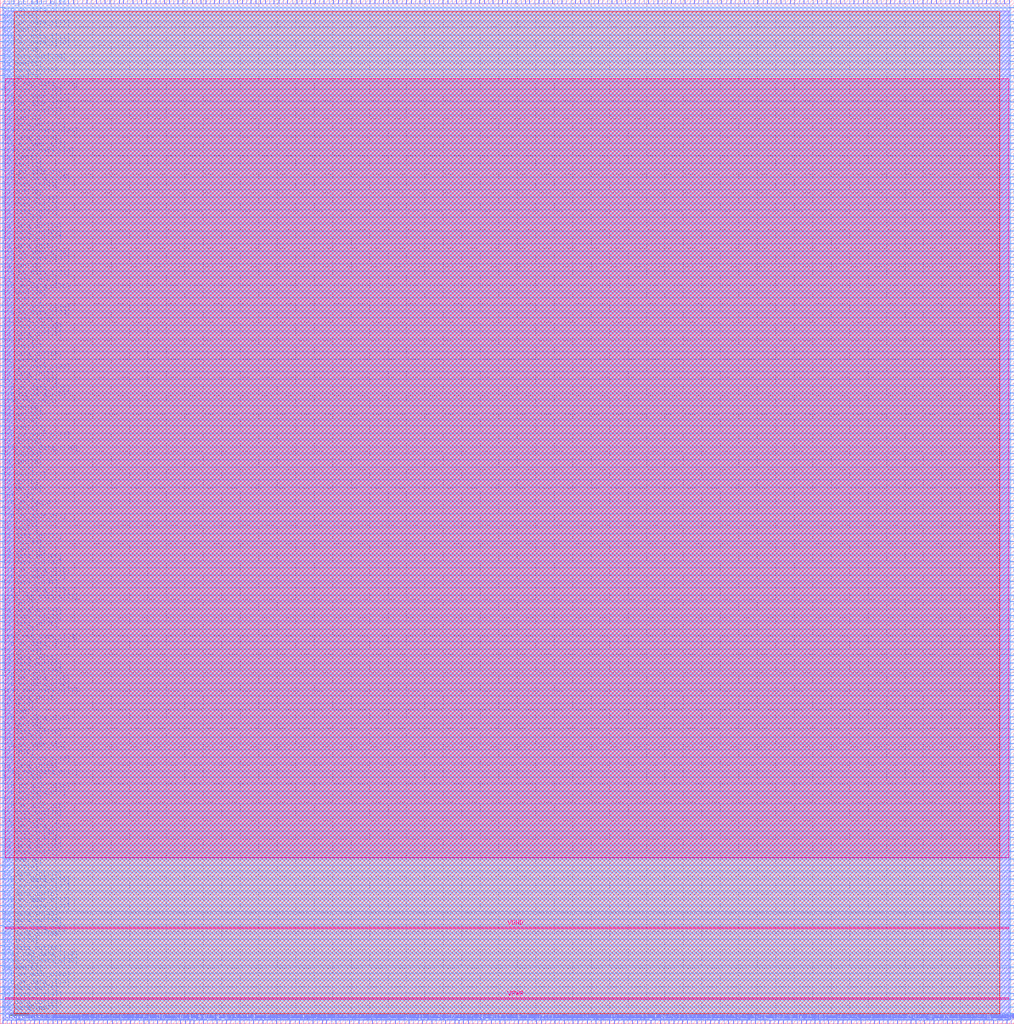
<source format=lef>
VERSION 5.7 ;
  NOWIREEXTENSIONATPIN ON ;
  DIVIDERCHAR "/" ;
  BUSBITCHARS "[]" ;
MACRO tinyriscv
  CLASS BLOCK ;
  FOREIGN tinyriscv ;
  ORIGIN 0.000 0.000 ;
  SIZE 1098.305 BY 1109.025 ;
  PIN int_i[0]
    DIRECTION INPUT ;
    PORT
      LAYER met3 ;
        RECT 0.000 565.800 4.000 566.400 ;
    END
  END int_i[0]
  PIN int_i[1]
    DIRECTION INPUT ;
    PORT
      LAYER met3 ;
        RECT 1094.305 32.680 1098.305 33.280 ;
    END
  END int_i[1]
  PIN int_i[2]
    DIRECTION INPUT ;
    PORT
      LAYER met3 ;
        RECT 0.000 595.720 4.000 596.320 ;
    END
  END int_i[2]
  PIN int_i[3]
    DIRECTION INPUT ;
    PORT
      LAYER met3 ;
        RECT 0.000 420.280 4.000 420.880 ;
    END
  END int_i[3]
  PIN int_i[4]
    DIRECTION INPUT ;
    PORT
      LAYER met2 ;
        RECT 281.610 1105.025 281.890 1109.025 ;
    END
  END int_i[4]
  PIN int_i[5]
    DIRECTION INPUT ;
    PORT
      LAYER met2 ;
        RECT 44.250 1105.025 44.530 1109.025 ;
    END
  END int_i[5]
  PIN int_i[6]
    DIRECTION INPUT ;
    PORT
      LAYER met2 ;
        RECT 672.610 1105.025 672.890 1109.025 ;
    END
  END int_i[6]
  PIN int_i[7]
    DIRECTION INPUT ;
    PORT
      LAYER met2 ;
        RECT 180.410 0.000 180.690 4.000 ;
    END
  END int_i[7]
  PIN io_in[0]
    DIRECTION INPUT ;
    PORT
      LAYER met3 ;
        RECT 0.000 288.360 4.000 288.960 ;
    END
  END io_in[0]
  PIN io_in[10]
    DIRECTION INPUT ;
    PORT
      LAYER met2 ;
        RECT 788.530 0.000 788.810 4.000 ;
    END
  END io_in[10]
  PIN io_in[11]
    DIRECTION INPUT ;
    PORT
      LAYER met2 ;
        RECT 934.810 1105.025 935.090 1109.025 ;
    END
  END io_in[11]
  PIN io_in[12]
    DIRECTION INPUT ;
    PORT
      LAYER met2 ;
        RECT 1015.770 0.000 1016.050 4.000 ;
    END
  END io_in[12]
  PIN io_in[13]
    DIRECTION INPUT ;
    PORT
      LAYER met2 ;
        RECT 61.730 0.000 62.010 4.000 ;
    END
  END io_in[13]
  PIN io_in[14]
    DIRECTION INPUT ;
    PORT
      LAYER met3 ;
        RECT 0.000 647.400 4.000 648.000 ;
    END
  END io_in[14]
  PIN io_in[15]
    DIRECTION INPUT ;
    PORT
      LAYER met2 ;
        RECT 165.690 0.000 165.970 4.000 ;
    END
  END io_in[15]
  PIN io_in[16]
    DIRECTION INPUT ;
    PORT
      LAYER met3 ;
        RECT 1094.305 924.840 1098.305 925.440 ;
    END
  END io_in[16]
  PIN io_in[17]
    DIRECTION INPUT ;
    PORT
      LAYER met2 ;
        RECT 857.530 0.000 857.810 4.000 ;
    END
  END io_in[17]
  PIN io_in[18]
    DIRECTION INPUT ;
    PORT
      LAYER met2 ;
        RECT 123.370 1105.025 123.650 1109.025 ;
    END
  END io_in[18]
  PIN io_in[19]
    DIRECTION INPUT ;
    PORT
      LAYER met2 ;
        RECT 96.690 0.000 96.970 4.000 ;
    END
  END io_in[19]
  PIN io_in[1]
    DIRECTION INPUT ;
    PORT
      LAYER met2 ;
        RECT 202.490 1105.025 202.770 1109.025 ;
    END
  END io_in[1]
  PIN io_in[20]
    DIRECTION INPUT ;
    PORT
      LAYER met3 ;
        RECT 1094.305 405.320 1098.305 405.920 ;
    END
  END io_in[20]
  PIN io_in[21]
    DIRECTION INPUT ;
    PORT
      LAYER met2 ;
        RECT 195.130 0.000 195.410 4.000 ;
    END
  END io_in[21]
  PIN io_in[22]
    DIRECTION INPUT ;
    PORT
      LAYER met2 ;
        RECT 543.810 1105.025 544.090 1109.025 ;
    END
  END io_in[22]
  PIN io_in[23]
    DIRECTION INPUT ;
    PORT
      LAYER met2 ;
        RECT 773.810 0.000 774.090 4.000 ;
    END
  END io_in[23]
  PIN io_in[24]
    DIRECTION INPUT ;
    PORT
      LAYER met3 ;
        RECT 0.000 84.360 4.000 84.960 ;
    END
  END io_in[24]
  PIN io_in[25]
    DIRECTION INPUT ;
    PORT
      LAYER met3 ;
        RECT 0.000 1085.320 4.000 1085.920 ;
    END
  END io_in[25]
  PIN io_in[26]
    DIRECTION INPUT ;
    PORT
      LAYER met2 ;
        RECT 968.850 1105.025 969.130 1109.025 ;
    END
  END io_in[26]
  PIN io_in[27]
    DIRECTION INPUT ;
    PORT
      LAYER met2 ;
        RECT 909.970 1105.025 910.250 1109.025 ;
    END
  END io_in[27]
  PIN io_in[28]
    DIRECTION INPUT ;
    PORT
      LAYER met2 ;
        RECT 407.650 0.000 407.930 4.000 ;
    END
  END io_in[28]
  PIN io_in[29]
    DIRECTION INPUT ;
    PORT
      LAYER met3 ;
        RECT 1094.305 427.080 1098.305 427.680 ;
    END
  END io_in[29]
  PIN io_in[2]
    DIRECTION INPUT ;
    PORT
      LAYER met3 ;
        RECT 0.000 448.840 4.000 449.440 ;
    END
  END io_in[2]
  PIN io_in[30]
    DIRECTION INPUT ;
    PORT
      LAYER met3 ;
        RECT 1094.305 201.320 1098.305 201.920 ;
    END
  END io_in[30]
  PIN io_in[31]
    DIRECTION INPUT ;
    PORT
      LAYER met2 ;
        RECT 328.530 0.000 328.810 4.000 ;
    END
  END io_in[31]
  PIN io_in[32]
    DIRECTION INPUT ;
    PORT
      LAYER met2 ;
        RECT 130.730 0.000 131.010 4.000 ;
    END
  END io_in[32]
  PIN io_in[33]
    DIRECTION INPUT ;
    PORT
      LAYER met3 ;
        RECT 1094.305 595.720 1098.305 596.320 ;
    END
  END io_in[33]
  PIN io_in[34]
    DIRECTION INPUT ;
    PORT
      LAYER met2 ;
        RECT 1058.090 1105.025 1058.370 1109.025 ;
    END
  END io_in[34]
  PIN io_in[35]
    DIRECTION INPUT ;
    PORT
      LAYER met3 ;
        RECT 0.000 537.240 4.000 537.840 ;
    END
  END io_in[35]
  PIN io_in[36]
    DIRECTION INPUT ;
    PORT
      LAYER met2 ;
        RECT 761.850 1105.025 762.130 1109.025 ;
    END
  END io_in[36]
  PIN io_in[37]
    DIRECTION INPUT ;
    PORT
      LAYER met3 ;
        RECT 1094.305 193.160 1098.305 193.760 ;
    END
  END io_in[37]
  PIN io_in[3]
    DIRECTION INPUT ;
    PORT
      LAYER met3 ;
        RECT 1094.305 507.320 1098.305 507.920 ;
    END
  END io_in[3]
  PIN io_in[4]
    DIRECTION INPUT ;
    PORT
      LAYER met3 ;
        RECT 1094.305 91.160 1098.305 91.760 ;
    END
  END io_in[4]
  PIN io_in[5]
    DIRECTION INPUT ;
    PORT
      LAYER met3 ;
        RECT 0.000 734.440 4.000 735.040 ;
    END
  END io_in[5]
  PIN io_in[6]
    DIRECTION INPUT ;
    PORT
      LAYER met2 ;
        RECT 771.050 1105.025 771.330 1109.025 ;
    END
  END io_in[6]
  PIN io_in[7]
    DIRECTION INPUT ;
    PORT
      LAYER met2 ;
        RECT 161.090 0.000 161.370 4.000 ;
    END
  END io_in[7]
  PIN io_in[8]
    DIRECTION INPUT ;
    PORT
      LAYER met2 ;
        RECT 932.050 0.000 932.330 4.000 ;
    END
  END io_in[8]
  PIN io_in[9]
    DIRECTION INPUT ;
    PORT
      LAYER met3 ;
        RECT 0.000 340.040 4.000 340.640 ;
    END
  END io_in[9]
  PIN io_oeb[0]
    DIRECTION OUTPUT TRISTATE ;
    PORT
      LAYER met3 ;
        RECT 1094.305 76.200 1098.305 76.800 ;
    END
  END io_oeb[0]
  PIN io_oeb[10]
    DIRECTION OUTPUT TRISTATE ;
    PORT
      LAYER met2 ;
        RECT 640.410 0.000 640.690 4.000 ;
    END
  END io_oeb[10]
  PIN io_oeb[11]
    DIRECTION OUTPUT TRISTATE ;
    PORT
      LAYER met2 ;
        RECT 121.530 0.000 121.810 4.000 ;
    END
  END io_oeb[11]
  PIN io_oeb[12]
    DIRECTION OUTPUT TRISTATE ;
    PORT
      LAYER met2 ;
        RECT 806.010 1105.025 806.290 1109.025 ;
    END
  END io_oeb[12]
  PIN io_oeb[13]
    DIRECTION OUTPUT TRISTATE ;
    PORT
      LAYER met3 ;
        RECT 1094.305 493.720 1098.305 494.320 ;
    END
  END io_oeb[13]
  PIN io_oeb[14]
    DIRECTION OUTPUT TRISTATE ;
    PORT
      LAYER met3 ;
        RECT 1094.305 975.160 1098.305 975.760 ;
    END
  END io_oeb[14]
  PIN io_oeb[15]
    DIRECTION OUTPUT TRISTATE ;
    PORT
      LAYER met3 ;
        RECT 0.000 975.160 4.000 975.760 ;
    END
  END io_oeb[15]
  PIN io_oeb[16]
    DIRECTION OUTPUT TRISTATE ;
    PORT
      LAYER met3 ;
        RECT 0.000 1070.360 4.000 1070.960 ;
    END
  END io_oeb[16]
  PIN io_oeb[17]
    DIRECTION OUTPUT TRISTATE ;
    PORT
      LAYER met2 ;
        RECT 212.610 1105.025 212.890 1109.025 ;
    END
  END io_oeb[17]
  PIN io_oeb[18]
    DIRECTION OUTPUT TRISTATE ;
    PORT
      LAYER met2 ;
        RECT 665.250 0.000 665.530 4.000 ;
    END
  END io_oeb[18]
  PIN io_oeb[19]
    DIRECTION OUTPUT TRISTATE ;
    PORT
      LAYER met2 ;
        RECT 531.850 0.000 532.130 4.000 ;
    END
  END io_oeb[19]
  PIN io_oeb[1]
    DIRECTION OUTPUT TRISTATE ;
    PORT
      LAYER met3 ;
        RECT 1094.305 610.680 1098.305 611.280 ;
    END
  END io_oeb[1]
  PIN io_oeb[20]
    DIRECTION OUTPUT TRISTATE ;
    PORT
      LAYER met3 ;
        RECT 1094.305 741.240 1098.305 741.840 ;
    END
  END io_oeb[20]
  PIN io_oeb[21]
    DIRECTION OUTPUT TRISTATE ;
    PORT
      LAYER met2 ;
        RECT 798.650 0.000 798.930 4.000 ;
    END
  END io_oeb[21]
  PIN io_oeb[22]
    DIRECTION OUTPUT TRISTATE ;
    PORT
      LAYER met2 ;
        RECT 1038.770 1105.025 1039.050 1109.025 ;
    END
  END io_oeb[22]
  PIN io_oeb[23]
    DIRECTION OUTPUT TRISTATE ;
    PORT
      LAYER met3 ;
        RECT 0.000 238.040 4.000 238.640 ;
    END
  END io_oeb[23]
  PIN io_oeb[24]
    DIRECTION OUTPUT TRISTATE ;
    PORT
      LAYER met2 ;
        RECT 482.170 0.000 482.450 4.000 ;
    END
  END io_oeb[24]
  PIN io_oeb[25]
    DIRECTION OUTPUT TRISTATE ;
    PORT
      LAYER met2 ;
        RECT 647.770 1105.025 648.050 1109.025 ;
    END
  END io_oeb[25]
  PIN io_oeb[26]
    DIRECTION OUTPUT TRISTATE ;
    PORT
      LAYER met3 ;
        RECT 0.000 171.400 4.000 172.000 ;
    END
  END io_oeb[26]
  PIN io_oeb[27]
    DIRECTION OUTPUT TRISTATE ;
    PORT
      LAYER met2 ;
        RECT 136.250 0.000 136.530 4.000 ;
    END
  END io_oeb[27]
  PIN io_oeb[28]
    DIRECTION OUTPUT TRISTATE ;
    PORT
      LAYER met3 ;
        RECT 0.000 610.680 4.000 611.280 ;
    END
  END io_oeb[28]
  PIN io_oeb[29]
    DIRECTION OUTPUT TRISTATE ;
    PORT
      LAYER met2 ;
        RECT 608.210 1105.025 608.490 1109.025 ;
    END
  END io_oeb[29]
  PIN io_oeb[2]
    DIRECTION OUTPUT TRISTATE ;
    PORT
      LAYER met3 ;
        RECT 1094.305 229.880 1098.305 230.480 ;
    END
  END io_oeb[2]
  PIN io_oeb[30]
    DIRECTION OUTPUT TRISTATE ;
    PORT
      LAYER met2 ;
        RECT 73.690 1105.025 73.970 1109.025 ;
    END
  END io_oeb[30]
  PIN io_oeb[31]
    DIRECTION OUTPUT TRISTATE ;
    PORT
      LAYER met3 ;
        RECT 1094.305 682.760 1098.305 683.360 ;
    END
  END io_oeb[31]
  PIN io_oeb[32]
    DIRECTION OUTPUT TRISTATE ;
    PORT
      LAYER met2 ;
        RECT 835.450 1105.025 835.730 1109.025 ;
    END
  END io_oeb[32]
  PIN io_oeb[33]
    DIRECTION OUTPUT TRISTATE ;
    PORT
      LAYER met3 ;
        RECT 1094.305 624.280 1098.305 624.880 ;
    END
  END io_oeb[33]
  PIN io_oeb[34]
    DIRECTION OUTPUT TRISTATE ;
    PORT
      LAYER met2 ;
        RECT 422.370 0.000 422.650 4.000 ;
    END
  END io_oeb[34]
  PIN io_oeb[35]
    DIRECTION OUTPUT TRISTATE ;
    PORT
      LAYER met3 ;
        RECT 1094.305 858.200 1098.305 858.800 ;
    END
  END io_oeb[35]
  PIN io_oeb[36]
    DIRECTION OUTPUT TRISTATE ;
    PORT
      LAYER met2 ;
        RECT 175.810 0.000 176.090 4.000 ;
    END
  END io_oeb[36]
  PIN io_oeb[37]
    DIRECTION OUTPUT TRISTATE ;
    PORT
      LAYER met3 ;
        RECT 0.000 303.320 4.000 303.920 ;
    END
  END io_oeb[37]
  PIN io_oeb[3]
    DIRECTION OUTPUT TRISTATE ;
    PORT
      LAYER met2 ;
        RECT 747.130 1105.025 747.410 1109.025 ;
    END
  END io_oeb[3]
  PIN io_oeb[4]
    DIRECTION OUTPUT TRISTATE ;
    PORT
      LAYER met2 ;
        RECT 219.970 0.000 220.250 4.000 ;
    END
  END io_oeb[4]
  PIN io_oeb[5]
    DIRECTION OUTPUT TRISTATE ;
    PORT
      LAYER met2 ;
        RECT 615.570 0.000 615.850 4.000 ;
    END
  END io_oeb[5]
  PIN io_oeb[6]
    DIRECTION OUTPUT TRISTATE ;
    PORT
      LAYER met2 ;
        RECT 645.010 0.000 645.290 4.000 ;
    END
  END io_oeb[6]
  PIN io_oeb[7]
    DIRECTION OUTPUT TRISTATE ;
    PORT
      LAYER met3 ;
        RECT 0.000 530.440 4.000 531.040 ;
    END
  END io_oeb[7]
  PIN io_oeb[8]
    DIRECTION OUTPUT TRISTATE ;
    PORT
      LAYER met3 ;
        RECT 1094.305 530.440 1098.305 531.040 ;
    END
  END io_oeb[8]
  PIN io_oeb[9]
    DIRECTION OUTPUT TRISTATE ;
    PORT
      LAYER met2 ;
        RECT 484.930 1105.025 485.210 1109.025 ;
    END
  END io_oeb[9]
  PIN io_out[0]
    DIRECTION OUTPUT TRISTATE ;
    PORT
      LAYER met2 ;
        RECT 12.050 0.000 12.330 4.000 ;
    END
  END io_out[0]
  PIN io_out[10]
    DIRECTION OUTPUT TRISTATE ;
    PORT
      LAYER met2 ;
        RECT 86.570 0.000 86.850 4.000 ;
    END
  END io_out[10]
  PIN io_out[11]
    DIRECTION OUTPUT TRISTATE ;
    PORT
      LAYER met2 ;
        RECT 1093.050 1105.025 1093.330 1109.025 ;
    END
  END io_out[11]
  PIN io_out[12]
    DIRECTION OUTPUT TRISTATE ;
    PORT
      LAYER met2 ;
        RECT 54.370 1105.025 54.650 1109.025 ;
    END
  END io_out[12]
  PIN io_out[13]
    DIRECTION OUTPUT TRISTATE ;
    PORT
      LAYER met2 ;
        RECT 496.890 0.000 497.170 4.000 ;
    END
  END io_out[13]
  PIN io_out[14]
    DIRECTION OUTPUT TRISTATE ;
    PORT
      LAYER met2 ;
        RECT 101.290 0.000 101.570 4.000 ;
    END
  END io_out[14]
  PIN io_out[15]
    DIRECTION OUTPUT TRISTATE ;
    PORT
      LAYER met2 ;
        RECT 209.850 0.000 210.130 4.000 ;
    END
  END io_out[15]
  PIN io_out[16]
    DIRECTION OUTPUT TRISTATE ;
    PORT
      LAYER met2 ;
        RECT 719.530 0.000 719.810 4.000 ;
    END
  END io_out[16]
  PIN io_out[17]
    DIRECTION OUTPUT TRISTATE ;
    PORT
      LAYER met3 ;
        RECT 1094.305 251.640 1098.305 252.240 ;
    END
  END io_out[17]
  PIN io_out[18]
    DIRECTION OUTPUT TRISTATE ;
    PORT
      LAYER met2 ;
        RECT 405.810 1105.025 406.090 1109.025 ;
    END
  END io_out[18]
  PIN io_out[19]
    DIRECTION OUTPUT TRISTATE ;
    PORT
      LAYER met2 ;
        RECT 170.290 0.000 170.570 4.000 ;
    END
  END io_out[19]
  PIN io_out[1]
    DIRECTION OUTPUT TRISTATE ;
    PORT
      LAYER met2 ;
        RECT 791.290 1105.025 791.570 1109.025 ;
    END
  END io_out[1]
  PIN io_out[20]
    DIRECTION OUTPUT TRISTATE ;
    PORT
      LAYER met2 ;
        RECT 190.530 0.000 190.810 4.000 ;
    END
  END io_out[20]
  PIN io_out[21]
    DIRECTION OUTPUT TRISTATE ;
    PORT
      LAYER met2 ;
        RECT 242.050 1105.025 242.330 1109.025 ;
    END
  END io_out[21]
  PIN io_out[22]
    DIRECTION OUTPUT TRISTATE ;
    PORT
      LAYER met3 ;
        RECT 1094.305 565.800 1098.305 566.400 ;
    END
  END io_out[22]
  PIN io_out[23]
    DIRECTION OUTPUT TRISTATE ;
    PORT
      LAYER met2 ;
        RECT 959.650 1105.025 959.930 1109.025 ;
    END
  END io_out[23]
  PIN io_out[24]
    DIRECTION OUTPUT TRISTATE ;
    PORT
      LAYER met2 ;
        RECT 981.730 0.000 982.010 4.000 ;
    END
  END io_out[24]
  PIN io_out[25]
    DIRECTION OUTPUT TRISTATE ;
    PORT
      LAYER met3 ;
        RECT 0.000 866.360 4.000 866.960 ;
    END
  END io_out[25]
  PIN io_out[26]
    DIRECTION OUTPUT TRISTATE ;
    PORT
      LAYER met3 ;
        RECT 0.000 624.280 4.000 624.880 ;
    END
  END io_out[26]
  PIN io_out[27]
    DIRECTION OUTPUT TRISTATE ;
    PORT
      LAYER met2 ;
        RECT 722.290 1105.025 722.570 1109.025 ;
    END
  END io_out[27]
  PIN io_out[28]
    DIRECTION OUTPUT TRISTATE ;
    PORT
      LAYER met2 ;
        RECT 1011.170 0.000 1011.450 4.000 ;
    END
  END io_out[28]
  PIN io_out[29]
    DIRECTION OUTPUT TRISTATE ;
    PORT
      LAYER met3 ;
        RECT 0.000 777.960 4.000 778.560 ;
    END
  END io_out[29]
  PIN io_out[2]
    DIRECTION OUTPUT TRISTATE ;
    PORT
      LAYER met3 ;
        RECT 1094.305 552.200 1098.305 552.800 ;
    END
  END io_out[2]
  PIN io_out[30]
    DIRECTION OUTPUT TRISTATE ;
    PORT
      LAYER met3 ;
        RECT 0.000 894.920 4.000 895.520 ;
    END
  END io_out[30]
  PIN io_out[31]
    DIRECTION OUTPUT TRISTATE ;
    PORT
      LAYER met3 ;
        RECT 0.000 727.640 4.000 728.240 ;
    END
  END io_out[31]
  PIN io_out[32]
    DIRECTION OUTPUT TRISTATE ;
    PORT
      LAYER met2 ;
        RECT 277.010 1105.025 277.290 1109.025 ;
    END
  END io_out[32]
  PIN io_out[33]
    DIRECTION OUTPUT TRISTATE ;
    PORT
      LAYER met3 ;
        RECT 1094.305 829.640 1098.305 830.240 ;
    END
  END io_out[33]
  PIN io_out[34]
    DIRECTION OUTPUT TRISTATE ;
    PORT
      LAYER met2 ;
        RECT 224.570 0.000 224.850 4.000 ;
    END
  END io_out[34]
  PIN io_out[35]
    DIRECTION OUTPUT TRISTATE ;
    PORT
      LAYER met2 ;
        RECT 492.290 0.000 492.570 4.000 ;
    END
  END io_out[35]
  PIN io_out[36]
    DIRECTION OUTPUT TRISTATE ;
    PORT
      LAYER met2 ;
        RECT 677.210 1105.025 677.490 1109.025 ;
    END
  END io_out[36]
  PIN io_out[37]
    DIRECTION OUTPUT TRISTATE ;
    PORT
      LAYER met2 ;
        RECT 427.890 0.000 428.170 4.000 ;
    END
  END io_out[37]
  PIN io_out[3]
    DIRECTION OUTPUT TRISTATE ;
    PORT
      LAYER met2 ;
        RECT 967.010 0.000 967.290 4.000 ;
    END
  END io_out[3]
  PIN io_out[4]
    DIRECTION OUTPUT TRISTATE ;
    PORT
      LAYER met3 ;
        RECT 0.000 164.600 4.000 165.200 ;
    END
  END io_out[4]
  PIN io_out[5]
    DIRECTION OUTPUT TRISTATE ;
    PORT
      LAYER met2 ;
        RECT 840.970 1105.025 841.250 1109.025 ;
    END
  END io_out[5]
  PIN io_out[6]
    DIRECTION OUTPUT TRISTATE ;
    PORT
      LAYER met3 ;
        RECT 0.000 580.760 4.000 581.360 ;
    END
  END io_out[6]
  PIN io_out[7]
    DIRECTION OUTPUT TRISTATE ;
    PORT
      LAYER met3 ;
        RECT 1094.305 1033.640 1098.305 1034.240 ;
    END
  END io_out[7]
  PIN io_out[8]
    DIRECTION OUTPUT TRISTATE ;
    PORT
      LAYER met2 ;
        RECT 690.090 0.000 690.370 4.000 ;
    END
  END io_out[8]
  PIN io_out[9]
    DIRECTION OUTPUT TRISTATE ;
    PORT
      LAYER met2 ;
        RECT 187.770 1105.025 188.050 1109.025 ;
    END
  END io_out[9]
  PIN jtag_halt_flag_i
    DIRECTION INPUT ;
    PORT
      LAYER met2 ;
        RECT 1050.730 0.000 1051.010 4.000 ;
    END
  END jtag_halt_flag_i
  PIN jtag_reg_addr_i[0]
    DIRECTION INPUT ;
    PORT
      LAYER met3 ;
        RECT 1094.305 690.920 1098.305 691.520 ;
    END
  END jtag_reg_addr_i[0]
  PIN jtag_reg_addr_i[1]
    DIRECTION INPUT ;
    PORT
      LAYER met2 ;
        RECT 148.210 1105.025 148.490 1109.025 ;
    END
  END jtag_reg_addr_i[1]
  PIN jtag_reg_addr_i[2]
    DIRECTION INPUT ;
    PORT
      LAYER met2 ;
        RECT 390.170 1105.025 390.450 1109.025 ;
    END
  END jtag_reg_addr_i[2]
  PIN jtag_reg_addr_i[3]
    DIRECTION INPUT ;
    PORT
      LAYER met2 ;
        RECT 17.570 0.000 17.850 4.000 ;
    END
  END jtag_reg_addr_i[3]
  PIN jtag_reg_addr_i[4]
    DIRECTION INPUT ;
    PORT
      LAYER met2 ;
        RECT 143.610 1105.025 143.890 1109.025 ;
    END
  END jtag_reg_addr_i[4]
  PIN jtag_reg_data_i[0]
    DIRECTION INPUT ;
    PORT
      LAYER met2 ;
        RECT 734.250 0.000 734.530 4.000 ;
    END
  END jtag_reg_data_i[0]
  PIN jtag_reg_data_i[10]
    DIRECTION INPUT ;
    PORT
      LAYER met2 ;
        RECT 783.930 0.000 784.210 4.000 ;
    END
  END jtag_reg_data_i[10]
  PIN jtag_reg_data_i[11]
    DIRECTION INPUT ;
    PORT
      LAYER met2 ;
        RECT 850.170 1105.025 850.450 1109.025 ;
    END
  END jtag_reg_data_i[11]
  PIN jtag_reg_data_i[12]
    DIRECTION INPUT ;
    PORT
      LAYER met3 ;
        RECT 0.000 69.400 4.000 70.000 ;
    END
  END jtag_reg_data_i[12]
  PIN jtag_reg_data_i[13]
    DIRECTION INPUT ;
    PORT
      LAYER met3 ;
        RECT 0.000 413.480 4.000 414.080 ;
    END
  END jtag_reg_data_i[13]
  PIN jtag_reg_data_i[14]
    DIRECTION INPUT ;
    PORT
      LAYER met3 ;
        RECT 1094.305 939.800 1098.305 940.400 ;
    END
  END jtag_reg_data_i[14]
  PIN jtag_reg_data_i[15]
    DIRECTION INPUT ;
    PORT
      LAYER met2 ;
        RECT 565.890 0.000 566.170 4.000 ;
    END
  END jtag_reg_data_i[15]
  PIN jtag_reg_data_i[16]
    DIRECTION INPUT ;
    PORT
      LAYER met2 ;
        RECT 57.130 0.000 57.410 4.000 ;
    END
  END jtag_reg_data_i[16]
  PIN jtag_reg_data_i[17]
    DIRECTION INPUT ;
    PORT
      LAYER met2 ;
        RECT 578.770 1105.025 579.050 1109.025 ;
    END
  END jtag_reg_data_i[17]
  PIN jtag_reg_data_i[18]
    DIRECTION INPUT ;
    PORT
      LAYER met2 ;
        RECT 93.930 1105.025 94.210 1109.025 ;
    END
  END jtag_reg_data_i[18]
  PIN jtag_reg_data_i[19]
    DIRECTION INPUT ;
    PORT
      LAYER met2 ;
        RECT 449.970 1105.025 450.250 1109.025 ;
    END
  END jtag_reg_data_i[19]
  PIN jtag_reg_data_i[1]
    DIRECTION INPUT ;
    PORT
      LAYER met2 ;
        RECT 425.130 1105.025 425.410 1109.025 ;
    END
  END jtag_reg_data_i[1]
  PIN jtag_reg_data_i[20]
    DIRECTION INPUT ;
    PORT
      LAYER met3 ;
        RECT 1094.305 54.440 1098.305 55.040 ;
    END
  END jtag_reg_data_i[20]
  PIN jtag_reg_data_i[21]
    DIRECTION INPUT ;
    PORT
      LAYER met2 ;
        RECT 108.650 1105.025 108.930 1109.025 ;
    END
  END jtag_reg_data_i[21]
  PIN jtag_reg_data_i[22]
    DIRECTION INPUT ;
    PORT
      LAYER met2 ;
        RECT 848.330 0.000 848.610 4.000 ;
    END
  END jtag_reg_data_i[22]
  PIN jtag_reg_data_i[23]
    DIRECTION INPUT ;
    PORT
      LAYER met3 ;
        RECT 1094.305 398.520 1098.305 399.120 ;
    END
  END jtag_reg_data_i[23]
  PIN jtag_reg_data_i[24]
    DIRECTION INPUT ;
    PORT
      LAYER met2 ;
        RECT 603.610 1105.025 603.890 1109.025 ;
    END
  END jtag_reg_data_i[24]
  PIN jtag_reg_data_i[25]
    DIRECTION INPUT ;
    PORT
      LAYER met3 ;
        RECT 1094.305 617.480 1098.305 618.080 ;
    END
  END jtag_reg_data_i[25]
  PIN jtag_reg_data_i[26]
    DIRECTION INPUT ;
    PORT
      LAYER met2 ;
        RECT 230.090 0.000 230.370 4.000 ;
    END
  END jtag_reg_data_i[26]
  PIN jtag_reg_data_i[27]
    DIRECTION INPUT ;
    PORT
      LAYER met2 ;
        RECT 215.370 0.000 215.650 4.000 ;
    END
  END jtag_reg_data_i[27]
  PIN jtag_reg_data_i[28]
    DIRECTION INPUT ;
    PORT
      LAYER met3 ;
        RECT 0.000 617.480 4.000 618.080 ;
    END
  END jtag_reg_data_i[28]
  PIN jtag_reg_data_i[29]
    DIRECTION INPUT ;
    PORT
      LAYER met3 ;
        RECT 0.000 1011.880 4.000 1012.480 ;
    END
  END jtag_reg_data_i[29]
  PIN jtag_reg_data_i[2]
    DIRECTION INPUT ;
    PORT
      LAYER met2 ;
        RECT 66.330 0.000 66.610 4.000 ;
    END
  END jtag_reg_data_i[2]
  PIN jtag_reg_data_i[30]
    DIRECTION INPUT ;
    PORT
      LAYER met2 ;
        RECT 776.570 1105.025 776.850 1109.025 ;
    END
  END jtag_reg_data_i[30]
  PIN jtag_reg_data_i[31]
    DIRECTION INPUT ;
    PORT
      LAYER met2 ;
        RECT 803.250 0.000 803.530 4.000 ;
    END
  END jtag_reg_data_i[31]
  PIN jtag_reg_data_i[3]
    DIRECTION INPUT ;
    PORT
      LAYER met3 ;
        RECT 1094.305 836.440 1098.305 837.040 ;
    END
  END jtag_reg_data_i[3]
  PIN jtag_reg_data_i[4]
    DIRECTION INPUT ;
    PORT
      LAYER met2 ;
        RECT 1006.570 0.000 1006.850 4.000 ;
    END
  END jtag_reg_data_i[4]
  PIN jtag_reg_data_i[5]
    DIRECTION INPUT ;
    PORT
      LAYER met2 ;
        RECT 576.010 0.000 576.290 4.000 ;
    END
  END jtag_reg_data_i[5]
  PIN jtag_reg_data_i[6]
    DIRECTION INPUT ;
    PORT
      LAYER met2 ;
        RECT 76.450 0.000 76.730 4.000 ;
    END
  END jtag_reg_data_i[6]
  PIN jtag_reg_data_i[7]
    DIRECTION INPUT ;
    PORT
      LAYER met3 ;
        RECT 1094.305 537.240 1098.305 537.840 ;
    END
  END jtag_reg_data_i[7]
  PIN jtag_reg_data_i[8]
    DIRECTION INPUT ;
    PORT
      LAYER met3 ;
        RECT 0.000 939.800 4.000 940.400 ;
    END
  END jtag_reg_data_i[8]
  PIN jtag_reg_data_i[9]
    DIRECTION INPUT ;
    PORT
      LAYER met3 ;
        RECT 1094.305 296.520 1098.305 297.120 ;
    END
  END jtag_reg_data_i[9]
  PIN jtag_reg_data_o[0]
    DIRECTION OUTPUT TRISTATE ;
    PORT
      LAYER met2 ;
        RECT 860.290 1105.025 860.570 1109.025 ;
    END
  END jtag_reg_data_o[0]
  PIN jtag_reg_data_o[10]
    DIRECTION OUTPUT TRISTATE ;
    PORT
      LAYER met2 ;
        RECT 316.570 1105.025 316.850 1109.025 ;
    END
  END jtag_reg_data_o[10]
  PIN jtag_reg_data_o[11]
    DIRECTION OUTPUT TRISTATE ;
    PORT
      LAYER met2 ;
        RECT 1001.050 0.000 1001.330 4.000 ;
    END
  END jtag_reg_data_o[11]
  PIN jtag_reg_data_o[12]
    DIRECTION OUTPUT TRISTATE ;
    PORT
      LAYER met2 ;
        RECT 826.250 1105.025 826.530 1109.025 ;
    END
  END jtag_reg_data_o[12]
  PIN jtag_reg_data_o[13]
    DIRECTION OUTPUT TRISTATE ;
    PORT
      LAYER met3 ;
        RECT 0.000 266.600 4.000 267.200 ;
    END
  END jtag_reg_data_o[13]
  PIN jtag_reg_data_o[14]
    DIRECTION OUTPUT TRISTATE ;
    PORT
      LAYER met2 ;
        RECT 269.650 0.000 269.930 4.000 ;
    END
  END jtag_reg_data_o[14]
  PIN jtag_reg_data_o[15]
    DIRECTION OUTPUT TRISTATE ;
    PORT
      LAYER met3 ;
        RECT 1094.305 559.000 1098.305 559.600 ;
    END
  END jtag_reg_data_o[15]
  PIN jtag_reg_data_o[16]
    DIRECTION OUTPUT TRISTATE ;
    PORT
      LAYER met3 ;
        RECT 1094.305 61.240 1098.305 61.840 ;
    END
  END jtag_reg_data_o[16]
  PIN jtag_reg_data_o[17]
    DIRECTION OUTPUT TRISTATE ;
    PORT
      LAYER met3 ;
        RECT 0.000 355.000 4.000 355.600 ;
    END
  END jtag_reg_data_o[17]
  PIN jtag_reg_data_o[18]
    DIRECTION OUTPUT TRISTATE ;
    PORT
      LAYER met3 ;
        RECT 1094.305 383.560 1098.305 384.160 ;
    END
  END jtag_reg_data_o[18]
  PIN jtag_reg_data_o[19]
    DIRECTION OUTPUT TRISTATE ;
    PORT
      LAYER met3 ;
        RECT 1094.305 998.280 1098.305 998.880 ;
    END
  END jtag_reg_data_o[19]
  PIN jtag_reg_data_o[1]
    DIRECTION OUTPUT TRISTATE ;
    PORT
      LAYER met2 ;
        RECT 445.370 1105.025 445.650 1109.025 ;
    END
  END jtag_reg_data_o[1]
  PIN jtag_reg_data_o[20]
    DIRECTION OUTPUT TRISTATE ;
    PORT
      LAYER met2 ;
        RECT 529.090 1105.025 529.370 1109.025 ;
    END
  END jtag_reg_data_o[20]
  PIN jtag_reg_data_o[21]
    DIRECTION OUTPUT TRISTATE ;
    PORT
      LAYER met3 ;
        RECT 0.000 457.000 4.000 457.600 ;
    END
  END jtag_reg_data_o[21]
  PIN jtag_reg_data_o[22]
    DIRECTION OUTPUT TRISTATE ;
    PORT
      LAYER met3 ;
        RECT 1094.305 340.040 1098.305 340.640 ;
    END
  END jtag_reg_data_o[22]
  PIN jtag_reg_data_o[23]
    DIRECTION OUTPUT TRISTATE ;
    PORT
      LAYER met2 ;
        RECT 71.850 0.000 72.130 4.000 ;
    END
  END jtag_reg_data_o[23]
  PIN jtag_reg_data_o[24]
    DIRECTION OUTPUT TRISTATE ;
    PORT
      LAYER met2 ;
        RECT 460.090 1105.025 460.370 1109.025 ;
    END
  END jtag_reg_data_o[24]
  PIN jtag_reg_data_o[25]
    DIRECTION OUTPUT TRISTATE ;
    PORT
      LAYER met3 ;
        RECT 1094.305 1100.280 1098.305 1100.880 ;
    END
  END jtag_reg_data_o[25]
  PIN jtag_reg_data_o[26]
    DIRECTION OUTPUT TRISTATE ;
    PORT
      LAYER met3 ;
        RECT 0.000 961.560 4.000 962.160 ;
    END
  END jtag_reg_data_o[26]
  PIN jtag_reg_data_o[27]
    DIRECTION OUTPUT TRISTATE ;
    PORT
      LAYER met2 ;
        RECT 518.970 1105.025 519.250 1109.025 ;
    END
  END jtag_reg_data_o[27]
  PIN jtag_reg_data_o[28]
    DIRECTION OUTPUT TRISTATE ;
    PORT
      LAYER met2 ;
        RECT 986.330 0.000 986.610 4.000 ;
    END
  END jtag_reg_data_o[28]
  PIN jtag_reg_data_o[29]
    DIRECTION OUTPUT TRISTATE ;
    PORT
      LAYER met3 ;
        RECT 1094.305 1085.320 1098.305 1085.920 ;
    END
  END jtag_reg_data_o[29]
  PIN jtag_reg_data_o[2]
    DIRECTION OUTPUT TRISTATE ;
    PORT
      LAYER met2 ;
        RECT 568.650 1105.025 568.930 1109.025 ;
    END
  END jtag_reg_data_o[2]
  PIN jtag_reg_data_o[30]
    DIRECTION OUTPUT TRISTATE ;
    PORT
      LAYER met3 ;
        RECT 0.000 62.600 4.000 63.200 ;
    END
  END jtag_reg_data_o[30]
  PIN jtag_reg_data_o[31]
    DIRECTION OUTPUT TRISTATE ;
    PORT
      LAYER met2 ;
        RECT 699.290 0.000 699.570 4.000 ;
    END
  END jtag_reg_data_o[31]
  PIN jtag_reg_data_o[3]
    DIRECTION OUTPUT TRISTATE ;
    PORT
      LAYER met3 ;
        RECT 1094.305 983.320 1098.305 983.920 ;
    END
  END jtag_reg_data_o[3]
  PIN jtag_reg_data_o[4]
    DIRECTION OUTPUT TRISTATE ;
    PORT
      LAYER met2 ;
        RECT 2.850 0.000 3.130 4.000 ;
    END
  END jtag_reg_data_o[4]
  PIN jtag_reg_data_o[5]
    DIRECTION OUTPUT TRISTATE ;
    PORT
      LAYER met3 ;
        RECT 1094.305 361.800 1098.305 362.400 ;
    END
  END jtag_reg_data_o[5]
  PIN jtag_reg_data_o[6]
    DIRECTION OUTPUT TRISTATE ;
    PORT
      LAYER met2 ;
        RECT 162.930 1105.025 163.210 1109.025 ;
    END
  END jtag_reg_data_o[6]
  PIN jtag_reg_data_o[7]
    DIRECTION OUTPUT TRISTATE ;
    PORT
      LAYER met2 ;
        RECT 51.610 0.000 51.890 4.000 ;
    END
  END jtag_reg_data_o[7]
  PIN jtag_reg_data_o[8]
    DIRECTION OUTPUT TRISTATE ;
    PORT
      LAYER met3 ;
        RECT 1094.305 134.680 1098.305 135.280 ;
    END
  END jtag_reg_data_o[8]
  PIN jtag_reg_data_o[9]
    DIRECTION OUTPUT TRISTATE ;
    PORT
      LAYER met3 ;
        RECT 1094.305 946.600 1098.305 947.200 ;
    END
  END jtag_reg_data_o[9]
  PIN jtag_reg_we_i
    DIRECTION INPUT ;
    PORT
      LAYER met3 ;
        RECT 0.000 669.160 4.000 669.760 ;
    END
  END jtag_reg_we_i
  PIN jtag_reset_flag_i
    DIRECTION INPUT ;
    PORT
      LAYER met3 ;
        RECT 1094.305 515.480 1098.305 516.080 ;
    END
  END jtag_reset_flag_i
  PIN la_data_in[0]
    DIRECTION INPUT ;
    PORT
      LAYER met3 ;
        RECT 1094.305 544.040 1098.305 544.640 ;
    END
  END la_data_in[0]
  PIN la_data_in[100]
    DIRECTION INPUT ;
    PORT
      LAYER met2 ;
        RECT 754.490 0.000 754.770 4.000 ;
    END
  END la_data_in[100]
  PIN la_data_in[101]
    DIRECTION INPUT ;
    PORT
      LAYER met3 ;
        RECT 0.000 493.720 4.000 494.320 ;
    END
  END la_data_in[101]
  PIN la_data_in[102]
    DIRECTION INPUT ;
    PORT
      LAYER met3 ;
        RECT 0.000 851.400 4.000 852.000 ;
    END
  END la_data_in[102]
  PIN la_data_in[103]
    DIRECTION INPUT ;
    PORT
      LAYER met2 ;
        RECT 138.090 1105.025 138.370 1109.025 ;
    END
  END la_data_in[103]
  PIN la_data_in[104]
    DIRECTION INPUT ;
    PORT
      LAYER met3 ;
        RECT 1094.305 916.680 1098.305 917.280 ;
    END
  END la_data_in[104]
  PIN la_data_in[105]
    DIRECTION INPUT ;
    PORT
      LAYER met2 ;
        RECT 892.490 0.000 892.770 4.000 ;
    END
  END la_data_in[105]
  PIN la_data_in[106]
    DIRECTION INPUT ;
    PORT
      LAYER met3 ;
        RECT 0.000 500.520 4.000 501.120 ;
    END
  END la_data_in[106]
  PIN la_data_in[107]
    DIRECTION INPUT ;
    PORT
      LAYER met3 ;
        RECT 1094.305 953.400 1098.305 954.000 ;
    END
  END la_data_in[107]
  PIN la_data_in[108]
    DIRECTION INPUT ;
    PORT
      LAYER met2 ;
        RECT 14.810 1105.025 15.090 1109.025 ;
    END
  END la_data_in[108]
  PIN la_data_in[109]
    DIRECTION INPUT ;
    PORT
      LAYER met2 ;
        RECT 561.290 0.000 561.570 4.000 ;
    END
  END la_data_in[109]
  PIN la_data_in[10]
    DIRECTION INPUT ;
    PORT
      LAYER met3 ;
        RECT 1094.305 39.480 1098.305 40.080 ;
    END
  END la_data_in[10]
  PIN la_data_in[110]
    DIRECTION INPUT ;
    PORT
      LAYER met2 ;
        RECT 533.690 1105.025 533.970 1109.025 ;
    END
  END la_data_in[110]
  PIN la_data_in[111]
    DIRECTION INPUT ;
    PORT
      LAYER met2 ;
        RECT 415.010 1105.025 415.290 1109.025 ;
    END
  END la_data_in[111]
  PIN la_data_in[112]
    DIRECTION INPUT ;
    PORT
      LAYER met3 ;
        RECT 0.000 156.440 4.000 157.040 ;
    END
  END la_data_in[112]
  PIN la_data_in[113]
    DIRECTION INPUT ;
    PORT
      LAYER met3 ;
        RECT 1094.305 1092.120 1098.305 1092.720 ;
    END
  END la_data_in[113]
  PIN la_data_in[114]
    DIRECTION INPUT ;
    PORT
      LAYER met2 ;
        RECT 704.810 0.000 705.090 4.000 ;
    END
  END la_data_in[114]
  PIN la_data_in[115]
    DIRECTION INPUT ;
    PORT
      LAYER met2 ;
        RECT 227.330 1105.025 227.610 1109.025 ;
    END
  END la_data_in[115]
  PIN la_data_in[116]
    DIRECTION INPUT ;
    PORT
      LAYER met2 ;
        RECT 633.050 1105.025 633.330 1109.025 ;
    END
  END la_data_in[116]
  PIN la_data_in[117]
    DIRECTION INPUT ;
    PORT
      LAYER met2 ;
        RECT 737.010 1105.025 737.290 1109.025 ;
    END
  END la_data_in[117]
  PIN la_data_in[118]
    DIRECTION INPUT ;
    PORT
      LAYER met2 ;
        RECT 338.650 0.000 338.930 4.000 ;
    END
  END la_data_in[118]
  PIN la_data_in[119]
    DIRECTION INPUT ;
    PORT
      LAYER met2 ;
        RECT 1080.170 0.000 1080.450 4.000 ;
    END
  END la_data_in[119]
  PIN la_data_in[11]
    DIRECTION INPUT ;
    PORT
      LAYER met2 ;
        RECT 927.450 0.000 927.730 4.000 ;
    END
  END la_data_in[11]
  PIN la_data_in[120]
    DIRECTION INPUT ;
    PORT
      LAYER met2 ;
        RECT 133.490 1105.025 133.770 1109.025 ;
    END
  END la_data_in[120]
  PIN la_data_in[121]
    DIRECTION INPUT ;
    PORT
      LAYER met3 ;
        RECT 0.000 844.600 4.000 845.200 ;
    END
  END la_data_in[121]
  PIN la_data_in[122]
    DIRECTION INPUT ;
    PORT
      LAYER met3 ;
        RECT 1094.305 223.080 1098.305 223.680 ;
    END
  END la_data_in[122]
  PIN la_data_in[123]
    DIRECTION INPUT ;
    PORT
      LAYER met3 ;
        RECT 0.000 522.280 4.000 522.880 ;
    END
  END la_data_in[123]
  PIN la_data_in[124]
    DIRECTION INPUT ;
    PORT
      LAYER met3 ;
        RECT 0.000 376.760 4.000 377.360 ;
    END
  END la_data_in[124]
  PIN la_data_in[125]
    DIRECTION INPUT ;
    PORT
      LAYER met3 ;
        RECT 0.000 435.240 4.000 435.840 ;
    END
  END la_data_in[125]
  PIN la_data_in[126]
    DIRECTION INPUT ;
    PORT
      LAYER met2 ;
        RECT 964.250 1105.025 964.530 1109.025 ;
    END
  END la_data_in[126]
  PIN la_data_in[127]
    DIRECTION INPUT ;
    PORT
      LAYER met2 ;
        RECT 42.410 0.000 42.690 4.000 ;
    END
  END la_data_in[127]
  PIN la_data_in[12]
    DIRECTION INPUT ;
    PORT
      LAYER met2 ;
        RECT 507.010 0.000 507.290 4.000 ;
    END
  END la_data_in[12]
  PIN la_data_in[13]
    DIRECTION INPUT ;
    PORT
      LAYER met2 ;
        RECT 489.530 1105.025 489.810 1109.025 ;
    END
  END la_data_in[13]
  PIN la_data_in[14]
    DIRECTION INPUT ;
    PORT
      LAYER met2 ;
        RECT 118.770 1105.025 119.050 1109.025 ;
    END
  END la_data_in[14]
  PIN la_data_in[15]
    DIRECTION INPUT ;
    PORT
      LAYER met2 ;
        RECT 684.570 0.000 684.850 4.000 ;
    END
  END la_data_in[15]
  PIN la_data_in[16]
    DIRECTION INPUT ;
    PORT
      LAYER met2 ;
        RECT 781.170 1105.025 781.450 1109.025 ;
    END
  END la_data_in[16]
  PIN la_data_in[17]
    DIRECTION INPUT ;
    PORT
      LAYER met3 ;
        RECT 0.000 881.320 4.000 881.920 ;
    END
  END la_data_in[17]
  PIN la_data_in[18]
    DIRECTION INPUT ;
    PORT
      LAYER met3 ;
        RECT 0.000 346.840 4.000 347.440 ;
    END
  END la_data_in[18]
  PIN la_data_in[19]
    DIRECTION INPUT ;
    PORT
      LAYER met3 ;
        RECT 0.000 214.920 4.000 215.520 ;
    END
  END la_data_in[19]
  PIN la_data_in[1]
    DIRECTION INPUT ;
    PORT
      LAYER met2 ;
        RECT 98.530 1105.025 98.810 1109.025 ;
    END
  END la_data_in[1]
  PIN la_data_in[20]
    DIRECTION INPUT ;
    PORT
      LAYER met2 ;
        RECT 271.490 1105.025 271.770 1109.025 ;
    END
  END la_data_in[20]
  PIN la_data_in[21]
    DIRECTION INPUT ;
    PORT
      LAYER met2 ;
        RECT 348.770 0.000 349.050 4.000 ;
    END
  END la_data_in[21]
  PIN la_data_in[22]
    DIRECTION INPUT ;
    PORT
      LAYER met2 ;
        RECT 731.490 1105.025 731.770 1109.025 ;
    END
  END la_data_in[22]
  PIN la_data_in[23]
    DIRECTION INPUT ;
    PORT
      LAYER met2 ;
        RECT 996.450 0.000 996.730 4.000 ;
    END
  END la_data_in[23]
  PIN la_data_in[24]
    DIRECTION INPUT ;
    PORT
      LAYER met2 ;
        RECT 439.850 1105.025 440.130 1109.025 ;
    END
  END la_data_in[24]
  PIN la_data_in[25]
    DIRECTION INPUT ;
    PORT
      LAYER met2 ;
        RECT 605.450 0.000 605.730 4.000 ;
    END
  END la_data_in[25]
  PIN la_data_in[26]
    DIRECTION INPUT ;
    PORT
      LAYER met3 ;
        RECT 1094.305 244.840 1098.305 245.440 ;
    END
  END la_data_in[26]
  PIN la_data_in[27]
    DIRECTION INPUT ;
    PORT
      LAYER met3 ;
        RECT 0.000 697.720 4.000 698.320 ;
    END
  END la_data_in[27]
  PIN la_data_in[28]
    DIRECTION INPUT ;
    PORT
      LAYER met2 ;
        RECT 417.770 0.000 418.050 4.000 ;
    END
  END la_data_in[28]
  PIN la_data_in[29]
    DIRECTION INPUT ;
    PORT
      LAYER met2 ;
        RECT 794.050 0.000 794.330 4.000 ;
    END
  END la_data_in[29]
  PIN la_data_in[2]
    DIRECTION INPUT ;
    PORT
      LAYER met2 ;
        RECT 882.370 0.000 882.650 4.000 ;
    END
  END la_data_in[2]
  PIN la_data_in[30]
    DIRECTION INPUT ;
    PORT
      LAYER met2 ;
        RECT 111.410 0.000 111.690 4.000 ;
    END
  END la_data_in[30]
  PIN la_data_in[31]
    DIRECTION INPUT ;
    PORT
      LAYER met2 ;
        RECT 47.010 0.000 47.290 4.000 ;
    END
  END la_data_in[31]
  PIN la_data_in[32]
    DIRECTION INPUT ;
    PORT
      LAYER met3 ;
        RECT 1094.305 112.920 1098.305 113.520 ;
    END
  END la_data_in[32]
  PIN la_data_in[33]
    DIRECTION INPUT ;
    PORT
      LAYER met3 ;
        RECT 0.000 888.120 4.000 888.720 ;
    END
  END la_data_in[33]
  PIN la_data_in[34]
    DIRECTION INPUT ;
    PORT
      LAYER met2 ;
        RECT 279.770 0.000 280.050 4.000 ;
    END
  END la_data_in[34]
  PIN la_data_in[35]
    DIRECTION INPUT ;
    PORT
      LAYER met2 ;
        RECT 494.130 1105.025 494.410 1109.025 ;
    END
  END la_data_in[35]
  PIN la_data_in[36]
    DIRECTION INPUT ;
    PORT
      LAYER met2 ;
        RECT 474.810 1105.025 475.090 1109.025 ;
    END
  END la_data_in[36]
  PIN la_data_in[37]
    DIRECTION INPUT ;
    PORT
      LAYER met2 ;
        RECT 454.570 1105.025 454.850 1109.025 ;
    END
  END la_data_in[37]
  PIN la_data_in[38]
    DIRECTION INPUT ;
    PORT
      LAYER met3 ;
        RECT 1094.305 712.680 1098.305 713.280 ;
    END
  END la_data_in[38]
  PIN la_data_in[39]
    DIRECTION INPUT ;
    PORT
      LAYER met2 ;
        RECT 452.730 0.000 453.010 4.000 ;
    END
  END la_data_in[39]
  PIN la_data_in[3]
    DIRECTION INPUT ;
    PORT
      LAYER met2 ;
        RECT 588.890 1105.025 589.170 1109.025 ;
    END
  END la_data_in[3]
  PIN la_data_in[40]
    DIRECTION INPUT ;
    PORT
      LAYER met2 ;
        RECT 526.330 0.000 526.610 4.000 ;
    END
  END la_data_in[40]
  PIN la_data_in[41]
    DIRECTION INPUT ;
    PORT
      LAYER met3 ;
        RECT 0.000 799.720 4.000 800.320 ;
    END
  END la_data_in[41]
  PIN la_data_in[42]
    DIRECTION INPUT ;
    PORT
      LAYER met3 ;
        RECT 1094.305 771.160 1098.305 771.760 ;
    END
  END la_data_in[42]
  PIN la_data_in[43]
    DIRECTION INPUT ;
    PORT
      LAYER met3 ;
        RECT 0.000 112.920 4.000 113.520 ;
    END
  END la_data_in[43]
  PIN la_data_in[44]
    DIRECTION INPUT ;
    PORT
      LAYER met2 ;
        RECT 600.850 0.000 601.130 4.000 ;
    END
  END la_data_in[44]
  PIN la_data_in[45]
    DIRECTION INPUT ;
    PORT
      LAYER met2 ;
        RECT 1085.690 0.000 1085.970 4.000 ;
    END
  END la_data_in[45]
  PIN la_data_in[46]
    DIRECTION INPUT ;
    PORT
      LAYER met3 ;
        RECT 1094.305 106.120 1098.305 106.720 ;
    END
  END la_data_in[46]
  PIN la_data_in[47]
    DIRECTION INPUT ;
    PORT
      LAYER met3 ;
        RECT 0.000 690.920 4.000 691.520 ;
    END
  END la_data_in[47]
  PIN la_data_in[48]
    DIRECTION INPUT ;
    PORT
      LAYER met2 ;
        RECT 370.850 1105.025 371.130 1109.025 ;
    END
  END la_data_in[48]
  PIN la_data_in[49]
    DIRECTION INPUT ;
    PORT
      LAYER met2 ;
        RECT 899.850 1105.025 900.130 1109.025 ;
    END
  END la_data_in[49]
  PIN la_data_in[4]
    DIRECTION INPUT ;
    PORT
      LAYER met2 ;
        RECT 691.930 1105.025 692.210 1109.025 ;
    END
  END la_data_in[4]
  PIN la_data_in[50]
    DIRECTION INPUT ;
    PORT
      LAYER met2 ;
        RECT 113.250 1105.025 113.530 1109.025 ;
    END
  END la_data_in[50]
  PIN la_data_in[51]
    DIRECTION INPUT ;
    PORT
      LAYER met2 ;
        RECT 284.370 0.000 284.650 4.000 ;
    END
  END la_data_in[51]
  PIN la_data_in[52]
    DIRECTION INPUT ;
    PORT
      LAYER met3 ;
        RECT 1094.305 1011.880 1098.305 1012.480 ;
    END
  END la_data_in[52]
  PIN la_data_in[53]
    DIRECTION INPUT ;
    PORT
      LAYER met3 ;
        RECT 0.000 390.360 4.000 390.960 ;
    END
  END la_data_in[53]
  PIN la_data_in[54]
    DIRECTION INPUT ;
    PORT
      LAYER met2 ;
        RECT 432.490 0.000 432.770 4.000 ;
    END
  END la_data_in[54]
  PIN la_data_in[55]
    DIRECTION INPUT ;
    PORT
      LAYER met2 ;
        RECT 738.850 0.000 739.130 4.000 ;
    END
  END la_data_in[55]
  PIN la_data_in[56]
    DIRECTION INPUT ;
    PORT
      LAYER met3 ;
        RECT 0.000 756.200 4.000 756.800 ;
    END
  END la_data_in[56]
  PIN la_data_in[57]
    DIRECTION INPUT ;
    PORT
      LAYER met2 ;
        RECT 1063.610 1105.025 1063.890 1109.025 ;
    END
  END la_data_in[57]
  PIN la_data_in[58]
    DIRECTION INPUT ;
    PORT
      LAYER met3 ;
        RECT 1094.305 1041.800 1098.305 1042.400 ;
    END
  END la_data_in[58]
  PIN la_data_in[59]
    DIRECTION INPUT ;
    PORT
      LAYER met2 ;
        RECT 343.250 0.000 343.530 4.000 ;
    END
  END la_data_in[59]
  PIN la_data_in[5]
    DIRECTION INPUT ;
    PORT
      LAYER met2 ;
        RECT 808.770 0.000 809.050 4.000 ;
    END
  END la_data_in[5]
  PIN la_data_in[60]
    DIRECTION INPUT ;
    PORT
      LAYER met2 ;
        RECT 801.410 1105.025 801.690 1109.025 ;
    END
  END la_data_in[60]
  PIN la_data_in[61]
    DIRECTION INPUT ;
    PORT
      LAYER met2 ;
        RECT 635.810 0.000 636.090 4.000 ;
    END
  END la_data_in[61]
  PIN la_data_in[62]
    DIRECTION INPUT ;
    PORT
      LAYER met3 ;
        RECT 1094.305 376.760 1098.305 377.360 ;
    END
  END la_data_in[62]
  PIN la_data_in[63]
    DIRECTION INPUT ;
    PORT
      LAYER met3 ;
        RECT 0.000 273.400 4.000 274.000 ;
    END
  END la_data_in[63]
  PIN la_data_in[64]
    DIRECTION INPUT ;
    PORT
      LAYER met3 ;
        RECT 1094.305 463.800 1098.305 464.400 ;
    END
  END la_data_in[64]
  PIN la_data_in[65]
    DIRECTION INPUT ;
    PORT
      LAYER met2 ;
        RECT 810.610 1105.025 810.890 1109.025 ;
    END
  END la_data_in[65]
  PIN la_data_in[66]
    DIRECTION INPUT ;
    PORT
      LAYER met2 ;
        RECT 350.610 1105.025 350.890 1109.025 ;
    END
  END la_data_in[66]
  PIN la_data_in[67]
    DIRECTION INPUT ;
    PORT
      LAYER met2 ;
        RECT 1060.850 0.000 1061.130 4.000 ;
    END
  END la_data_in[67]
  PIN la_data_in[68]
    DIRECTION INPUT ;
    PORT
      LAYER met2 ;
        RECT 231.930 1105.025 232.210 1109.025 ;
    END
  END la_data_in[68]
  PIN la_data_in[69]
    DIRECTION INPUT ;
    PORT
      LAYER met3 ;
        RECT 1094.305 500.520 1098.305 501.120 ;
    END
  END la_data_in[69]
  PIN la_data_in[6]
    DIRECTION INPUT ;
    PORT
      LAYER met3 ;
        RECT 1094.305 208.120 1098.305 208.720 ;
    END
  END la_data_in[6]
  PIN la_data_in[70]
    DIRECTION INPUT ;
    PORT
      LAYER met2 ;
        RECT 356.130 1105.025 356.410 1109.025 ;
    END
  END la_data_in[70]
  PIN la_data_in[71]
    DIRECTION INPUT ;
    PORT
      LAYER met3 ;
        RECT 0.000 179.560 4.000 180.160 ;
    END
  END la_data_in[71]
  PIN la_data_in[72]
    DIRECTION INPUT ;
    PORT
      LAYER met2 ;
        RECT 150.970 0.000 151.250 4.000 ;
    END
  END la_data_in[72]
  PIN la_data_in[73]
    DIRECTION INPUT ;
    PORT
      LAYER met3 ;
        RECT 1094.305 17.720 1098.305 18.320 ;
    END
  END la_data_in[73]
  PIN la_data_in[74]
    DIRECTION INPUT ;
    PORT
      LAYER met2 ;
        RECT 360.730 1105.025 361.010 1109.025 ;
    END
  END la_data_in[74]
  PIN la_data_in[75]
    DIRECTION INPUT ;
    PORT
      LAYER met3 ;
        RECT 0.000 1026.840 4.000 1027.440 ;
    END
  END la_data_in[75]
  PIN la_data_in[76]
    DIRECTION INPUT ;
    PORT
      LAYER met3 ;
        RECT 0.000 427.080 4.000 427.680 ;
    END
  END la_data_in[76]
  PIN la_data_in[77]
    DIRECTION INPUT ;
    PORT
      LAYER met3 ;
        RECT 0.000 10.920 4.000 11.520 ;
    END
  END la_data_in[77]
  PIN la_data_in[78]
    DIRECTION INPUT ;
    PORT
      LAYER met2 ;
        RECT 1021.290 0.000 1021.570 4.000 ;
    END
  END la_data_in[78]
  PIN la_data_in[79]
    DIRECTION INPUT ;
    PORT
      LAYER met2 ;
        RECT 952.290 0.000 952.570 4.000 ;
    END
  END la_data_in[79]
  PIN la_data_in[7]
    DIRECTION INPUT ;
    PORT
      LAYER met2 ;
        RECT 447.210 0.000 447.490 4.000 ;
    END
  END la_data_in[7]
  PIN la_data_in[80]
    DIRECTION INPUT ;
    PORT
      LAYER met3 ;
        RECT 1094.305 325.080 1098.305 325.680 ;
    END
  END la_data_in[80]
  PIN la_data_in[81]
    DIRECTION INPUT ;
    PORT
      LAYER met3 ;
        RECT 0.000 836.440 4.000 837.040 ;
    END
  END la_data_in[81]
  PIN la_data_in[82]
    DIRECTION INPUT ;
    PORT
      LAYER met2 ;
        RECT 564.050 1105.025 564.330 1109.025 ;
    END
  END la_data_in[82]
  PIN la_data_in[83]
    DIRECTION INPUT ;
    PORT
      LAYER met2 ;
        RECT 353.370 0.000 353.650 4.000 ;
    END
  END la_data_in[83]
  PIN la_data_in[84]
    DIRECTION INPUT ;
    PORT
      LAYER met3 ;
        RECT 0.000 201.320 4.000 201.920 ;
    END
  END la_data_in[84]
  PIN la_data_in[85]
    DIRECTION INPUT ;
    PORT
      LAYER met3 ;
        RECT 0.000 903.080 4.000 903.680 ;
    END
  END la_data_in[85]
  PIN la_data_in[86]
    DIRECTION INPUT ;
    PORT
      LAYER met3 ;
        RECT 1094.305 214.920 1098.305 215.520 ;
    END
  END la_data_in[86]
  PIN la_data_in[87]
    DIRECTION INPUT ;
    PORT
      LAYER met2 ;
        RECT 870.410 1105.025 870.690 1109.025 ;
    END
  END la_data_in[87]
  PIN la_data_in[88]
    DIRECTION INPUT ;
    PORT
      LAYER met2 ;
        RECT 288.970 0.000 289.250 4.000 ;
    END
  END la_data_in[88]
  PIN la_data_in[89]
    DIRECTION INPUT ;
    PORT
      LAYER met2 ;
        RECT 183.170 1105.025 183.450 1109.025 ;
    END
  END la_data_in[89]
  PIN la_data_in[8]
    DIRECTION INPUT ;
    PORT
      LAYER met2 ;
        RECT 1003.810 1105.025 1004.090 1109.025 ;
    END
  END la_data_in[8]
  PIN la_data_in[90]
    DIRECTION INPUT ;
    PORT
      LAYER met3 ;
        RECT 1094.305 639.240 1098.305 639.840 ;
    END
  END la_data_in[90]
  PIN la_data_in[91]
    DIRECTION INPUT ;
    PORT
      LAYER met2 ;
        RECT 702.050 1105.025 702.330 1109.025 ;
    END
  END la_data_in[91]
  PIN la_data_in[92]
    DIRECTION INPUT ;
    PORT
      LAYER met3 ;
        RECT 0.000 873.160 4.000 873.760 ;
    END
  END la_data_in[92]
  PIN la_data_in[93]
    DIRECTION INPUT ;
    PORT
      LAYER met2 ;
        RECT 10.210 1105.025 10.490 1109.025 ;
    END
  END la_data_in[93]
  PIN la_data_in[94]
    DIRECTION INPUT ;
    PORT
      LAYER met2 ;
        RECT 177.650 1105.025 177.930 1109.025 ;
    END
  END la_data_in[94]
  PIN la_data_in[95]
    DIRECTION INPUT ;
    PORT
      LAYER met2 ;
        RECT 509.770 1105.025 510.050 1109.025 ;
    END
  END la_data_in[95]
  PIN la_data_in[96]
    DIRECTION INPUT ;
    PORT
      LAYER met2 ;
        RECT 363.490 0.000 363.770 4.000 ;
    END
  END la_data_in[96]
  PIN la_data_in[97]
    DIRECTION INPUT ;
    PORT
      LAYER met3 ;
        RECT 0.000 471.960 4.000 472.560 ;
    END
  END la_data_in[97]
  PIN la_data_in[98]
    DIRECTION INPUT ;
    PORT
      LAYER met2 ;
        RECT 58.970 1105.025 59.250 1109.025 ;
    END
  END la_data_in[98]
  PIN la_data_in[99]
    DIRECTION INPUT ;
    PORT
      LAYER met3 ;
        RECT 1094.305 822.840 1098.305 823.440 ;
    END
  END la_data_in[99]
  PIN la_data_in[9]
    DIRECTION INPUT ;
    PORT
      LAYER met3 ;
        RECT 1094.305 1063.560 1098.305 1064.160 ;
    END
  END la_data_in[9]
  PIN la_data_out[0]
    DIRECTION OUTPUT TRISTATE ;
    PORT
      LAYER met2 ;
        RECT 1070.970 0.000 1071.250 4.000 ;
    END
  END la_data_out[0]
  PIN la_data_out[100]
    DIRECTION OUTPUT TRISTATE ;
    PORT
      LAYER met2 ;
        RECT 398.450 0.000 398.730 4.000 ;
    END
  END la_data_out[100]
  PIN la_data_out[101]
    DIRECTION OUTPUT TRISTATE ;
    PORT
      LAYER met2 ;
        RECT 64.490 1105.025 64.770 1109.025 ;
    END
  END la_data_out[101]
  PIN la_data_out[102]
    DIRECTION OUTPUT TRISTATE ;
    PORT
      LAYER met3 ;
        RECT 1094.305 390.360 1098.305 390.960 ;
    END
  END la_data_out[102]
  PIN la_data_out[103]
    DIRECTION OUTPUT TRISTATE ;
    PORT
      LAYER met2 ;
        RECT 817.970 0.000 818.250 4.000 ;
    END
  END la_data_out[103]
  PIN la_data_out[104]
    DIRECTION OUTPUT TRISTATE ;
    PORT
      LAYER met2 ;
        RECT 1082.930 1105.025 1083.210 1109.025 ;
    END
  END la_data_out[104]
  PIN la_data_out[105]
    DIRECTION OUTPUT TRISTATE ;
    PORT
      LAYER met3 ;
        RECT 1094.305 127.880 1098.305 128.480 ;
    END
  END la_data_out[105]
  PIN la_data_out[106]
    DIRECTION OUTPUT TRISTATE ;
    PORT
      LAYER met2 ;
        RECT 244.810 0.000 245.090 4.000 ;
    END
  END la_data_out[106]
  PIN la_data_out[107]
    DIRECTION OUTPUT TRISTATE ;
    PORT
      LAYER met3 ;
        RECT 1094.305 909.880 1098.305 910.480 ;
    END
  END la_data_out[107]
  PIN la_data_out[108]
    DIRECTION OUTPUT TRISTATE ;
    PORT
      LAYER met3 ;
        RECT 0.000 1041.800 4.000 1042.400 ;
    END
  END la_data_out[108]
  PIN la_data_out[109]
    DIRECTION OUTPUT TRISTATE ;
    PORT
      LAYER met2 ;
        RECT 580.610 0.000 580.890 4.000 ;
    END
  END la_data_out[109]
  PIN la_data_out[10]
    DIRECTION OUTPUT TRISTATE ;
    PORT
      LAYER met3 ;
        RECT 0.000 193.160 4.000 193.760 ;
    END
  END la_data_out[10]
  PIN la_data_out[110]
    DIRECTION OUTPUT TRISTATE ;
    PORT
      LAYER met2 ;
        RECT 596.250 0.000 596.530 4.000 ;
    END
  END la_data_out[110]
  PIN la_data_out[111]
    DIRECTION OUTPUT TRISTATE ;
    PORT
      LAYER met2 ;
        RECT 675.370 0.000 675.650 4.000 ;
    END
  END la_data_out[111]
  PIN la_data_out[112]
    DIRECTION OUTPUT TRISTATE ;
    PORT
      LAYER met2 ;
        RECT 984.490 1105.025 984.770 1109.025 ;
    END
  END la_data_out[112]
  PIN la_data_out[113]
    DIRECTION OUTPUT TRISTATE ;
    PORT
      LAYER met3 ;
        RECT 0.000 968.360 4.000 968.960 ;
    END
  END la_data_out[113]
  PIN la_data_out[114]
    DIRECTION OUTPUT TRISTATE ;
    PORT
      LAYER met3 ;
        RECT 1094.305 142.840 1098.305 143.440 ;
    END
  END la_data_out[114]
  PIN la_data_out[115]
    DIRECTION OUTPUT TRISTATE ;
    PORT
      LAYER met2 ;
        RECT 759.090 0.000 759.370 4.000 ;
    END
  END la_data_out[115]
  PIN la_data_out[116]
    DIRECTION OUTPUT TRISTATE ;
    PORT
      LAYER met2 ;
        RECT 897.090 0.000 897.370 4.000 ;
    END
  END la_data_out[116]
  PIN la_data_out[117]
    DIRECTION OUTPUT TRISTATE ;
    PORT
      LAYER met2 ;
        RECT 813.370 0.000 813.650 4.000 ;
    END
  END la_data_out[117]
  PIN la_data_out[118]
    DIRECTION OUTPUT TRISTATE ;
    PORT
      LAYER met2 ;
        RECT 855.690 1105.025 855.970 1109.025 ;
    END
  END la_data_out[118]
  PIN la_data_out[119]
    DIRECTION OUTPUT TRISTATE ;
    PORT
      LAYER met3 ;
        RECT 1094.305 669.160 1098.305 669.760 ;
    END
  END la_data_out[119]
  PIN la_data_out[11]
    DIRECTION OUTPUT TRISTATE ;
    PORT
      LAYER met2 ;
        RECT 368.090 0.000 368.370 4.000 ;
    END
  END la_data_out[11]
  PIN la_data_out[120]
    DIRECTION OUTPUT TRISTATE ;
    PORT
      LAYER met2 ;
        RECT 709.410 0.000 709.690 4.000 ;
    END
  END la_data_out[120]
  PIN la_data_out[121]
    DIRECTION OUTPUT TRISTATE ;
    PORT
      LAYER met2 ;
        RECT 36.890 0.000 37.170 4.000 ;
    END
  END la_data_out[121]
  PIN la_data_out[122]
    DIRECTION OUTPUT TRISTATE ;
    PORT
      LAYER met2 ;
        RECT 1031.410 0.000 1031.690 4.000 ;
    END
  END la_data_out[122]
  PIN la_data_out[123]
    DIRECTION OUTPUT TRISTATE ;
    PORT
      LAYER met2 ;
        RECT 29.530 1105.025 29.810 1109.025 ;
    END
  END la_data_out[123]
  PIN la_data_out[124]
    DIRECTION OUTPUT TRISTATE ;
    PORT
      LAYER met2 ;
        RECT 294.490 0.000 294.770 4.000 ;
    END
  END la_data_out[124]
  PIN la_data_out[125]
    DIRECTION OUTPUT TRISTATE ;
    PORT
      LAYER met2 ;
        RECT 546.570 0.000 546.850 4.000 ;
    END
  END la_data_out[125]
  PIN la_data_out[126]
    DIRECTION OUTPUT TRISTATE ;
    PORT
      LAYER met3 ;
        RECT 1094.305 866.360 1098.305 866.960 ;
    END
  END la_data_out[126]
  PIN la_data_out[127]
    DIRECTION OUTPUT TRISTATE ;
    PORT
      LAYER met2 ;
        RECT 262.290 1105.025 262.570 1109.025 ;
    END
  END la_data_out[127]
  PIN la_data_out[12]
    DIRECTION OUTPUT TRISTATE ;
    PORT
      LAYER met3 ;
        RECT 1094.305 164.600 1098.305 165.200 ;
    END
  END la_data_out[12]
  PIN la_data_out[13]
    DIRECTION OUTPUT TRISTATE ;
    PORT
      LAYER met2 ;
        RECT 556.690 0.000 556.970 4.000 ;
    END
  END la_data_out[13]
  PIN la_data_out[14]
    DIRECTION OUTPUT TRISTATE ;
    PORT
      LAYER met2 ;
        RECT 429.730 1105.025 430.010 1109.025 ;
    END
  END la_data_out[14]
  PIN la_data_out[15]
    DIRECTION OUTPUT TRISTATE ;
    PORT
      LAYER met2 ;
        RECT 620.170 0.000 620.450 4.000 ;
    END
  END la_data_out[15]
  PIN la_data_out[16]
    DIRECTION OUTPUT TRISTATE ;
    PORT
      LAYER met3 ;
        RECT 0.000 1005.080 4.000 1005.680 ;
    END
  END la_data_out[16]
  PIN la_data_out[17]
    DIRECTION OUTPUT TRISTATE ;
    PORT
      LAYER met3 ;
        RECT 0.000 741.240 4.000 741.840 ;
    END
  END la_data_out[17]
  PIN la_data_out[18]
    DIRECTION OUTPUT TRISTATE ;
    PORT
      LAYER met2 ;
        RECT 553.930 1105.025 554.210 1109.025 ;
    END
  END la_data_out[18]
  PIN la_data_out[19]
    DIRECTION OUTPUT TRISTATE ;
    PORT
      LAYER met2 ;
        RECT 19.410 1105.025 19.690 1109.025 ;
    END
  END la_data_out[19]
  PIN la_data_out[1]
    DIRECTION OUTPUT TRISTATE ;
    PORT
      LAYER met3 ;
        RECT 1094.305 97.960 1098.305 98.560 ;
    END
  END la_data_out[1]
  PIN la_data_out[20]
    DIRECTION OUTPUT TRISTATE ;
    PORT
      LAYER met2 ;
        RECT 875.010 1105.025 875.290 1109.025 ;
    END
  END la_data_out[20]
  PIN la_data_out[21]
    DIRECTION OUTPUT TRISTATE ;
    PORT
      LAYER met3 ;
        RECT 1094.305 84.360 1098.305 84.960 ;
    END
  END la_data_out[21]
  PIN la_data_out[22]
    DIRECTION OUTPUT TRISTATE ;
    PORT
      LAYER met3 ;
        RECT 0.000 749.400 4.000 750.000 ;
    END
  END la_data_out[22]
  PIN la_data_out[23]
    DIRECTION OUTPUT TRISTATE ;
    PORT
      LAYER met2 ;
        RECT 697.450 1105.025 697.730 1109.025 ;
    END
  END la_data_out[23]
  PIN la_data_out[24]
    DIRECTION OUTPUT TRISTATE ;
    PORT
      LAYER met3 ;
        RECT 0.000 858.200 4.000 858.800 ;
    END
  END la_data_out[24]
  PIN la_data_out[25]
    DIRECTION OUTPUT TRISTATE ;
    PORT
      LAYER met3 ;
        RECT 1094.305 705.880 1098.305 706.480 ;
    END
  END la_data_out[25]
  PIN la_data_out[26]
    DIRECTION OUTPUT TRISTATE ;
    PORT
      LAYER met3 ;
        RECT 1094.305 749.400 1098.305 750.000 ;
    END
  END la_data_out[26]
  PIN la_data_out[27]
    DIRECTION OUTPUT TRISTATE ;
    PORT
      LAYER met3 ;
        RECT 0.000 17.720 4.000 18.320 ;
    END
  END la_data_out[27]
  PIN la_data_out[28]
    DIRECTION OUTPUT TRISTATE ;
    PORT
      LAYER met3 ;
        RECT 0.000 186.360 4.000 186.960 ;
    END
  END la_data_out[28]
  PIN la_data_out[29]
    DIRECTION OUTPUT TRISTATE ;
    PORT
      LAYER met3 ;
        RECT 1094.305 368.600 1098.305 369.200 ;
    END
  END la_data_out[29]
  PIN la_data_out[2]
    DIRECTION OUTPUT TRISTATE ;
    PORT
      LAYER met2 ;
        RECT 993.690 1105.025 993.970 1109.025 ;
    END
  END la_data_out[2]
  PIN la_data_out[30]
    DIRECTION OUTPUT TRISTATE ;
    PORT
      LAYER met2 ;
        RECT 309.210 0.000 309.490 4.000 ;
    END
  END la_data_out[30]
  PIN la_data_out[31]
    DIRECTION OUTPUT TRISTATE ;
    PORT
      LAYER met2 ;
        RECT 334.050 0.000 334.330 4.000 ;
    END
  END la_data_out[31]
  PIN la_data_out[32]
    DIRECTION OUTPUT TRISTATE ;
    PORT
      LAYER met3 ;
        RECT 1094.305 186.360 1098.305 186.960 ;
    END
  END la_data_out[32]
  PIN la_data_out[33]
    DIRECTION OUTPUT TRISTATE ;
    PORT
      LAYER met3 ;
        RECT 1094.305 47.640 1098.305 48.240 ;
    END
  END la_data_out[33]
  PIN la_data_out[34]
    DIRECTION OUTPUT TRISTATE ;
    PORT
      LAYER met2 ;
        RECT 32.290 0.000 32.570 4.000 ;
    END
  END la_data_out[34]
  PIN la_data_out[35]
    DIRECTION OUTPUT TRISTATE ;
    PORT
      LAYER met2 ;
        RECT 382.810 0.000 383.090 4.000 ;
    END
  END la_data_out[35]
  PIN la_data_out[36]
    DIRECTION OUTPUT TRISTATE ;
    PORT
      LAYER met3 ;
        RECT 1094.305 413.480 1098.305 414.080 ;
    END
  END la_data_out[36]
  PIN la_data_out[37]
    DIRECTION OUTPUT TRISTATE ;
    PORT
      LAYER met2 ;
        RECT 949.530 1105.025 949.810 1109.025 ;
    END
  END la_data_out[37]
  PIN la_data_out[38]
    DIRECTION OUTPUT TRISTATE ;
    PORT
      LAYER met3 ;
        RECT 1094.305 266.600 1098.305 267.200 ;
    END
  END la_data_out[38]
  PIN la_data_out[39]
    DIRECTION OUTPUT TRISTATE ;
    PORT
      LAYER met2 ;
        RECT 954.130 1105.025 954.410 1109.025 ;
    END
  END la_data_out[39]
  PIN la_data_out[3]
    DIRECTION OUTPUT TRISTATE ;
    PORT
      LAYER met3 ;
        RECT 1094.305 990.120 1098.305 990.720 ;
    END
  END la_data_out[3]
  PIN la_data_out[40]
    DIRECTION OUTPUT TRISTATE ;
    PORT
      LAYER met2 ;
        RECT 586.130 0.000 586.410 4.000 ;
    END
  END la_data_out[40]
  PIN la_data_out[41]
    DIRECTION OUTPUT TRISTATE ;
    PORT
      LAYER met2 ;
        RECT 403.050 0.000 403.330 4.000 ;
    END
  END la_data_out[41]
  PIN la_data_out[42]
    DIRECTION OUTPUT TRISTATE ;
    PORT
      LAYER met2 ;
        RECT 514.370 1105.025 514.650 1109.025 ;
    END
  END la_data_out[42]
  PIN la_data_out[43]
    DIRECTION OUTPUT TRISTATE ;
    PORT
      LAYER met3 ;
        RECT 0.000 953.400 4.000 954.000 ;
    END
  END la_data_out[43]
  PIN la_data_out[44]
    DIRECTION OUTPUT TRISTATE ;
    PORT
      LAYER met2 ;
        RECT 845.570 1105.025 845.850 1109.025 ;
    END
  END la_data_out[44]
  PIN la_data_out[45]
    DIRECTION OUTPUT TRISTATE ;
    PORT
      LAYER met2 ;
        RECT 1033.250 1105.025 1033.530 1109.025 ;
    END
  END la_data_out[45]
  PIN la_data_out[46]
    DIRECTION OUTPUT TRISTATE ;
    PORT
      LAYER met2 ;
        RECT 1036.010 0.000 1036.290 4.000 ;
    END
  END la_data_out[46]
  PIN la_data_out[47]
    DIRECTION OUTPUT TRISTATE ;
    PORT
      LAYER met3 ;
        RECT 0.000 442.040 4.000 442.640 ;
    END
  END la_data_out[47]
  PIN la_data_out[48]
    DIRECTION OUTPUT TRISTATE ;
    PORT
      LAYER met2 ;
        RECT 795.890 1105.025 796.170 1109.025 ;
    END
  END la_data_out[48]
  PIN la_data_out[49]
    DIRECTION OUTPUT TRISTATE ;
    PORT
      LAYER met3 ;
        RECT 1094.305 1026.840 1098.305 1027.440 ;
    END
  END la_data_out[49]
  PIN la_data_out[4]
    DIRECTION OUTPUT TRISTATE ;
    PORT
      LAYER met2 ;
        RECT 24.930 1105.025 25.210 1109.025 ;
    END
  END la_data_out[4]
  PIN la_data_out[50]
    DIRECTION OUTPUT TRISTATE ;
    PORT
      LAYER met2 ;
        RECT 907.210 0.000 907.490 4.000 ;
    END
  END la_data_out[50]
  PIN la_data_out[51]
    DIRECTION OUTPUT TRISTATE ;
    PORT
      LAYER met3 ;
        RECT 0.000 983.320 4.000 983.920 ;
    END
  END la_data_out[51]
  PIN la_data_out[52]
    DIRECTION OUTPUT TRISTATE ;
    PORT
      LAYER met2 ;
        RECT 842.810 0.000 843.090 4.000 ;
    END
  END la_data_out[52]
  PIN la_data_out[53]
    DIRECTION OUTPUT TRISTATE ;
    PORT
      LAYER met3 ;
        RECT 1094.305 588.920 1098.305 589.520 ;
    END
  END la_data_out[53]
  PIN la_data_out[54]
    DIRECTION OUTPUT TRISTATE ;
    PORT
      LAYER met2 ;
        RECT 956.890 0.000 957.170 4.000 ;
    END
  END la_data_out[54]
  PIN la_data_out[55]
    DIRECTION OUTPUT TRISTATE ;
    PORT
      LAYER met2 ;
        RECT 126.130 0.000 126.410 4.000 ;
    END
  END la_data_out[55]
  PIN la_data_out[56]
    DIRECTION OUTPUT TRISTATE ;
    PORT
      LAYER met2 ;
        RECT 173.050 1105.025 173.330 1109.025 ;
    END
  END la_data_out[56]
  PIN la_data_out[57]
    DIRECTION OUTPUT TRISTATE ;
    PORT
      LAYER met3 ;
        RECT 1094.305 851.400 1098.305 852.000 ;
    END
  END la_data_out[57]
  PIN la_data_out[58]
    DIRECTION OUTPUT TRISTATE ;
    PORT
      LAYER met3 ;
        RECT 0.000 310.120 4.000 310.720 ;
    END
  END la_data_out[58]
  PIN la_data_out[59]
    DIRECTION OUTPUT TRISTATE ;
    PORT
      LAYER met2 ;
        RECT 1040.610 0.000 1040.890 4.000 ;
    END
  END la_data_out[59]
  PIN la_data_out[5]
    DIRECTION OUTPUT TRISTATE ;
    PORT
      LAYER met3 ;
        RECT 0.000 32.680 4.000 33.280 ;
    END
  END la_data_out[5]
  PIN la_data_out[60]
    DIRECTION OUTPUT TRISTATE ;
    PORT
      LAYER met3 ;
        RECT 0.000 719.480 4.000 720.080 ;
    END
  END la_data_out[60]
  PIN la_data_out[61]
    DIRECTION OUTPUT TRISTATE ;
    PORT
      LAYER met2 ;
        RECT 1068.210 1105.025 1068.490 1109.025 ;
    END
  END la_data_out[61]
  PIN la_data_out[62]
    DIRECTION OUTPUT TRISTATE ;
    PORT
      LAYER met2 ;
        RECT 34.130 1105.025 34.410 1109.025 ;
    END
  END la_data_out[62]
  PIN la_data_out[63]
    DIRECTION OUTPUT TRISTATE ;
    PORT
      LAYER met2 ;
        RECT 301.850 1105.025 302.130 1109.025 ;
    END
  END la_data_out[63]
  PIN la_data_out[64]
    DIRECTION OUTPUT TRISTATE ;
    PORT
      LAYER met2 ;
        RECT 388.330 0.000 388.610 4.000 ;
    END
  END la_data_out[64]
  PIN la_data_out[65]
    DIRECTION OUTPUT TRISTATE ;
    PORT
      LAYER met3 ;
        RECT 1094.305 156.440 1098.305 157.040 ;
    END
  END la_data_out[65]
  PIN la_data_out[66]
    DIRECTION OUTPUT TRISTATE ;
    PORT
      LAYER met3 ;
        RECT 0.000 76.200 4.000 76.800 ;
    END
  END la_data_out[66]
  PIN la_data_out[67]
    DIRECTION OUTPUT TRISTATE ;
    PORT
      LAYER met2 ;
        RECT 976.210 0.000 976.490 4.000 ;
    END
  END la_data_out[67]
  PIN la_data_out[68]
    DIRECTION OUTPUT TRISTATE ;
    PORT
      LAYER met2 ;
        RECT 410.410 1105.025 410.690 1109.025 ;
    END
  END la_data_out[68]
  PIN la_data_out[69]
    DIRECTION OUTPUT TRISTATE ;
    PORT
      LAYER met3 ;
        RECT 1094.305 318.280 1098.305 318.880 ;
    END
  END la_data_out[69]
  PIN la_data_out[6]
    DIRECTION OUTPUT TRISTATE ;
    PORT
      LAYER met3 ;
        RECT 0.000 134.680 4.000 135.280 ;
    END
  END la_data_out[6]
  PIN la_data_out[70]
    DIRECTION OUTPUT TRISTATE ;
    PORT
      LAYER met2 ;
        RECT 249.410 0.000 249.690 4.000 ;
    END
  END la_data_out[70]
  PIN la_data_out[71]
    DIRECTION OUTPUT TRISTATE ;
    PORT
      LAYER met2 ;
        RECT 887.890 0.000 888.170 4.000 ;
    END
  END la_data_out[71]
  PIN la_data_out[72]
    DIRECTION OUTPUT TRISTATE ;
    PORT
      LAYER met2 ;
        RECT 457.330 0.000 457.610 4.000 ;
    END
  END la_data_out[72]
  PIN la_data_out[73]
    DIRECTION OUTPUT TRISTATE ;
    PORT
      LAYER met2 ;
        RECT 942.170 0.000 942.450 4.000 ;
    END
  END la_data_out[73]
  PIN la_data_out[74]
    DIRECTION OUTPUT TRISTATE ;
    PORT
      LAYER met3 ;
        RECT 0.000 223.080 4.000 223.680 ;
    END
  END la_data_out[74]
  PIN la_data_out[75]
    DIRECTION OUTPUT TRISTATE ;
    PORT
      LAYER met2 ;
        RECT 610.970 0.000 611.250 4.000 ;
    END
  END la_data_out[75]
  PIN la_data_out[76]
    DIRECTION OUTPUT TRISTATE ;
    PORT
      LAYER met2 ;
        RECT 7.450 0.000 7.730 4.000 ;
    END
  END la_data_out[76]
  PIN la_data_out[77]
    DIRECTION OUTPUT TRISTATE ;
    PORT
      LAYER met2 ;
        RECT 763.690 0.000 763.970 4.000 ;
    END
  END la_data_out[77]
  PIN la_data_out[78]
    DIRECTION OUTPUT TRISTATE ;
    PORT
      LAYER met2 ;
        RECT 863.050 0.000 863.330 4.000 ;
    END
  END la_data_out[78]
  PIN la_data_out[79]
    DIRECTION OUTPUT TRISTATE ;
    PORT
      LAYER met2 ;
        RECT 756.330 1105.025 756.610 1109.025 ;
    END
  END la_data_out[79]
  PIN la_data_out[7]
    DIRECTION OUTPUT TRISTATE ;
    PORT
      LAYER met2 ;
        RECT 687.330 1105.025 687.610 1109.025 ;
    END
  END la_data_out[7]
  PIN la_data_out[80]
    DIRECTION OUTPUT TRISTATE ;
    PORT
      LAYER met2 ;
        RECT 598.090 1105.025 598.370 1109.025 ;
    END
  END la_data_out[80]
  PIN la_data_out[81]
    DIRECTION OUTPUT TRISTATE ;
    PORT
      LAYER met2 ;
        RECT 385.570 1105.025 385.850 1109.025 ;
    END
  END la_data_out[81]
  PIN la_data_out[82]
    DIRECTION OUTPUT TRISTATE ;
    PORT
      LAYER met2 ;
        RECT 252.170 1105.025 252.450 1109.025 ;
    END
  END la_data_out[82]
  PIN la_data_out[83]
    DIRECTION OUTPUT TRISTATE ;
    PORT
      LAYER met3 ;
        RECT 1094.305 331.880 1098.305 332.480 ;
    END
  END la_data_out[83]
  PIN la_data_out[84]
    DIRECTION OUTPUT TRISTATE ;
    PORT
      LAYER met3 ;
        RECT 1094.305 471.960 1098.305 472.560 ;
    END
  END la_data_out[84]
  PIN la_data_out[85]
    DIRECTION OUTPUT TRISTATE ;
    PORT
      LAYER met3 ;
        RECT 1094.305 777.960 1098.305 778.560 ;
    END
  END la_data_out[85]
  PIN la_data_out[86]
    DIRECTION OUTPUT TRISTATE ;
    PORT
      LAYER met3 ;
        RECT 1094.305 346.840 1098.305 347.440 ;
    END
  END la_data_out[86]
  PIN la_data_out[87]
    DIRECTION OUTPUT TRISTATE ;
    PORT
      LAYER met2 ;
        RECT 549.330 1105.025 549.610 1109.025 ;
    END
  END la_data_out[87]
  PIN la_data_out[88]
    DIRECTION OUTPUT TRISTATE ;
    PORT
      LAYER met2 ;
        RECT 917.330 0.000 917.610 4.000 ;
    END
  END la_data_out[88]
  PIN la_data_out[89]
    DIRECTION OUTPUT TRISTATE ;
    PORT
      LAYER met3 ;
        RECT 0.000 383.560 4.000 384.160 ;
    END
  END la_data_out[89]
  PIN la_data_out[8]
    DIRECTION OUTPUT TRISTATE ;
    PORT
      LAYER met3 ;
        RECT 1094.305 288.360 1098.305 288.960 ;
    END
  END la_data_out[8]
  PIN la_data_out[90]
    DIRECTION OUTPUT TRISTATE ;
    PORT
      LAYER met3 ;
        RECT 0.000 106.120 4.000 106.720 ;
    END
  END la_data_out[90]
  PIN la_data_out[91]
    DIRECTION OUTPUT TRISTATE ;
    PORT
      LAYER met2 ;
        RECT 1018.530 1105.025 1018.810 1109.025 ;
    END
  END la_data_out[91]
  PIN la_data_out[92]
    DIRECTION OUTPUT TRISTATE ;
    PORT
      LAYER met2 ;
        RECT 1078.330 1105.025 1078.610 1109.025 ;
    END
  END la_data_out[92]
  PIN la_data_out[93]
    DIRECTION OUTPUT TRISTATE ;
    PORT
      LAYER met2 ;
        RECT 880.530 1105.025 880.810 1109.025 ;
    END
  END la_data_out[93]
  PIN la_data_out[94]
    DIRECTION OUTPUT TRISTATE ;
    PORT
      LAYER met3 ;
        RECT 1094.305 844.600 1098.305 845.200 ;
    END
  END la_data_out[94]
  PIN la_data_out[95]
    DIRECTION OUTPUT TRISTATE ;
    PORT
      LAYER met2 ;
        RECT 413.170 0.000 413.450 4.000 ;
    END
  END la_data_out[95]
  PIN la_data_out[96]
    DIRECTION OUTPUT TRISTATE ;
    PORT
      LAYER met3 ;
        RECT 1094.305 238.040 1098.305 238.640 ;
    END
  END la_data_out[96]
  PIN la_data_out[97]
    DIRECTION OUTPUT TRISTATE ;
    PORT
      LAYER met3 ;
        RECT 0.000 25.880 4.000 26.480 ;
    END
  END la_data_out[97]
  PIN la_data_out[98]
    DIRECTION OUTPUT TRISTATE ;
    PORT
      LAYER met3 ;
        RECT 1094.305 654.200 1098.305 654.800 ;
    END
  END la_data_out[98]
  PIN la_data_out[99]
    DIRECTION OUTPUT TRISTATE ;
    PORT
      LAYER met3 ;
        RECT 0.000 91.160 4.000 91.760 ;
    END
  END la_data_out[99]
  PIN la_data_out[9]
    DIRECTION OUTPUT TRISTATE ;
    PORT
      LAYER met3 ;
        RECT 1094.305 961.560 1098.305 962.160 ;
    END
  END la_data_out[9]
  PIN la_oen[0]
    DIRECTION INPUT ;
    PORT
      LAYER met2 ;
        RECT 464.690 1105.025 464.970 1109.025 ;
    END
  END la_oen[0]
  PIN la_oen[100]
    DIRECTION INPUT ;
    PORT
      LAYER met2 ;
        RECT 208.010 1105.025 208.290 1109.025 ;
    END
  END la_oen[100]
  PIN la_oen[101]
    DIRECTION INPUT ;
    PORT
      LAYER met3 ;
        RECT 0.000 712.680 4.000 713.280 ;
    END
  END la_oen[101]
  PIN la_oen[102]
    DIRECTION INPUT ;
    PORT
      LAYER met2 ;
        RECT 741.610 1105.025 741.890 1109.025 ;
    END
  END la_oen[102]
  PIN la_oen[103]
    DIRECTION INPUT ;
    PORT
      LAYER met2 ;
        RECT 469.290 1105.025 469.570 1109.025 ;
    END
  END la_oen[103]
  PIN la_oen[104]
    DIRECTION INPUT ;
    PORT
      LAYER met2 ;
        RECT 978.970 1105.025 979.250 1109.025 ;
    END
  END la_oen[104]
  PIN la_oen[105]
    DIRECTION INPUT ;
    PORT
      LAYER met2 ;
        RECT 477.570 0.000 477.850 4.000 ;
    END
  END la_oen[105]
  PIN la_oen[106]
    DIRECTION INPUT ;
    PORT
      LAYER met3 ;
        RECT 1094.305 10.920 1098.305 11.520 ;
    END
  END la_oen[106]
  PIN la_oen[107]
    DIRECTION INPUT ;
    PORT
      LAYER met2 ;
        RECT 669.850 0.000 670.130 4.000 ;
    END
  END la_oen[107]
  PIN la_oen[108]
    DIRECTION INPUT ;
    PORT
      LAYER met2 ;
        RECT 205.250 0.000 205.530 4.000 ;
    END
  END la_oen[108]
  PIN la_oen[109]
    DIRECTION INPUT ;
    PORT
      LAYER met3 ;
        RECT 1094.305 756.200 1098.305 756.800 ;
    END
  END la_oen[109]
  PIN la_oen[10]
    DIRECTION INPUT ;
    PORT
      LAYER met2 ;
        RECT 331.290 1105.025 331.570 1109.025 ;
    END
  END la_oen[10]
  PIN la_oen[110]
    DIRECTION INPUT ;
    PORT
      LAYER met2 ;
        RECT 291.730 1105.025 292.010 1109.025 ;
    END
  END la_oen[110]
  PIN la_oen[111]
    DIRECTION INPUT ;
    PORT
      LAYER met3 ;
        RECT 0.000 588.920 4.000 589.520 ;
    END
  END la_oen[111]
  PIN la_oen[112]
    DIRECTION INPUT ;
    PORT
      LAYER met2 ;
        RECT 89.330 1105.025 89.610 1109.025 ;
    END
  END la_oen[112]
  PIN la_oen[113]
    DIRECTION INPUT ;
    PORT
      LAYER met2 ;
        RECT 479.410 1105.025 479.690 1109.025 ;
    END
  END la_oen[113]
  PIN la_oen[114]
    DIRECTION INPUT ;
    PORT
      LAYER met3 ;
        RECT 1094.305 1005.080 1098.305 1005.680 ;
    END
  END la_oen[114]
  PIN la_oen[115]
    DIRECTION INPUT ;
    PORT
      LAYER met3 ;
        RECT 1094.305 792.920 1098.305 793.520 ;
    END
  END la_oen[115]
  PIN la_oen[116]
    DIRECTION INPUT ;
    PORT
      LAYER met2 ;
        RECT 504.250 1105.025 504.530 1109.025 ;
    END
  END la_oen[116]
  PIN la_oen[117]
    DIRECTION INPUT ;
    PORT
      LAYER met2 ;
        RECT 1046.130 0.000 1046.410 4.000 ;
    END
  END la_oen[117]
  PIN la_oen[118]
    DIRECTION INPUT ;
    PORT
      LAYER met3 ;
        RECT 0.000 507.320 4.000 507.920 ;
    END
  END la_oen[118]
  PIN la_oen[119]
    DIRECTION INPUT ;
    PORT
      LAYER met2 ;
        RECT 373.610 0.000 373.890 4.000 ;
    END
  END la_oen[119]
  PIN la_oen[11]
    DIRECTION INPUT ;
    PORT
      LAYER met2 ;
        RECT 766.450 1105.025 766.730 1109.025 ;
    END
  END la_oen[11]
  PIN la_oen[120]
    DIRECTION INPUT ;
    PORT
      LAYER met2 ;
        RECT 1013.930 1105.025 1014.210 1109.025 ;
    END
  END la_oen[120]
  PIN la_oen[121]
    DIRECTION INPUT ;
    PORT
      LAYER met3 ;
        RECT 1094.305 281.560 1098.305 282.160 ;
    END
  END la_oen[121]
  PIN la_oen[122]
    DIRECTION INPUT ;
    PORT
      LAYER met3 ;
        RECT 0.000 639.240 4.000 639.840 ;
    END
  END la_oen[122]
  PIN la_oen[123]
    DIRECTION INPUT ;
    PORT
      LAYER met2 ;
        RECT 499.650 1105.025 499.930 1109.025 ;
    END
  END la_oen[123]
  PIN la_oen[124]
    DIRECTION INPUT ;
    PORT
      LAYER met3 ;
        RECT 0.000 786.120 4.000 786.720 ;
    END
  END la_oen[124]
  PIN la_oen[125]
    DIRECTION INPUT ;
    PORT
      LAYER met2 ;
        RECT 971.610 0.000 971.890 4.000 ;
    END
  END la_oen[125]
  PIN la_oen[126]
    DIRECTION INPUT ;
    PORT
      LAYER met2 ;
        RECT 1087.530 1105.025 1087.810 1109.025 ;
    END
  END la_oen[126]
  PIN la_oen[127]
    DIRECTION INPUT ;
    PORT
      LAYER met2 ;
        RECT 49.770 1105.025 50.050 1109.025 ;
    END
  END la_oen[127]
  PIN la_oen[12]
    DIRECTION INPUT ;
    PORT
      LAYER met3 ;
        RECT 0.000 924.840 4.000 925.440 ;
    END
  END la_oen[12]
  PIN la_oen[13]
    DIRECTION INPUT ;
    PORT
      LAYER met3 ;
        RECT 1094.305 420.280 1098.305 420.880 ;
    END
  END la_oen[13]
  PIN la_oen[14]
    DIRECTION INPUT ;
    PORT
      LAYER met3 ;
        RECT 1094.305 647.400 1098.305 648.000 ;
    END
  END la_oen[14]
  PIN la_oen[15]
    DIRECTION INPUT ;
    PORT
      LAYER met2 ;
        RECT 921.930 0.000 922.210 4.000 ;
    END
  END la_oen[15]
  PIN la_oen[16]
    DIRECTION INPUT ;
    PORT
      LAYER met2 ;
        RECT 375.450 1105.025 375.730 1109.025 ;
    END
  END la_oen[16]
  PIN la_oen[17]
    DIRECTION INPUT ;
    PORT
      LAYER met2 ;
        RECT 902.610 0.000 902.890 4.000 ;
    END
  END la_oen[17]
  PIN la_oen[18]
    DIRECTION INPUT ;
    PORT
      LAYER met2 ;
        RECT 914.570 1105.025 914.850 1109.025 ;
    END
  END la_oen[18]
  PIN la_oen[19]
    DIRECTION INPUT ;
    PORT
      LAYER met2 ;
        RECT 946.770 0.000 947.050 4.000 ;
    END
  END la_oen[19]
  PIN la_oen[1]
    DIRECTION INPUT ;
    PORT
      LAYER met2 ;
        RECT 185.010 0.000 185.290 4.000 ;
    END
  END la_oen[1]
  PIN la_oen[20]
    DIRECTION INPUT ;
    PORT
      LAYER met2 ;
        RECT 222.730 1105.025 223.010 1109.025 ;
    END
  END la_oen[20]
  PIN la_oen[21]
    DIRECTION INPUT ;
    PORT
      LAYER met3 ;
        RECT 1094.305 881.320 1098.305 881.920 ;
    END
  END la_oen[21]
  PIN la_oen[22]
    DIRECTION INPUT ;
    PORT
      LAYER met2 ;
        RECT 748.970 0.000 749.250 4.000 ;
    END
  END la_oen[22]
  PIN la_oen[23]
    DIRECTION INPUT ;
    PORT
      LAYER met3 ;
        RECT 1094.305 1048.600 1098.305 1049.200 ;
    END
  END la_oen[23]
  PIN la_oen[24]
    DIRECTION INPUT ;
    PORT
      LAYER met2 ;
        RECT 729.650 0.000 729.930 4.000 ;
    END
  END la_oen[24]
  PIN la_oen[25]
    DIRECTION INPUT ;
    PORT
      LAYER met2 ;
        RECT 877.770 0.000 878.050 4.000 ;
    END
  END la_oen[25]
  PIN la_oen[26]
    DIRECTION INPUT ;
    PORT
      LAYER met3 ;
        RECT 0.000 602.520 4.000 603.120 ;
    END
  END la_oen[26]
  PIN la_oen[27]
    DIRECTION INPUT ;
    PORT
      LAYER met2 ;
        RECT 590.730 0.000 591.010 4.000 ;
    END
  END la_oen[27]
  PIN la_oen[28]
    DIRECTION INPUT ;
    PORT
      LAYER met2 ;
        RECT 323.930 0.000 324.210 4.000 ;
    END
  END la_oen[28]
  PIN la_oen[29]
    DIRECTION INPUT ;
    PORT
      LAYER met2 ;
        RECT 558.530 1105.025 558.810 1109.025 ;
    END
  END la_oen[29]
  PIN la_oen[2]
    DIRECTION INPUT ;
    PORT
      LAYER met2 ;
        RECT 920.090 1105.025 920.370 1109.025 ;
    END
  END la_oen[2]
  PIN la_oen[30]
    DIRECTION INPUT ;
    PORT
      LAYER met3 ;
        RECT 0.000 259.800 4.000 260.400 ;
    END
  END la_oen[30]
  PIN la_oen[31]
    DIRECTION INPUT ;
    PORT
      LAYER met3 ;
        RECT 1094.305 478.760 1098.305 479.360 ;
    END
  END la_oen[31]
  PIN la_oen[32]
    DIRECTION INPUT ;
    PORT
      LAYER met2 ;
        RECT 501.490 0.000 501.770 4.000 ;
    END
  END la_oen[32]
  PIN la_oen[33]
    DIRECTION INPUT ;
    PORT
      LAYER met3 ;
        RECT 0.000 515.480 4.000 516.080 ;
    END
  END la_oen[33]
  PIN la_oen[34]
    DIRECTION INPUT ;
    PORT
      LAYER met2 ;
        RECT 536.450 0.000 536.730 4.000 ;
    END
  END la_oen[34]
  PIN la_oen[35]
    DIRECTION INPUT ;
    PORT
      LAYER met3 ;
        RECT 0.000 654.200 4.000 654.800 ;
    END
  END la_oen[35]
  PIN la_oen[36]
    DIRECTION INPUT ;
    PORT
      LAYER met2 ;
        RECT 583.370 1105.025 583.650 1109.025 ;
    END
  END la_oen[36]
  PIN la_oen[37]
    DIRECTION INPUT ;
    PORT
      LAYER met2 ;
        RECT 1028.650 1105.025 1028.930 1109.025 ;
    END
  END la_oen[37]
  PIN la_oen[38]
    DIRECTION INPUT ;
    PORT
      LAYER met2 ;
        RECT 628.450 1105.025 628.730 1109.025 ;
    END
  END la_oen[38]
  PIN la_oen[39]
    DIRECTION INPUT ;
    PORT
      LAYER met3 ;
        RECT 1094.305 734.440 1098.305 735.040 ;
    END
  END la_oen[39]
  PIN la_oen[3]
    DIRECTION INPUT ;
    PORT
      LAYER met3 ;
        RECT 0.000 331.880 4.000 332.480 ;
    END
  END la_oen[3]
  PIN la_oen[40]
    DIRECTION INPUT ;
    PORT
      LAYER met2 ;
        RECT 1025.890 0.000 1026.170 4.000 ;
    END
  END la_oen[40]
  PIN la_oen[41]
    DIRECTION INPUT ;
    PORT
      LAYER met2 ;
        RECT 303.690 0.000 303.970 4.000 ;
    END
  END la_oen[41]
  PIN la_oen[42]
    DIRECTION INPUT ;
    PORT
      LAYER met3 ;
        RECT 0.000 814.680 4.000 815.280 ;
    END
  END la_oen[42]
  PIN la_oen[43]
    DIRECTION INPUT ;
    PORT
      LAYER met3 ;
        RECT 0.000 398.520 4.000 399.120 ;
    END
  END la_oen[43]
  PIN la_oen[44]
    DIRECTION INPUT ;
    PORT
      LAYER met3 ;
        RECT 0.000 573.960 4.000 574.560 ;
    END
  END la_oen[44]
  PIN la_oen[45]
    DIRECTION INPUT ;
    PORT
      LAYER met2 ;
        RECT 989.090 1105.025 989.370 1109.025 ;
    END
  END la_oen[45]
  PIN la_oen[46]
    DIRECTION INPUT ;
    PORT
      LAYER met3 ;
        RECT 1094.305 697.720 1098.305 698.320 ;
    END
  END la_oen[46]
  PIN la_oen[47]
    DIRECTION INPUT ;
    PORT
      LAYER met2 ;
        RECT 311.050 1105.025 311.330 1109.025 ;
    END
  END la_oen[47]
  PIN la_oen[48]
    DIRECTION INPUT ;
    PORT
      LAYER met3 ;
        RECT 0.000 1048.600 4.000 1049.200 ;
    END
  END la_oen[48]
  PIN la_oen[49]
    DIRECTION INPUT ;
    PORT
      LAYER met2 ;
        RECT 912.730 0.000 913.010 4.000 ;
    END
  END la_oen[49]
  PIN la_oen[4]
    DIRECTION INPUT ;
    PORT
      LAYER met3 ;
        RECT 1094.305 310.120 1098.305 310.720 ;
    END
  END la_oen[4]
  PIN la_oen[50]
    DIRECTION INPUT ;
    PORT
      LAYER met2 ;
        RECT 974.370 1105.025 974.650 1109.025 ;
    END
  END la_oen[50]
  PIN la_oen[51]
    DIRECTION INPUT ;
    PORT
      LAYER met2 ;
        RECT 820.730 1105.025 821.010 1109.025 ;
    END
  END la_oen[51]
  PIN la_oen[52]
    DIRECTION INPUT ;
    PORT
      LAYER met3 ;
        RECT 1094.305 303.320 1098.305 303.920 ;
    END
  END la_oen[52]
  PIN la_oen[53]
    DIRECTION INPUT ;
    PORT
      LAYER met2 ;
        RECT 625.690 0.000 625.970 4.000 ;
    END
  END la_oen[53]
  PIN la_oen[54]
    DIRECTION INPUT ;
    PORT
      LAYER met2 ;
        RECT 254.930 0.000 255.210 4.000 ;
    END
  END la_oen[54]
  PIN la_oen[55]
    DIRECTION INPUT ;
    PORT
      LAYER met3 ;
        RECT 0.000 1033.640 4.000 1034.240 ;
    END
  END la_oen[55]
  PIN la_oen[56]
    DIRECTION INPUT ;
    PORT
      LAYER met3 ;
        RECT 0.000 318.280 4.000 318.880 ;
    END
  END la_oen[56]
  PIN la_oen[57]
    DIRECTION INPUT ;
    PORT
      LAYER met2 ;
        RECT 1008.410 1105.025 1008.690 1109.025 ;
    END
  END la_oen[57]
  PIN la_oen[58]
    DIRECTION INPUT ;
    PORT
      LAYER met2 ;
        RECT 714.930 0.000 715.210 4.000 ;
    END
  END la_oen[58]
  PIN la_oen[59]
    DIRECTION INPUT ;
    PORT
      LAYER met2 ;
        RECT 1094.890 0.000 1095.170 4.000 ;
    END
  END la_oen[59]
  PIN la_oen[5]
    DIRECTION INPUT ;
    PORT
      LAYER met2 ;
        RECT 4.690 1105.025 4.970 1109.025 ;
    END
  END la_oen[5]
  PIN la_oen[60]
    DIRECTION INPUT ;
    PORT
      LAYER met2 ;
        RECT 551.170 0.000 551.450 4.000 ;
    END
  END la_oen[60]
  PIN la_oen[61]
    DIRECTION INPUT ;
    PORT
      LAYER met3 ;
        RECT 0.000 54.440 4.000 55.040 ;
    END
  END la_oen[61]
  PIN la_oen[62]
    DIRECTION INPUT ;
    PORT
      LAYER met2 ;
        RECT 467.450 0.000 467.730 4.000 ;
    END
  END la_oen[62]
  PIN la_oen[63]
    DIRECTION INPUT ;
    PORT
      LAYER met2 ;
        RECT 541.050 0.000 541.330 4.000 ;
    END
  END la_oen[63]
  PIN la_oen[64]
    DIRECTION INPUT ;
    PORT
      LAYER met2 ;
        RECT 145.450 0.000 145.730 4.000 ;
    END
  END la_oen[64]
  PIN la_oen[65]
    DIRECTION INPUT ;
    PORT
      LAYER met2 ;
        RECT 83.810 1105.025 84.090 1109.025 ;
    END
  END la_oen[65]
  PIN la_oen[66]
    DIRECTION INPUT ;
    PORT
      LAYER met2 ;
        RECT 655.130 0.000 655.410 4.000 ;
    END
  END la_oen[66]
  PIN la_oen[67]
    DIRECTION INPUT ;
    PORT
      LAYER met2 ;
        RECT 682.730 1105.025 683.010 1109.025 ;
    END
  END la_oen[67]
  PIN la_oen[68]
    DIRECTION INPUT ;
    PORT
      LAYER met2 ;
        RECT 392.930 0.000 393.210 4.000 ;
    END
  END la_oen[68]
  PIN la_oen[69]
    DIRECTION INPUT ;
    PORT
      LAYER met2 ;
        RECT 266.890 1105.025 267.170 1109.025 ;
    END
  END la_oen[69]
  PIN la_oen[6]
    DIRECTION INPUT ;
    PORT
      LAYER met3 ;
        RECT 0.000 552.200 4.000 552.800 ;
    END
  END la_oen[6]
  PIN la_oen[70]
    DIRECTION INPUT ;
    PORT
      LAYER met3 ;
        RECT 0.000 1020.040 4.000 1020.640 ;
    END
  END la_oen[70]
  PIN la_oen[71]
    DIRECTION INPUT ;
    PORT
      LAYER met3 ;
        RECT 1094.305 727.640 1098.305 728.240 ;
    END
  END la_oen[71]
  PIN la_oen[72]
    DIRECTION INPUT ;
    PORT
      LAYER met3 ;
        RECT 1094.305 602.520 1098.305 603.120 ;
    END
  END la_oen[72]
  PIN la_oen[73]
    DIRECTION INPUT ;
    PORT
      LAYER met3 ;
        RECT 1094.305 873.160 1098.305 873.760 ;
    END
  END la_oen[73]
  PIN la_oen[74]
    DIRECTION INPUT ;
    PORT
      LAYER met2 ;
        RECT 319.330 0.000 319.610 4.000 ;
    END
  END la_oen[74]
  PIN la_oen[75]
    DIRECTION INPUT ;
    PORT
      LAYER met2 ;
        RECT 662.490 1105.025 662.770 1109.025 ;
    END
  END la_oen[75]
  PIN la_oen[76]
    DIRECTION INPUT ;
    PORT
      LAYER met2 ;
        RECT 435.250 1105.025 435.530 1109.025 ;
    END
  END la_oen[76]
  PIN la_oen[77]
    DIRECTION INPUT ;
    PORT
      LAYER met2 ;
        RECT 1043.370 1105.025 1043.650 1109.025 ;
    END
  END la_oen[77]
  PIN la_oen[78]
    DIRECTION INPUT ;
    PORT
      LAYER met3 ;
        RECT 1094.305 259.800 1098.305 260.400 ;
    END
  END la_oen[78]
  PIN la_oen[79]
    DIRECTION INPUT ;
    PORT
      LAYER met3 ;
        RECT 1094.305 273.400 1098.305 274.000 ;
    END
  END la_oen[79]
  PIN la_oen[7]
    DIRECTION INPUT ;
    PORT
      LAYER met2 ;
        RECT 637.650 1105.025 637.930 1109.025 ;
    END
  END la_oen[7]
  PIN la_oen[80]
    DIRECTION INPUT ;
    PORT
      LAYER met2 ;
        RECT 264.130 0.000 264.410 4.000 ;
    END
  END la_oen[80]
  PIN la_oen[81]
    DIRECTION INPUT ;
    PORT
      LAYER met2 ;
        RECT 936.650 0.000 936.930 4.000 ;
    END
  END la_oen[81]
  PIN la_oen[82]
    DIRECTION INPUT ;
    PORT
      LAYER met2 ;
        RECT 961.490 0.000 961.770 4.000 ;
    END
  END la_oen[82]
  PIN la_oen[83]
    DIRECTION INPUT ;
    PORT
      LAYER met2 ;
        RECT 679.970 0.000 680.250 4.000 ;
    END
  END la_oen[83]
  PIN la_oen[84]
    DIRECTION INPUT ;
    PORT
      LAYER met2 ;
        RECT 105.890 0.000 106.170 4.000 ;
    END
  END la_oen[84]
  PIN la_oen[85]
    DIRECTION INPUT ;
    PORT
      LAYER met3 ;
        RECT 1094.305 178.200 1098.305 178.800 ;
    END
  END la_oen[85]
  PIN la_oen[86]
    DIRECTION INPUT ;
    PORT
      LAYER met2 ;
        RECT 511.610 0.000 511.890 4.000 ;
    END
  END la_oen[86]
  PIN la_oen[87]
    DIRECTION INPUT ;
    PORT
      LAYER met3 ;
        RECT 0.000 931.640 4.000 932.240 ;
    END
  END la_oen[87]
  PIN la_oen[88]
    DIRECTION INPUT ;
    PORT
      LAYER met3 ;
        RECT 0.000 661.000 4.000 661.600 ;
    END
  END la_oen[88]
  PIN la_oen[89]
    DIRECTION INPUT ;
    PORT
      LAYER met2 ;
        RECT 400.290 1105.025 400.570 1109.025 ;
    END
  END la_oen[89]
  PIN la_oen[8]
    DIRECTION INPUT ;
    PORT
      LAYER met2 ;
        RECT 744.370 0.000 744.650 4.000 ;
    END
  END la_oen[8]
  PIN la_oen[90]
    DIRECTION INPUT ;
    PORT
      LAYER met2 ;
        RECT 1047.970 1105.025 1048.250 1109.025 ;
    END
  END la_oen[90]
  PIN la_oen[91]
    DIRECTION INPUT ;
    PORT
      LAYER met2 ;
        RECT 234.690 0.000 234.970 4.000 ;
    END
  END la_oen[91]
  PIN la_oen[92]
    DIRECTION INPUT ;
    PORT
      LAYER met2 ;
        RECT 895.250 1105.025 895.530 1109.025 ;
    END
  END la_oen[92]
  PIN la_oen[93]
    DIRECTION INPUT ;
    PORT
      LAYER met3 ;
        RECT 1094.305 807.880 1098.305 808.480 ;
    END
  END la_oen[93]
  PIN la_oen[94]
    DIRECTION INPUT ;
    PORT
      LAYER met2 ;
        RECT 335.890 1105.025 336.170 1109.025 ;
    END
  END la_oen[94]
  PIN la_oen[95]
    DIRECTION INPUT ;
    PORT
      LAYER met2 ;
        RECT 939.410 1105.025 939.690 1109.025 ;
    END
  END la_oen[95]
  PIN la_oen[96]
    DIRECTION INPUT ;
    PORT
      LAYER met2 ;
        RECT 769.210 0.000 769.490 4.000 ;
    END
  END la_oen[96]
  PIN la_oen[97]
    DIRECTION INPUT ;
    PORT
      LAYER met2 ;
        RECT 256.770 1105.025 257.050 1109.025 ;
    END
  END la_oen[97]
  PIN la_oen[98]
    DIRECTION INPUT ;
    PORT
      LAYER met2 ;
        RECT 838.210 0.000 838.490 4.000 ;
    END
  END la_oen[98]
  PIN la_oen[99]
    DIRECTION INPUT ;
    PORT
      LAYER met2 ;
        RECT 438.010 0.000 438.290 4.000 ;
    END
  END la_oen[99]
  PIN la_oen[9]
    DIRECTION INPUT ;
    PORT
      LAYER met2 ;
        RECT 128.890 1105.025 129.170 1109.025 ;
    END
  END la_oen[9]
  PIN rib_ex_addr_o[0]
    DIRECTION OUTPUT TRISTATE ;
    PORT
      LAYER met2 ;
        RECT 643.170 1105.025 643.450 1109.025 ;
    END
  END rib_ex_addr_o[0]
  PIN rib_ex_addr_o[10]
    DIRECTION OUTPUT TRISTATE ;
    PORT
      LAYER met3 ;
        RECT 1094.305 632.440 1098.305 633.040 ;
    END
  END rib_ex_addr_o[10]
  PIN rib_ex_addr_o[11]
    DIRECTION OUTPUT TRISTATE ;
    PORT
      LAYER met3 ;
        RECT 0.000 632.440 4.000 633.040 ;
    END
  END rib_ex_addr_o[11]
  PIN rib_ex_addr_o[12]
    DIRECTION OUTPUT TRISTATE ;
    PORT
      LAYER met2 ;
        RECT 91.170 0.000 91.450 4.000 ;
    END
  END rib_ex_addr_o[12]
  PIN rib_ex_addr_o[13]
    DIRECTION OUTPUT TRISTATE ;
    PORT
      LAYER met3 ;
        RECT 1094.305 786.120 1098.305 786.720 ;
    END
  END rib_ex_addr_o[13]
  PIN rib_ex_addr_o[14]
    DIRECTION OUTPUT TRISTATE ;
    PORT
      LAYER met2 ;
        RECT 751.730 1105.025 752.010 1109.025 ;
    END
  END rib_ex_addr_o[14]
  PIN rib_ex_addr_o[15]
    DIRECTION OUTPUT TRISTATE ;
    PORT
      LAYER met2 ;
        RECT 865.810 1105.025 866.090 1109.025 ;
    END
  END rib_ex_addr_o[15]
  PIN rib_ex_addr_o[16]
    DIRECTION OUTPUT TRISTATE ;
    PORT
      LAYER met2 ;
        RECT 116.010 0.000 116.290 4.000 ;
    END
  END rib_ex_addr_o[16]
  PIN rib_ex_addr_o[17]
    DIRECTION OUTPUT TRISTATE ;
    PORT
      LAYER met3 ;
        RECT 0.000 998.280 4.000 998.880 ;
    END
  END rib_ex_addr_o[17]
  PIN rib_ex_addr_o[18]
    DIRECTION OUTPUT TRISTATE ;
    PORT
      LAYER met2 ;
        RECT 240.210 0.000 240.490 4.000 ;
    END
  END rib_ex_addr_o[18]
  PIN rib_ex_addr_o[19]
    DIRECTION OUTPUT TRISTATE ;
    PORT
      LAYER met2 ;
        RECT 571.410 0.000 571.690 4.000 ;
    END
  END rib_ex_addr_o[19]
  PIN rib_ex_addr_o[1]
    DIRECTION OUTPUT TRISTATE ;
    PORT
      LAYER met3 ;
        RECT 0.000 544.040 4.000 544.640 ;
    END
  END rib_ex_addr_o[1]
  PIN rib_ex_addr_o[20]
    DIRECTION OUTPUT TRISTATE ;
    PORT
      LAYER met2 ;
        RECT 380.970 1105.025 381.250 1109.025 ;
    END
  END rib_ex_addr_o[20]
  PIN rib_ex_addr_o[21]
    DIRECTION OUTPUT TRISTATE ;
    PORT
      LAYER met2 ;
        RECT 816.130 1105.025 816.410 1109.025 ;
    END
  END rib_ex_addr_o[21]
  PIN rib_ex_addr_o[22]
    DIRECTION OUTPUT TRISTATE ;
    PORT
      LAYER met3 ;
        RECT 0.000 990.120 4.000 990.720 ;
    END
  END rib_ex_addr_o[22]
  PIN rib_ex_addr_o[23]
    DIRECTION OUTPUT TRISTATE ;
    PORT
      LAYER met2 ;
        RECT 395.690 1105.025 395.970 1109.025 ;
    END
  END rib_ex_addr_o[23]
  PIN rib_ex_addr_o[24]
    DIRECTION OUTPUT TRISTATE ;
    PORT
      LAYER met3 ;
        RECT 1094.305 457.000 1098.305 457.600 ;
    END
  END rib_ex_addr_o[24]
  PIN rib_ex_addr_o[25]
    DIRECTION OUTPUT TRISTATE ;
    PORT
      LAYER met2 ;
        RECT 885.130 1105.025 885.410 1109.025 ;
    END
  END rib_ex_addr_o[25]
  PIN rib_ex_addr_o[26]
    DIRECTION OUTPUT TRISTATE ;
    PORT
      LAYER met3 ;
        RECT 0.000 47.640 4.000 48.240 ;
    END
  END rib_ex_addr_o[26]
  PIN rib_ex_addr_o[27]
    DIRECTION OUTPUT TRISTATE ;
    PORT
      LAYER met3 ;
        RECT 0.000 127.880 4.000 128.480 ;
    END
  END rib_ex_addr_o[27]
  PIN rib_ex_addr_o[28]
    DIRECTION OUTPUT TRISTATE ;
    PORT
      LAYER met2 ;
        RECT 618.330 1105.025 618.610 1109.025 ;
    END
  END rib_ex_addr_o[28]
  PIN rib_ex_addr_o[29]
    DIRECTION OUTPUT TRISTATE ;
    PORT
      LAYER met2 ;
        RECT 830.850 1105.025 831.130 1109.025 ;
    END
  END rib_ex_addr_o[29]
  PIN rib_ex_addr_o[2]
    DIRECTION OUTPUT TRISTATE ;
    PORT
      LAYER met3 ;
        RECT 1094.305 894.920 1098.305 895.520 ;
    END
  END rib_ex_addr_o[2]
  PIN rib_ex_addr_o[30]
    DIRECTION OUTPUT TRISTATE ;
    PORT
      LAYER met3 ;
        RECT 1094.305 1070.360 1098.305 1070.960 ;
    END
  END rib_ex_addr_o[30]
  PIN rib_ex_addr_o[31]
    DIRECTION OUTPUT TRISTATE ;
    PORT
      LAYER met2 ;
        RECT 716.770 1105.025 717.050 1109.025 ;
    END
  END rib_ex_addr_o[31]
  PIN rib_ex_addr_o[3]
    DIRECTION OUTPUT TRISTATE ;
    PORT
      LAYER met2 ;
        RECT 521.730 0.000 522.010 4.000 ;
    END
  END rib_ex_addr_o[3]
  PIN rib_ex_addr_o[4]
    DIRECTION OUTPUT TRISTATE ;
    PORT
      LAYER met2 ;
        RECT 472.050 0.000 472.330 4.000 ;
    END
  END rib_ex_addr_o[4]
  PIN rib_ex_addr_o[5]
    DIRECTION OUTPUT TRISTATE ;
    PORT
      LAYER met2 ;
        RECT 539.210 1105.025 539.490 1109.025 ;
    END
  END rib_ex_addr_o[5]
  PIN rib_ex_addr_o[6]
    DIRECTION OUTPUT TRISTATE ;
    PORT
      LAYER met3 ;
        RECT 0.000 229.880 4.000 230.480 ;
    END
  END rib_ex_addr_o[6]
  PIN rib_ex_addr_o[7]
    DIRECTION OUTPUT TRISTATE ;
    PORT
      LAYER met3 ;
        RECT 0.000 946.600 4.000 947.200 ;
    END
  END rib_ex_addr_o[7]
  PIN rib_ex_addr_o[8]
    DIRECTION OUTPUT TRISTATE ;
    PORT
      LAYER met2 ;
        RECT 155.570 0.000 155.850 4.000 ;
    END
  END rib_ex_addr_o[8]
  PIN rib_ex_addr_o[9]
    DIRECTION OUTPUT TRISTATE ;
    PORT
      LAYER met3 ;
        RECT 0.000 478.760 4.000 479.360 ;
    END
  END rib_ex_addr_o[9]
  PIN rib_ex_data_i[0]
    DIRECTION INPUT ;
    PORT
      LAYER met3 ;
        RECT 1094.305 69.400 1098.305 70.000 ;
    END
  END rib_ex_data_i[0]
  PIN rib_ex_data_i[10]
    DIRECTION INPUT ;
    PORT
      LAYER met3 ;
        RECT 0.000 1056.760 4.000 1057.360 ;
    END
  END rib_ex_data_i[10]
  PIN rib_ex_data_i[11]
    DIRECTION INPUT ;
    PORT
      LAYER met3 ;
        RECT 0.000 1063.560 4.000 1064.160 ;
    END
  END rib_ex_data_i[11]
  PIN rib_ex_data_i[12]
    DIRECTION INPUT ;
    PORT
      LAYER met3 ;
        RECT 0.000 208.120 4.000 208.720 ;
    END
  END rib_ex_data_i[12]
  PIN rib_ex_data_i[13]
    DIRECTION INPUT ;
    PORT
      LAYER met3 ;
        RECT 1094.305 119.720 1098.305 120.320 ;
    END
  END rib_ex_data_i[13]
  PIN rib_ex_data_i[14]
    DIRECTION INPUT ;
    PORT
      LAYER met3 ;
        RECT 0.000 39.480 4.000 40.080 ;
    END
  END rib_ex_data_i[14]
  PIN rib_ex_data_i[15]
    DIRECTION INPUT ;
    PORT
      LAYER met2 ;
        RECT 358.890 0.000 359.170 4.000 ;
    END
  END rib_ex_data_i[15]
  PIN rib_ex_data_i[16]
    DIRECTION INPUT ;
    PORT
      LAYER met2 ;
        RECT 1055.330 0.000 1055.610 4.000 ;
    END
  END rib_ex_data_i[16]
  PIN rib_ex_data_i[17]
    DIRECTION INPUT ;
    PORT
      LAYER met2 ;
        RECT 823.490 0.000 823.770 4.000 ;
    END
  END rib_ex_data_i[17]
  PIN rib_ex_data_i[18]
    DIRECTION INPUT ;
    PORT
      LAYER met3 ;
        RECT 0.000 368.600 4.000 369.200 ;
    END
  END rib_ex_data_i[18]
  PIN rib_ex_data_i[19]
    DIRECTION INPUT ;
    PORT
      LAYER met3 ;
        RECT 0.000 909.880 4.000 910.480 ;
    END
  END rib_ex_data_i[19]
  PIN rib_ex_data_i[1]
    DIRECTION INPUT ;
    PORT
      LAYER met3 ;
        RECT 1094.305 1056.760 1098.305 1057.360 ;
    END
  END rib_ex_data_i[1]
  PIN rib_ex_data_i[20]
    DIRECTION INPUT ;
    PORT
      LAYER met2 ;
        RECT 39.650 1105.025 39.930 1109.025 ;
    END
  END rib_ex_data_i[20]
  PIN rib_ex_data_i[21]
    DIRECTION INPUT ;
    PORT
      LAYER met3 ;
        RECT 0.000 405.320 4.000 405.920 ;
    END
  END rib_ex_data_i[21]
  PIN rib_ex_data_i[22]
    DIRECTION INPUT ;
    PORT
      LAYER met2 ;
        RECT 442.610 0.000 442.890 4.000 ;
    END
  END rib_ex_data_i[22]
  PIN rib_ex_data_i[23]
    DIRECTION INPUT ;
    PORT
      LAYER met3 ;
        RECT 1094.305 1078.520 1098.305 1079.120 ;
    END
  END rib_ex_data_i[23]
  PIN rib_ex_data_i[24]
    DIRECTION INPUT ;
    PORT
      LAYER met2 ;
        RECT 26.770 0.000 27.050 4.000 ;
    END
  END rib_ex_data_i[24]
  PIN rib_ex_data_i[25]
    DIRECTION INPUT ;
    PORT
      LAYER met3 ;
        RECT 0.000 142.840 4.000 143.440 ;
    END
  END rib_ex_data_i[25]
  PIN rib_ex_data_i[26]
    DIRECTION INPUT ;
    PORT
      LAYER met2 ;
        RECT 778.410 0.000 778.690 4.000 ;
    END
  END rib_ex_data_i[26]
  PIN rib_ex_data_i[27]
    DIRECTION INPUT ;
    PORT
      LAYER met3 ;
        RECT 0.000 121.080 4.000 121.680 ;
    END
  END rib_ex_data_i[27]
  PIN rib_ex_data_i[28]
    DIRECTION INPUT ;
    PORT
      LAYER met3 ;
        RECT 1094.305 968.360 1098.305 968.960 ;
    END
  END rib_ex_data_i[28]
  PIN rib_ex_data_i[29]
    DIRECTION INPUT ;
    PORT
      LAYER met2 ;
        RECT 622.930 1105.025 623.210 1109.025 ;
    END
  END rib_ex_data_i[29]
  PIN rib_ex_data_i[2]
    DIRECTION INPUT ;
    PORT
      LAYER met2 ;
        RECT 217.210 1105.025 217.490 1109.025 ;
    END
  END rib_ex_data_i[2]
  PIN rib_ex_data_i[30]
    DIRECTION INPUT ;
    PORT
      LAYER met3 ;
        RECT 1094.305 580.760 1098.305 581.360 ;
    END
  END rib_ex_data_i[30]
  PIN rib_ex_data_i[31]
    DIRECTION INPUT ;
    PORT
      LAYER met2 ;
        RECT 326.690 1105.025 326.970 1109.025 ;
    END
  END rib_ex_data_i[31]
  PIN rib_ex_data_i[3]
    DIRECTION INPUT ;
    PORT
      LAYER met2 ;
        RECT 237.450 1105.025 237.730 1109.025 ;
    END
  END rib_ex_data_i[3]
  PIN rib_ex_data_i[4]
    DIRECTION INPUT ;
    PORT
      LAYER met2 ;
        RECT 612.810 1105.025 613.090 1109.025 ;
    END
  END rib_ex_data_i[4]
  PIN rib_ex_data_i[5]
    DIRECTION INPUT ;
    PORT
      LAYER met2 ;
        RECT 306.450 1105.025 306.730 1109.025 ;
    END
  END rib_ex_data_i[5]
  PIN rib_ex_data_i[6]
    DIRECTION INPUT ;
    PORT
      LAYER met3 ;
        RECT 1094.305 661.000 1098.305 661.600 ;
    END
  END rib_ex_data_i[6]
  PIN rib_ex_data_i[7]
    DIRECTION INPUT ;
    PORT
      LAYER met2 ;
        RECT 630.290 0.000 630.570 4.000 ;
    END
  END rib_ex_data_i[7]
  PIN rib_ex_data_i[8]
    DIRECTION INPUT ;
    PORT
      LAYER met2 ;
        RECT 81.970 0.000 82.250 4.000 ;
    END
  END rib_ex_data_i[8]
  PIN rib_ex_data_i[9]
    DIRECTION INPUT ;
    PORT
      LAYER met2 ;
        RECT 828.090 0.000 828.370 4.000 ;
    END
  END rib_ex_data_i[9]
  PIN rib_ex_data_o[0]
    DIRECTION OUTPUT TRISTATE ;
    PORT
      LAYER met2 ;
        RECT 524.490 1105.025 524.770 1109.025 ;
    END
  END rib_ex_data_o[0]
  PIN rib_ex_data_o[10]
    DIRECTION OUTPUT TRISTATE ;
    PORT
      LAYER met3 ;
        RECT 0.000 325.080 4.000 325.680 ;
    END
  END rib_ex_data_o[10]
  PIN rib_ex_data_o[11]
    DIRECTION OUTPUT TRISTATE ;
    PORT
      LAYER met2 ;
        RECT 1090.290 0.000 1090.570 4.000 ;
    END
  END rib_ex_data_o[11]
  PIN rib_ex_data_o[12]
    DIRECTION OUTPUT TRISTATE ;
    PORT
      LAYER met3 ;
        RECT 1094.305 355.000 1098.305 355.600 ;
    END
  END rib_ex_data_o[12]
  PIN rib_ex_data_o[13]
    DIRECTION OUTPUT TRISTATE ;
    PORT
      LAYER met3 ;
        RECT 1094.305 435.240 1098.305 435.840 ;
    END
  END rib_ex_data_o[13]
  PIN rib_ex_data_o[14]
    DIRECTION OUTPUT TRISTATE ;
    PORT
      LAYER met3 ;
        RECT 1094.305 485.560 1098.305 486.160 ;
    END
  END rib_ex_data_o[14]
  PIN rib_ex_data_o[15]
    DIRECTION OUTPUT TRISTATE ;
    PORT
      LAYER met2 ;
        RECT 296.330 1105.025 296.610 1109.025 ;
    END
  END rib_ex_data_o[15]
  PIN rib_ex_data_o[16]
    DIRECTION OUTPUT TRISTATE ;
    PORT
      LAYER met3 ;
        RECT 0.000 1092.120 4.000 1092.720 ;
    END
  END rib_ex_data_o[16]
  PIN rib_ex_data_o[17]
    DIRECTION OUTPUT TRISTATE ;
    PORT
      LAYER met2 ;
        RECT 905.370 1105.025 905.650 1109.025 ;
    END
  END rib_ex_data_o[17]
  PIN rib_ex_data_o[18]
    DIRECTION OUTPUT TRISTATE ;
    PORT
      LAYER met3 ;
        RECT 0.000 485.560 4.000 486.160 ;
    END
  END rib_ex_data_o[18]
  PIN rib_ex_data_o[19]
    DIRECTION OUTPUT TRISTATE ;
    PORT
      LAYER met3 ;
        RECT 1094.305 675.960 1098.305 676.560 ;
    END
  END rib_ex_data_o[19]
  PIN rib_ex_data_o[1]
    DIRECTION OUTPUT TRISTATE ;
    PORT
      LAYER met2 ;
        RECT 517.130 0.000 517.410 4.000 ;
    END
  END rib_ex_data_o[1]
  PIN rib_ex_data_o[20]
    DIRECTION OUTPUT TRISTATE ;
    PORT
      LAYER met3 ;
        RECT 0.000 361.800 4.000 362.400 ;
    END
  END rib_ex_data_o[20]
  PIN rib_ex_data_o[21]
    DIRECTION OUTPUT TRISTATE ;
    PORT
      LAYER met2 ;
        RECT 192.370 1105.025 192.650 1109.025 ;
    END
  END rib_ex_data_o[21]
  PIN rib_ex_data_o[22]
    DIRECTION OUTPUT TRISTATE ;
    PORT
      LAYER met2 ;
        RECT 707.570 1105.025 707.850 1109.025 ;
    END
  END rib_ex_data_o[22]
  PIN rib_ex_data_o[23]
    DIRECTION OUTPUT TRISTATE ;
    PORT
      LAYER met2 ;
        RECT 486.770 0.000 487.050 4.000 ;
    END
  END rib_ex_data_o[23]
  PIN rib_ex_data_o[24]
    DIRECTION OUTPUT TRISTATE ;
    PORT
      LAYER met2 ;
        RECT 924.690 1105.025 924.970 1109.025 ;
    END
  END rib_ex_data_o[24]
  PIN rib_ex_data_o[25]
    DIRECTION OUTPUT TRISTATE ;
    PORT
      LAYER met3 ;
        RECT 0.000 682.760 4.000 683.360 ;
    END
  END rib_ex_data_o[25]
  PIN rib_ex_data_o[26]
    DIRECTION OUTPUT TRISTATE ;
    PORT
      LAYER met3 ;
        RECT 0.000 792.920 4.000 793.520 ;
    END
  END rib_ex_data_o[26]
  PIN rib_ex_data_o[27]
    DIRECTION OUTPUT TRISTATE ;
    PORT
      LAYER met2 ;
        RECT 341.410 1105.025 341.690 1109.025 ;
    END
  END rib_ex_data_o[27]
  PIN rib_ex_data_o[28]
    DIRECTION OUTPUT TRISTATE ;
    PORT
      LAYER met3 ;
        RECT 1094.305 903.080 1098.305 903.680 ;
    END
  END rib_ex_data_o[28]
  PIN rib_ex_data_o[29]
    DIRECTION OUTPUT TRISTATE ;
    PORT
      LAYER met3 ;
        RECT 0.000 149.640 4.000 150.240 ;
    END
  END rib_ex_data_o[29]
  PIN rib_ex_data_o[2]
    DIRECTION OUTPUT TRISTATE ;
    PORT
      LAYER met3 ;
        RECT 1094.305 764.360 1098.305 764.960 ;
    END
  END rib_ex_data_o[2]
  PIN rib_ex_data_o[30]
    DIRECTION OUTPUT TRISTATE ;
    PORT
      LAYER met2 ;
        RECT 168.450 1105.025 168.730 1109.025 ;
    END
  END rib_ex_data_o[30]
  PIN rib_ex_data_o[31]
    DIRECTION OUTPUT TRISTATE ;
    PORT
      LAYER met3 ;
        RECT 0.000 822.840 4.000 823.440 ;
    END
  END rib_ex_data_o[31]
  PIN rib_ex_data_o[3]
    DIRECTION OUTPUT TRISTATE ;
    PORT
      LAYER met2 ;
        RECT 259.530 0.000 259.810 4.000 ;
    END
  END rib_ex_data_o[3]
  PIN rib_ex_data_o[4]
    DIRECTION OUTPUT TRISTATE ;
    PORT
      LAYER met3 ;
        RECT 1094.305 719.480 1098.305 720.080 ;
    END
  END rib_ex_data_o[4]
  PIN rib_ex_data_o[5]
    DIRECTION OUTPUT TRISTATE ;
    PORT
      LAYER met2 ;
        RECT 650.530 0.000 650.810 4.000 ;
    END
  END rib_ex_data_o[5]
  PIN rib_ex_data_o[6]
    DIRECTION OUTPUT TRISTATE ;
    PORT
      LAYER met2 ;
        RECT 652.370 1105.025 652.650 1109.025 ;
    END
  END rib_ex_data_o[6]
  PIN rib_ex_data_o[7]
    DIRECTION OUTPUT TRISTATE ;
    PORT
      LAYER met3 ;
        RECT 0.000 244.840 4.000 245.440 ;
    END
  END rib_ex_data_o[7]
  PIN rib_ex_data_o[8]
    DIRECTION OUTPUT TRISTATE ;
    PORT
      LAYER met3 ;
        RECT 0.000 97.960 4.000 98.560 ;
    END
  END rib_ex_data_o[8]
  PIN rib_ex_data_o[9]
    DIRECTION OUTPUT TRISTATE ;
    PORT
      LAYER met2 ;
        RECT 200.650 0.000 200.930 4.000 ;
    END
  END rib_ex_data_o[9]
  PIN rib_ex_req_o
    DIRECTION OUTPUT TRISTATE ;
    PORT
      LAYER met3 ;
        RECT 0.000 559.000 4.000 559.600 ;
    END
  END rib_ex_req_o
  PIN rib_ex_we_o
    DIRECTION OUTPUT TRISTATE ;
    PORT
      LAYER met2 ;
        RECT 321.170 1105.025 321.450 1109.025 ;
    END
  END rib_ex_we_o
  PIN rib_hold_flag_i
    DIRECTION INPUT ;
    PORT
      LAYER met2 ;
        RECT 833.610 0.000 833.890 4.000 ;
    END
  END rib_hold_flag_i
  PIN rib_pc_addr_o[0]
    DIRECTION OUTPUT TRISTATE ;
    PORT
      LAYER met2 ;
        RECT 1065.450 0.000 1065.730 4.000 ;
    END
  END rib_pc_addr_o[0]
  PIN rib_pc_addr_o[10]
    DIRECTION OUTPUT TRISTATE ;
    PORT
      LAYER met2 ;
        RECT 1024.050 1105.025 1024.330 1109.025 ;
    END
  END rib_pc_addr_o[10]
  PIN rib_pc_addr_o[11]
    DIRECTION OUTPUT TRISTATE ;
    PORT
      LAYER met3 ;
        RECT 1094.305 442.040 1098.305 442.640 ;
    END
  END rib_pc_addr_o[11]
  PIN rib_pc_addr_o[12]
    DIRECTION OUTPUT TRISTATE ;
    PORT
      LAYER met2 ;
        RECT 694.690 0.000 694.970 4.000 ;
    END
  END rib_pc_addr_o[12]
  PIN rib_pc_addr_o[13]
    DIRECTION OUTPUT TRISTATE ;
    PORT
      LAYER met3 ;
        RECT 1094.305 448.840 1098.305 449.440 ;
    END
  END rib_pc_addr_o[13]
  PIN rib_pc_addr_o[14]
    DIRECTION OUTPUT TRISTATE ;
    PORT
      LAYER met3 ;
        RECT 0.000 771.160 4.000 771.760 ;
    END
  END rib_pc_addr_o[14]
  PIN rib_pc_addr_o[15]
    DIRECTION OUTPUT TRISTATE ;
    PORT
      LAYER met2 ;
        RECT 152.810 1105.025 153.090 1109.025 ;
    END
  END rib_pc_addr_o[15]
  PIN rib_pc_addr_o[16]
    DIRECTION OUTPUT TRISTATE ;
    PORT
      LAYER met3 ;
        RECT 1094.305 522.280 1098.305 522.880 ;
    END
  END rib_pc_addr_o[16]
  PIN rib_pc_addr_o[17]
    DIRECTION OUTPUT TRISTATE ;
    PORT
      LAYER met3 ;
        RECT 1094.305 931.640 1098.305 932.240 ;
    END
  END rib_pc_addr_o[17]
  PIN rib_pc_addr_o[18]
    DIRECTION OUTPUT TRISTATE ;
    PORT
      LAYER met2 ;
        RECT 659.730 0.000 660.010 4.000 ;
    END
  END rib_pc_addr_o[18]
  PIN rib_pc_addr_o[19]
    DIRECTION OUTPUT TRISTATE ;
    PORT
      LAYER met2 ;
        RECT 140.850 0.000 141.130 4.000 ;
    END
  END rib_pc_addr_o[19]
  PIN rib_pc_addr_o[1]
    DIRECTION OUTPUT TRISTATE ;
    PORT
      LAYER met3 ;
        RECT 0.000 296.520 4.000 297.120 ;
    END
  END rib_pc_addr_o[1]
  PIN rib_pc_addr_o[20]
    DIRECTION OUTPUT TRISTATE ;
    PORT
      LAYER met2 ;
        RECT 287.130 1105.025 287.410 1109.025 ;
    END
  END rib_pc_addr_o[20]
  PIN rib_pc_addr_o[21]
    DIRECTION OUTPUT TRISTATE ;
    PORT
      LAYER met2 ;
        RECT 991.850 0.000 992.130 4.000 ;
    END
  END rib_pc_addr_o[21]
  PIN rib_pc_addr_o[22]
    DIRECTION OUTPUT TRISTATE ;
    PORT
      LAYER met3 ;
        RECT 1094.305 814.680 1098.305 815.280 ;
    END
  END rib_pc_addr_o[22]
  PIN rib_pc_addr_o[23]
    DIRECTION OUTPUT TRISTATE ;
    PORT
      LAYER met2 ;
        RECT 852.930 0.000 853.210 4.000 ;
    END
  END rib_pc_addr_o[23]
  PIN rib_pc_addr_o[24]
    DIRECTION OUTPUT TRISTATE ;
    PORT
      LAYER met3 ;
        RECT 0.000 829.640 4.000 830.240 ;
    END
  END rib_pc_addr_o[24]
  PIN rib_pc_addr_o[25]
    DIRECTION OUTPUT TRISTATE ;
    PORT
      LAYER met2 ;
        RECT 657.890 1105.025 658.170 1109.025 ;
    END
  END rib_pc_addr_o[25]
  PIN rib_pc_addr_o[26]
    DIRECTION OUTPUT TRISTATE ;
    PORT
      LAYER met3 ;
        RECT 0.000 1100.280 4.000 1100.880 ;
    END
  END rib_pc_addr_o[26]
  PIN rib_pc_addr_o[27]
    DIRECTION OUTPUT TRISTATE ;
    PORT
      LAYER met2 ;
        RECT 889.730 1105.025 890.010 1109.025 ;
    END
  END rib_pc_addr_o[27]
  PIN rib_pc_addr_o[28]
    DIRECTION OUTPUT TRISTATE ;
    PORT
      LAYER met2 ;
        RECT 69.090 1105.025 69.370 1109.025 ;
    END
  END rib_pc_addr_o[28]
  PIN rib_pc_addr_o[29]
    DIRECTION OUTPUT TRISTATE ;
    PORT
      LAYER met3 ;
        RECT 1094.305 1020.040 1098.305 1020.640 ;
    END
  END rib_pc_addr_o[29]
  PIN rib_pc_addr_o[2]
    DIRECTION OUTPUT TRISTATE ;
    PORT
      LAYER met2 ;
        RECT 104.050 1105.025 104.330 1109.025 ;
    END
  END rib_pc_addr_o[2]
  PIN rib_pc_addr_o[30]
    DIRECTION OUTPUT TRISTATE ;
    PORT
      LAYER met3 ;
        RECT 0.000 251.640 4.000 252.240 ;
    END
  END rib_pc_addr_o[30]
  PIN rib_pc_addr_o[31]
    DIRECTION OUTPUT TRISTATE ;
    PORT
      LAYER met2 ;
        RECT 724.130 0.000 724.410 4.000 ;
    END
  END rib_pc_addr_o[31]
  PIN rib_pc_addr_o[3]
    DIRECTION OUTPUT TRISTATE ;
    PORT
      LAYER met2 ;
        RECT 786.690 1105.025 786.970 1109.025 ;
    END
  END rib_pc_addr_o[3]
  PIN rib_pc_addr_o[4]
    DIRECTION OUTPUT TRISTATE ;
    PORT
      LAYER met3 ;
        RECT 0.000 916.680 4.000 917.280 ;
    END
  END rib_pc_addr_o[4]
  PIN rib_pc_addr_o[5]
    DIRECTION OUTPUT TRISTATE ;
    PORT
      LAYER met2 ;
        RECT 1072.810 1105.025 1073.090 1109.025 ;
    END
  END rib_pc_addr_o[5]
  PIN rib_pc_addr_o[6]
    DIRECTION OUTPUT TRISTATE ;
    PORT
      LAYER met2 ;
        RECT 346.010 1105.025 346.290 1109.025 ;
    END
  END rib_pc_addr_o[6]
  PIN rib_pc_addr_o[7]
    DIRECTION OUTPUT TRISTATE ;
    PORT
      LAYER met2 ;
        RECT 999.210 1105.025 999.490 1109.025 ;
    END
  END rib_pc_addr_o[7]
  PIN rib_pc_addr_o[8]
    DIRECTION OUTPUT TRISTATE ;
    PORT
      LAYER met2 ;
        RECT 366.250 1105.025 366.530 1109.025 ;
    END
  END rib_pc_addr_o[8]
  PIN rib_pc_addr_o[9]
    DIRECTION OUTPUT TRISTATE ;
    PORT
      LAYER met2 ;
        RECT 247.570 1105.025 247.850 1109.025 ;
    END
  END rib_pc_addr_o[9]
  PIN rib_pc_data_i[0]
    DIRECTION INPUT ;
    PORT
      LAYER met2 ;
        RECT 313.810 0.000 314.090 4.000 ;
    END
  END rib_pc_data_i[0]
  PIN rib_pc_data_i[10]
    DIRECTION INPUT ;
    PORT
      LAYER met3 ;
        RECT 1094.305 171.400 1098.305 172.000 ;
    END
  END rib_pc_data_i[10]
  PIN rib_pc_data_i[11]
    DIRECTION INPUT ;
    PORT
      LAYER met2 ;
        RECT 197.890 1105.025 198.170 1109.025 ;
    END
  END rib_pc_data_i[11]
  PIN rib_pc_data_i[12]
    DIRECTION INPUT ;
    PORT
      LAYER met3 ;
        RECT 0.000 281.560 4.000 282.160 ;
    END
  END rib_pc_data_i[12]
  PIN rib_pc_data_i[13]
    DIRECTION INPUT ;
    PORT
      LAYER met2 ;
        RECT 461.930 0.000 462.210 4.000 ;
    END
  END rib_pc_data_i[13]
  PIN rib_pc_data_i[14]
    DIRECTION INPUT ;
    PORT
      LAYER met3 ;
        RECT 1094.305 799.720 1098.305 800.320 ;
    END
  END rib_pc_data_i[14]
  PIN rib_pc_data_i[15]
    DIRECTION INPUT ;
    PORT
      LAYER met3 ;
        RECT 0.000 1078.520 4.000 1079.120 ;
    END
  END rib_pc_data_i[15]
  PIN rib_pc_data_i[16]
    DIRECTION INPUT ;
    PORT
      LAYER met3 ;
        RECT 1094.305 888.120 1098.305 888.720 ;
    END
  END rib_pc_data_i[16]
  PIN rib_pc_data_i[17]
    DIRECTION INPUT ;
    PORT
      LAYER met2 ;
        RECT 299.090 0.000 299.370 4.000 ;
    END
  END rib_pc_data_i[17]
  PIN rib_pc_data_i[18]
    DIRECTION INPUT ;
    PORT
      LAYER met2 ;
        RECT 420.530 1105.025 420.810 1109.025 ;
    END
  END rib_pc_data_i[18]
  PIN rib_pc_data_i[19]
    DIRECTION INPUT ;
    PORT
      LAYER met3 ;
        RECT 1094.305 25.880 1098.305 26.480 ;
    END
  END rib_pc_data_i[19]
  PIN rib_pc_data_i[1]
    DIRECTION INPUT ;
    PORT
      LAYER met2 ;
        RECT 573.250 1105.025 573.530 1109.025 ;
    END
  END rib_pc_data_i[1]
  PIN rib_pc_data_i[20]
    DIRECTION INPUT ;
    PORT
      LAYER met2 ;
        RECT 873.170 0.000 873.450 4.000 ;
    END
  END rib_pc_data_i[20]
  PIN rib_pc_data_i[21]
    DIRECTION INPUT ;
    PORT
      LAYER met3 ;
        RECT 0.000 807.880 4.000 808.480 ;
    END
  END rib_pc_data_i[21]
  PIN rib_pc_data_i[22]
    DIRECTION INPUT ;
    PORT
      LAYER met3 ;
        RECT 0.000 705.880 4.000 706.480 ;
    END
  END rib_pc_data_i[22]
  PIN rib_pc_data_i[23]
    DIRECTION INPUT ;
    PORT
      LAYER met3 ;
        RECT 0.000 764.360 4.000 764.960 ;
    END
  END rib_pc_data_i[23]
  PIN rib_pc_data_i[24]
    DIRECTION INPUT ;
    PORT
      LAYER met2 ;
        RECT 378.210 0.000 378.490 4.000 ;
    END
  END rib_pc_data_i[24]
  PIN rib_pc_data_i[25]
    DIRECTION INPUT ;
    PORT
      LAYER met2 ;
        RECT 79.210 1105.025 79.490 1109.025 ;
    END
  END rib_pc_data_i[25]
  PIN rib_pc_data_i[26]
    DIRECTION INPUT ;
    PORT
      LAYER met2 ;
        RECT 668.010 1105.025 668.290 1109.025 ;
    END
  END rib_pc_data_i[26]
  PIN rib_pc_data_i[27]
    DIRECTION INPUT ;
    PORT
      LAYER met3 ;
        RECT 1094.305 573.960 1098.305 574.560 ;
    END
  END rib_pc_data_i[27]
  PIN rib_pc_data_i[28]
    DIRECTION INPUT ;
    PORT
      LAYER met2 ;
        RECT 1075.570 0.000 1075.850 4.000 ;
    END
  END rib_pc_data_i[28]
  PIN rib_pc_data_i[29]
    DIRECTION INPUT ;
    PORT
      LAYER met3 ;
        RECT 0.000 463.800 4.000 464.400 ;
    END
  END rib_pc_data_i[29]
  PIN rib_pc_data_i[2]
    DIRECTION INPUT ;
    PORT
      LAYER met2 ;
        RECT 712.170 1105.025 712.450 1109.025 ;
    END
  END rib_pc_data_i[2]
  PIN rib_pc_data_i[30]
    DIRECTION INPUT ;
    PORT
      LAYER met2 ;
        RECT 929.290 1105.025 929.570 1109.025 ;
    END
  END rib_pc_data_i[30]
  PIN rib_pc_data_i[31]
    DIRECTION INPUT ;
    PORT
      LAYER met2 ;
        RECT 1053.490 1105.025 1053.770 1109.025 ;
    END
  END rib_pc_data_i[31]
  PIN rib_pc_data_i[3]
    DIRECTION INPUT ;
    PORT
      LAYER met2 ;
        RECT 158.330 1105.025 158.610 1109.025 ;
    END
  END rib_pc_data_i[3]
  PIN rib_pc_data_i[4]
    DIRECTION INPUT ;
    PORT
      LAYER met2 ;
        RECT 274.250 0.000 274.530 4.000 ;
    END
  END rib_pc_data_i[4]
  PIN rib_pc_data_i[5]
    DIRECTION INPUT ;
    PORT
      LAYER met2 ;
        RECT 944.930 1105.025 945.210 1109.025 ;
    END
  END rib_pc_data_i[5]
  PIN rib_pc_data_i[6]
    DIRECTION INPUT ;
    PORT
      LAYER met2 ;
        RECT 22.170 0.000 22.450 4.000 ;
    END
  END rib_pc_data_i[6]
  PIN rib_pc_data_i[7]
    DIRECTION INPUT ;
    PORT
      LAYER met3 ;
        RECT 1094.305 149.640 1098.305 150.240 ;
    END
  END rib_pc_data_i[7]
  PIN rib_pc_data_i[8]
    DIRECTION INPUT ;
    PORT
      LAYER met3 ;
        RECT 0.000 675.960 4.000 676.560 ;
    END
  END rib_pc_data_i[8]
  PIN rib_pc_data_i[9]
    DIRECTION INPUT ;
    PORT
      LAYER met2 ;
        RECT 726.890 1105.025 727.170 1109.025 ;
    END
  END rib_pc_data_i[9]
  PIN wb_clk_i
    DIRECTION INPUT ;
    PORT
      LAYER met2 ;
        RECT 593.490 1105.025 593.770 1109.025 ;
    END
  END wb_clk_i
  PIN wb_rst_i
    DIRECTION INPUT ;
    PORT
      LAYER met2 ;
        RECT 867.650 0.000 867.930 4.000 ;
    END
  END wb_rst_i
  PIN VPWR
    DIRECTION INPUT ;
    USE POWER ;
    PORT
      LAYER met5 ;
        RECT 5.520 26.490 1092.500 28.090 ;
    END
  END VPWR
  PIN VGND
    DIRECTION INPUT ;
    USE GROUND ;
    PORT
      LAYER met5 ;
        RECT 5.520 103.080 1092.500 104.680 ;
    END
  END VGND
  OBS
      LAYER li1 ;
        RECT 5.520 10.795 1092.500 1096.245 ;
      LAYER met1 ;
        RECT 2.830 5.820 1093.350 1097.480 ;
      LAYER met2 ;
        RECT 2.860 1104.745 4.410 1105.025 ;
        RECT 5.250 1104.745 9.930 1105.025 ;
        RECT 10.770 1104.745 14.530 1105.025 ;
        RECT 15.370 1104.745 19.130 1105.025 ;
        RECT 19.970 1104.745 24.650 1105.025 ;
        RECT 25.490 1104.745 29.250 1105.025 ;
        RECT 30.090 1104.745 33.850 1105.025 ;
        RECT 34.690 1104.745 39.370 1105.025 ;
        RECT 40.210 1104.745 43.970 1105.025 ;
        RECT 44.810 1104.745 49.490 1105.025 ;
        RECT 50.330 1104.745 54.090 1105.025 ;
        RECT 54.930 1104.745 58.690 1105.025 ;
        RECT 59.530 1104.745 64.210 1105.025 ;
        RECT 65.050 1104.745 68.810 1105.025 ;
        RECT 69.650 1104.745 73.410 1105.025 ;
        RECT 74.250 1104.745 78.930 1105.025 ;
        RECT 79.770 1104.745 83.530 1105.025 ;
        RECT 84.370 1104.745 89.050 1105.025 ;
        RECT 89.890 1104.745 93.650 1105.025 ;
        RECT 94.490 1104.745 98.250 1105.025 ;
        RECT 99.090 1104.745 103.770 1105.025 ;
        RECT 104.610 1104.745 108.370 1105.025 ;
        RECT 109.210 1104.745 112.970 1105.025 ;
        RECT 113.810 1104.745 118.490 1105.025 ;
        RECT 119.330 1104.745 123.090 1105.025 ;
        RECT 123.930 1104.745 128.610 1105.025 ;
        RECT 129.450 1104.745 133.210 1105.025 ;
        RECT 134.050 1104.745 137.810 1105.025 ;
        RECT 138.650 1104.745 143.330 1105.025 ;
        RECT 144.170 1104.745 147.930 1105.025 ;
        RECT 148.770 1104.745 152.530 1105.025 ;
        RECT 153.370 1104.745 158.050 1105.025 ;
        RECT 158.890 1104.745 162.650 1105.025 ;
        RECT 163.490 1104.745 168.170 1105.025 ;
        RECT 169.010 1104.745 172.770 1105.025 ;
        RECT 173.610 1104.745 177.370 1105.025 ;
        RECT 178.210 1104.745 182.890 1105.025 ;
        RECT 183.730 1104.745 187.490 1105.025 ;
        RECT 188.330 1104.745 192.090 1105.025 ;
        RECT 192.930 1104.745 197.610 1105.025 ;
        RECT 198.450 1104.745 202.210 1105.025 ;
        RECT 203.050 1104.745 207.730 1105.025 ;
        RECT 208.570 1104.745 212.330 1105.025 ;
        RECT 213.170 1104.745 216.930 1105.025 ;
        RECT 217.770 1104.745 222.450 1105.025 ;
        RECT 223.290 1104.745 227.050 1105.025 ;
        RECT 227.890 1104.745 231.650 1105.025 ;
        RECT 232.490 1104.745 237.170 1105.025 ;
        RECT 238.010 1104.745 241.770 1105.025 ;
        RECT 242.610 1104.745 247.290 1105.025 ;
        RECT 248.130 1104.745 251.890 1105.025 ;
        RECT 252.730 1104.745 256.490 1105.025 ;
        RECT 257.330 1104.745 262.010 1105.025 ;
        RECT 262.850 1104.745 266.610 1105.025 ;
        RECT 267.450 1104.745 271.210 1105.025 ;
        RECT 272.050 1104.745 276.730 1105.025 ;
        RECT 277.570 1104.745 281.330 1105.025 ;
        RECT 282.170 1104.745 286.850 1105.025 ;
        RECT 287.690 1104.745 291.450 1105.025 ;
        RECT 292.290 1104.745 296.050 1105.025 ;
        RECT 296.890 1104.745 301.570 1105.025 ;
        RECT 302.410 1104.745 306.170 1105.025 ;
        RECT 307.010 1104.745 310.770 1105.025 ;
        RECT 311.610 1104.745 316.290 1105.025 ;
        RECT 317.130 1104.745 320.890 1105.025 ;
        RECT 321.730 1104.745 326.410 1105.025 ;
        RECT 327.250 1104.745 331.010 1105.025 ;
        RECT 331.850 1104.745 335.610 1105.025 ;
        RECT 336.450 1104.745 341.130 1105.025 ;
        RECT 341.970 1104.745 345.730 1105.025 ;
        RECT 346.570 1104.745 350.330 1105.025 ;
        RECT 351.170 1104.745 355.850 1105.025 ;
        RECT 356.690 1104.745 360.450 1105.025 ;
        RECT 361.290 1104.745 365.970 1105.025 ;
        RECT 366.810 1104.745 370.570 1105.025 ;
        RECT 371.410 1104.745 375.170 1105.025 ;
        RECT 376.010 1104.745 380.690 1105.025 ;
        RECT 381.530 1104.745 385.290 1105.025 ;
        RECT 386.130 1104.745 389.890 1105.025 ;
        RECT 390.730 1104.745 395.410 1105.025 ;
        RECT 396.250 1104.745 400.010 1105.025 ;
        RECT 400.850 1104.745 405.530 1105.025 ;
        RECT 406.370 1104.745 410.130 1105.025 ;
        RECT 410.970 1104.745 414.730 1105.025 ;
        RECT 415.570 1104.745 420.250 1105.025 ;
        RECT 421.090 1104.745 424.850 1105.025 ;
        RECT 425.690 1104.745 429.450 1105.025 ;
        RECT 430.290 1104.745 434.970 1105.025 ;
        RECT 435.810 1104.745 439.570 1105.025 ;
        RECT 440.410 1104.745 445.090 1105.025 ;
        RECT 445.930 1104.745 449.690 1105.025 ;
        RECT 450.530 1104.745 454.290 1105.025 ;
        RECT 455.130 1104.745 459.810 1105.025 ;
        RECT 460.650 1104.745 464.410 1105.025 ;
        RECT 465.250 1104.745 469.010 1105.025 ;
        RECT 469.850 1104.745 474.530 1105.025 ;
        RECT 475.370 1104.745 479.130 1105.025 ;
        RECT 479.970 1104.745 484.650 1105.025 ;
        RECT 485.490 1104.745 489.250 1105.025 ;
        RECT 490.090 1104.745 493.850 1105.025 ;
        RECT 494.690 1104.745 499.370 1105.025 ;
        RECT 500.210 1104.745 503.970 1105.025 ;
        RECT 504.810 1104.745 509.490 1105.025 ;
        RECT 510.330 1104.745 514.090 1105.025 ;
        RECT 514.930 1104.745 518.690 1105.025 ;
        RECT 519.530 1104.745 524.210 1105.025 ;
        RECT 525.050 1104.745 528.810 1105.025 ;
        RECT 529.650 1104.745 533.410 1105.025 ;
        RECT 534.250 1104.745 538.930 1105.025 ;
        RECT 539.770 1104.745 543.530 1105.025 ;
        RECT 544.370 1104.745 549.050 1105.025 ;
        RECT 549.890 1104.745 553.650 1105.025 ;
        RECT 554.490 1104.745 558.250 1105.025 ;
        RECT 559.090 1104.745 563.770 1105.025 ;
        RECT 564.610 1104.745 568.370 1105.025 ;
        RECT 569.210 1104.745 572.970 1105.025 ;
        RECT 573.810 1104.745 578.490 1105.025 ;
        RECT 579.330 1104.745 583.090 1105.025 ;
        RECT 583.930 1104.745 588.610 1105.025 ;
        RECT 589.450 1104.745 593.210 1105.025 ;
        RECT 594.050 1104.745 597.810 1105.025 ;
        RECT 598.650 1104.745 603.330 1105.025 ;
        RECT 604.170 1104.745 607.930 1105.025 ;
        RECT 608.770 1104.745 612.530 1105.025 ;
        RECT 613.370 1104.745 618.050 1105.025 ;
        RECT 618.890 1104.745 622.650 1105.025 ;
        RECT 623.490 1104.745 628.170 1105.025 ;
        RECT 629.010 1104.745 632.770 1105.025 ;
        RECT 633.610 1104.745 637.370 1105.025 ;
        RECT 638.210 1104.745 642.890 1105.025 ;
        RECT 643.730 1104.745 647.490 1105.025 ;
        RECT 648.330 1104.745 652.090 1105.025 ;
        RECT 652.930 1104.745 657.610 1105.025 ;
        RECT 658.450 1104.745 662.210 1105.025 ;
        RECT 663.050 1104.745 667.730 1105.025 ;
        RECT 668.570 1104.745 672.330 1105.025 ;
        RECT 673.170 1104.745 676.930 1105.025 ;
        RECT 677.770 1104.745 682.450 1105.025 ;
        RECT 683.290 1104.745 687.050 1105.025 ;
        RECT 687.890 1104.745 691.650 1105.025 ;
        RECT 692.490 1104.745 697.170 1105.025 ;
        RECT 698.010 1104.745 701.770 1105.025 ;
        RECT 702.610 1104.745 707.290 1105.025 ;
        RECT 708.130 1104.745 711.890 1105.025 ;
        RECT 712.730 1104.745 716.490 1105.025 ;
        RECT 717.330 1104.745 722.010 1105.025 ;
        RECT 722.850 1104.745 726.610 1105.025 ;
        RECT 727.450 1104.745 731.210 1105.025 ;
        RECT 732.050 1104.745 736.730 1105.025 ;
        RECT 737.570 1104.745 741.330 1105.025 ;
        RECT 742.170 1104.745 746.850 1105.025 ;
        RECT 747.690 1104.745 751.450 1105.025 ;
        RECT 752.290 1104.745 756.050 1105.025 ;
        RECT 756.890 1104.745 761.570 1105.025 ;
        RECT 762.410 1104.745 766.170 1105.025 ;
        RECT 767.010 1104.745 770.770 1105.025 ;
        RECT 771.610 1104.745 776.290 1105.025 ;
        RECT 777.130 1104.745 780.890 1105.025 ;
        RECT 781.730 1104.745 786.410 1105.025 ;
        RECT 787.250 1104.745 791.010 1105.025 ;
        RECT 791.850 1104.745 795.610 1105.025 ;
        RECT 796.450 1104.745 801.130 1105.025 ;
        RECT 801.970 1104.745 805.730 1105.025 ;
        RECT 806.570 1104.745 810.330 1105.025 ;
        RECT 811.170 1104.745 815.850 1105.025 ;
        RECT 816.690 1104.745 820.450 1105.025 ;
        RECT 821.290 1104.745 825.970 1105.025 ;
        RECT 826.810 1104.745 830.570 1105.025 ;
        RECT 831.410 1104.745 835.170 1105.025 ;
        RECT 836.010 1104.745 840.690 1105.025 ;
        RECT 841.530 1104.745 845.290 1105.025 ;
        RECT 846.130 1104.745 849.890 1105.025 ;
        RECT 850.730 1104.745 855.410 1105.025 ;
        RECT 856.250 1104.745 860.010 1105.025 ;
        RECT 860.850 1104.745 865.530 1105.025 ;
        RECT 866.370 1104.745 870.130 1105.025 ;
        RECT 870.970 1104.745 874.730 1105.025 ;
        RECT 875.570 1104.745 880.250 1105.025 ;
        RECT 881.090 1104.745 884.850 1105.025 ;
        RECT 885.690 1104.745 889.450 1105.025 ;
        RECT 890.290 1104.745 894.970 1105.025 ;
        RECT 895.810 1104.745 899.570 1105.025 ;
        RECT 900.410 1104.745 905.090 1105.025 ;
        RECT 905.930 1104.745 909.690 1105.025 ;
        RECT 910.530 1104.745 914.290 1105.025 ;
        RECT 915.130 1104.745 919.810 1105.025 ;
        RECT 920.650 1104.745 924.410 1105.025 ;
        RECT 925.250 1104.745 929.010 1105.025 ;
        RECT 929.850 1104.745 934.530 1105.025 ;
        RECT 935.370 1104.745 939.130 1105.025 ;
        RECT 939.970 1104.745 944.650 1105.025 ;
        RECT 945.490 1104.745 949.250 1105.025 ;
        RECT 950.090 1104.745 953.850 1105.025 ;
        RECT 954.690 1104.745 959.370 1105.025 ;
        RECT 960.210 1104.745 963.970 1105.025 ;
        RECT 964.810 1104.745 968.570 1105.025 ;
        RECT 969.410 1104.745 974.090 1105.025 ;
        RECT 974.930 1104.745 978.690 1105.025 ;
        RECT 979.530 1104.745 984.210 1105.025 ;
        RECT 985.050 1104.745 988.810 1105.025 ;
        RECT 989.650 1104.745 993.410 1105.025 ;
        RECT 994.250 1104.745 998.930 1105.025 ;
        RECT 999.770 1104.745 1003.530 1105.025 ;
        RECT 1004.370 1104.745 1008.130 1105.025 ;
        RECT 1008.970 1104.745 1013.650 1105.025 ;
        RECT 1014.490 1104.745 1018.250 1105.025 ;
        RECT 1019.090 1104.745 1023.770 1105.025 ;
        RECT 1024.610 1104.745 1028.370 1105.025 ;
        RECT 1029.210 1104.745 1032.970 1105.025 ;
        RECT 1033.810 1104.745 1038.490 1105.025 ;
        RECT 1039.330 1104.745 1043.090 1105.025 ;
        RECT 1043.930 1104.745 1047.690 1105.025 ;
        RECT 1048.530 1104.745 1053.210 1105.025 ;
        RECT 1054.050 1104.745 1057.810 1105.025 ;
        RECT 1058.650 1104.745 1063.330 1105.025 ;
        RECT 1064.170 1104.745 1067.930 1105.025 ;
        RECT 1068.770 1104.745 1072.530 1105.025 ;
        RECT 1073.370 1104.745 1078.050 1105.025 ;
        RECT 1078.890 1104.745 1082.650 1105.025 ;
        RECT 1083.490 1104.745 1087.250 1105.025 ;
        RECT 1088.090 1104.745 1092.770 1105.025 ;
        RECT 2.860 4.280 1093.320 1104.745 ;
        RECT 3.410 4.000 7.170 4.280 ;
        RECT 8.010 4.000 11.770 4.280 ;
        RECT 12.610 4.000 17.290 4.280 ;
        RECT 18.130 4.000 21.890 4.280 ;
        RECT 22.730 4.000 26.490 4.280 ;
        RECT 27.330 4.000 32.010 4.280 ;
        RECT 32.850 4.000 36.610 4.280 ;
        RECT 37.450 4.000 42.130 4.280 ;
        RECT 42.970 4.000 46.730 4.280 ;
        RECT 47.570 4.000 51.330 4.280 ;
        RECT 52.170 4.000 56.850 4.280 ;
        RECT 57.690 4.000 61.450 4.280 ;
        RECT 62.290 4.000 66.050 4.280 ;
        RECT 66.890 4.000 71.570 4.280 ;
        RECT 72.410 4.000 76.170 4.280 ;
        RECT 77.010 4.000 81.690 4.280 ;
        RECT 82.530 4.000 86.290 4.280 ;
        RECT 87.130 4.000 90.890 4.280 ;
        RECT 91.730 4.000 96.410 4.280 ;
        RECT 97.250 4.000 101.010 4.280 ;
        RECT 101.850 4.000 105.610 4.280 ;
        RECT 106.450 4.000 111.130 4.280 ;
        RECT 111.970 4.000 115.730 4.280 ;
        RECT 116.570 4.000 121.250 4.280 ;
        RECT 122.090 4.000 125.850 4.280 ;
        RECT 126.690 4.000 130.450 4.280 ;
        RECT 131.290 4.000 135.970 4.280 ;
        RECT 136.810 4.000 140.570 4.280 ;
        RECT 141.410 4.000 145.170 4.280 ;
        RECT 146.010 4.000 150.690 4.280 ;
        RECT 151.530 4.000 155.290 4.280 ;
        RECT 156.130 4.000 160.810 4.280 ;
        RECT 161.650 4.000 165.410 4.280 ;
        RECT 166.250 4.000 170.010 4.280 ;
        RECT 170.850 4.000 175.530 4.280 ;
        RECT 176.370 4.000 180.130 4.280 ;
        RECT 180.970 4.000 184.730 4.280 ;
        RECT 185.570 4.000 190.250 4.280 ;
        RECT 191.090 4.000 194.850 4.280 ;
        RECT 195.690 4.000 200.370 4.280 ;
        RECT 201.210 4.000 204.970 4.280 ;
        RECT 205.810 4.000 209.570 4.280 ;
        RECT 210.410 4.000 215.090 4.280 ;
        RECT 215.930 4.000 219.690 4.280 ;
        RECT 220.530 4.000 224.290 4.280 ;
        RECT 225.130 4.000 229.810 4.280 ;
        RECT 230.650 4.000 234.410 4.280 ;
        RECT 235.250 4.000 239.930 4.280 ;
        RECT 240.770 4.000 244.530 4.280 ;
        RECT 245.370 4.000 249.130 4.280 ;
        RECT 249.970 4.000 254.650 4.280 ;
        RECT 255.490 4.000 259.250 4.280 ;
        RECT 260.090 4.000 263.850 4.280 ;
        RECT 264.690 4.000 269.370 4.280 ;
        RECT 270.210 4.000 273.970 4.280 ;
        RECT 274.810 4.000 279.490 4.280 ;
        RECT 280.330 4.000 284.090 4.280 ;
        RECT 284.930 4.000 288.690 4.280 ;
        RECT 289.530 4.000 294.210 4.280 ;
        RECT 295.050 4.000 298.810 4.280 ;
        RECT 299.650 4.000 303.410 4.280 ;
        RECT 304.250 4.000 308.930 4.280 ;
        RECT 309.770 4.000 313.530 4.280 ;
        RECT 314.370 4.000 319.050 4.280 ;
        RECT 319.890 4.000 323.650 4.280 ;
        RECT 324.490 4.000 328.250 4.280 ;
        RECT 329.090 4.000 333.770 4.280 ;
        RECT 334.610 4.000 338.370 4.280 ;
        RECT 339.210 4.000 342.970 4.280 ;
        RECT 343.810 4.000 348.490 4.280 ;
        RECT 349.330 4.000 353.090 4.280 ;
        RECT 353.930 4.000 358.610 4.280 ;
        RECT 359.450 4.000 363.210 4.280 ;
        RECT 364.050 4.000 367.810 4.280 ;
        RECT 368.650 4.000 373.330 4.280 ;
        RECT 374.170 4.000 377.930 4.280 ;
        RECT 378.770 4.000 382.530 4.280 ;
        RECT 383.370 4.000 388.050 4.280 ;
        RECT 388.890 4.000 392.650 4.280 ;
        RECT 393.490 4.000 398.170 4.280 ;
        RECT 399.010 4.000 402.770 4.280 ;
        RECT 403.610 4.000 407.370 4.280 ;
        RECT 408.210 4.000 412.890 4.280 ;
        RECT 413.730 4.000 417.490 4.280 ;
        RECT 418.330 4.000 422.090 4.280 ;
        RECT 422.930 4.000 427.610 4.280 ;
        RECT 428.450 4.000 432.210 4.280 ;
        RECT 433.050 4.000 437.730 4.280 ;
        RECT 438.570 4.000 442.330 4.280 ;
        RECT 443.170 4.000 446.930 4.280 ;
        RECT 447.770 4.000 452.450 4.280 ;
        RECT 453.290 4.000 457.050 4.280 ;
        RECT 457.890 4.000 461.650 4.280 ;
        RECT 462.490 4.000 467.170 4.280 ;
        RECT 468.010 4.000 471.770 4.280 ;
        RECT 472.610 4.000 477.290 4.280 ;
        RECT 478.130 4.000 481.890 4.280 ;
        RECT 482.730 4.000 486.490 4.280 ;
        RECT 487.330 4.000 492.010 4.280 ;
        RECT 492.850 4.000 496.610 4.280 ;
        RECT 497.450 4.000 501.210 4.280 ;
        RECT 502.050 4.000 506.730 4.280 ;
        RECT 507.570 4.000 511.330 4.280 ;
        RECT 512.170 4.000 516.850 4.280 ;
        RECT 517.690 4.000 521.450 4.280 ;
        RECT 522.290 4.000 526.050 4.280 ;
        RECT 526.890 4.000 531.570 4.280 ;
        RECT 532.410 4.000 536.170 4.280 ;
        RECT 537.010 4.000 540.770 4.280 ;
        RECT 541.610 4.000 546.290 4.280 ;
        RECT 547.130 4.000 550.890 4.280 ;
        RECT 551.730 4.000 556.410 4.280 ;
        RECT 557.250 4.000 561.010 4.280 ;
        RECT 561.850 4.000 565.610 4.280 ;
        RECT 566.450 4.000 571.130 4.280 ;
        RECT 571.970 4.000 575.730 4.280 ;
        RECT 576.570 4.000 580.330 4.280 ;
        RECT 581.170 4.000 585.850 4.280 ;
        RECT 586.690 4.000 590.450 4.280 ;
        RECT 591.290 4.000 595.970 4.280 ;
        RECT 596.810 4.000 600.570 4.280 ;
        RECT 601.410 4.000 605.170 4.280 ;
        RECT 606.010 4.000 610.690 4.280 ;
        RECT 611.530 4.000 615.290 4.280 ;
        RECT 616.130 4.000 619.890 4.280 ;
        RECT 620.730 4.000 625.410 4.280 ;
        RECT 626.250 4.000 630.010 4.280 ;
        RECT 630.850 4.000 635.530 4.280 ;
        RECT 636.370 4.000 640.130 4.280 ;
        RECT 640.970 4.000 644.730 4.280 ;
        RECT 645.570 4.000 650.250 4.280 ;
        RECT 651.090 4.000 654.850 4.280 ;
        RECT 655.690 4.000 659.450 4.280 ;
        RECT 660.290 4.000 664.970 4.280 ;
        RECT 665.810 4.000 669.570 4.280 ;
        RECT 670.410 4.000 675.090 4.280 ;
        RECT 675.930 4.000 679.690 4.280 ;
        RECT 680.530 4.000 684.290 4.280 ;
        RECT 685.130 4.000 689.810 4.280 ;
        RECT 690.650 4.000 694.410 4.280 ;
        RECT 695.250 4.000 699.010 4.280 ;
        RECT 699.850 4.000 704.530 4.280 ;
        RECT 705.370 4.000 709.130 4.280 ;
        RECT 709.970 4.000 714.650 4.280 ;
        RECT 715.490 4.000 719.250 4.280 ;
        RECT 720.090 4.000 723.850 4.280 ;
        RECT 724.690 4.000 729.370 4.280 ;
        RECT 730.210 4.000 733.970 4.280 ;
        RECT 734.810 4.000 738.570 4.280 ;
        RECT 739.410 4.000 744.090 4.280 ;
        RECT 744.930 4.000 748.690 4.280 ;
        RECT 749.530 4.000 754.210 4.280 ;
        RECT 755.050 4.000 758.810 4.280 ;
        RECT 759.650 4.000 763.410 4.280 ;
        RECT 764.250 4.000 768.930 4.280 ;
        RECT 769.770 4.000 773.530 4.280 ;
        RECT 774.370 4.000 778.130 4.280 ;
        RECT 778.970 4.000 783.650 4.280 ;
        RECT 784.490 4.000 788.250 4.280 ;
        RECT 789.090 4.000 793.770 4.280 ;
        RECT 794.610 4.000 798.370 4.280 ;
        RECT 799.210 4.000 802.970 4.280 ;
        RECT 803.810 4.000 808.490 4.280 ;
        RECT 809.330 4.000 813.090 4.280 ;
        RECT 813.930 4.000 817.690 4.280 ;
        RECT 818.530 4.000 823.210 4.280 ;
        RECT 824.050 4.000 827.810 4.280 ;
        RECT 828.650 4.000 833.330 4.280 ;
        RECT 834.170 4.000 837.930 4.280 ;
        RECT 838.770 4.000 842.530 4.280 ;
        RECT 843.370 4.000 848.050 4.280 ;
        RECT 848.890 4.000 852.650 4.280 ;
        RECT 853.490 4.000 857.250 4.280 ;
        RECT 858.090 4.000 862.770 4.280 ;
        RECT 863.610 4.000 867.370 4.280 ;
        RECT 868.210 4.000 872.890 4.280 ;
        RECT 873.730 4.000 877.490 4.280 ;
        RECT 878.330 4.000 882.090 4.280 ;
        RECT 882.930 4.000 887.610 4.280 ;
        RECT 888.450 4.000 892.210 4.280 ;
        RECT 893.050 4.000 896.810 4.280 ;
        RECT 897.650 4.000 902.330 4.280 ;
        RECT 903.170 4.000 906.930 4.280 ;
        RECT 907.770 4.000 912.450 4.280 ;
        RECT 913.290 4.000 917.050 4.280 ;
        RECT 917.890 4.000 921.650 4.280 ;
        RECT 922.490 4.000 927.170 4.280 ;
        RECT 928.010 4.000 931.770 4.280 ;
        RECT 932.610 4.000 936.370 4.280 ;
        RECT 937.210 4.000 941.890 4.280 ;
        RECT 942.730 4.000 946.490 4.280 ;
        RECT 947.330 4.000 952.010 4.280 ;
        RECT 952.850 4.000 956.610 4.280 ;
        RECT 957.450 4.000 961.210 4.280 ;
        RECT 962.050 4.000 966.730 4.280 ;
        RECT 967.570 4.000 971.330 4.280 ;
        RECT 972.170 4.000 975.930 4.280 ;
        RECT 976.770 4.000 981.450 4.280 ;
        RECT 982.290 4.000 986.050 4.280 ;
        RECT 986.890 4.000 991.570 4.280 ;
        RECT 992.410 4.000 996.170 4.280 ;
        RECT 997.010 4.000 1000.770 4.280 ;
        RECT 1001.610 4.000 1006.290 4.280 ;
        RECT 1007.130 4.000 1010.890 4.280 ;
        RECT 1011.730 4.000 1015.490 4.280 ;
        RECT 1016.330 4.000 1021.010 4.280 ;
        RECT 1021.850 4.000 1025.610 4.280 ;
        RECT 1026.450 4.000 1031.130 4.280 ;
        RECT 1031.970 4.000 1035.730 4.280 ;
        RECT 1036.570 4.000 1040.330 4.280 ;
        RECT 1041.170 4.000 1045.850 4.280 ;
        RECT 1046.690 4.000 1050.450 4.280 ;
        RECT 1051.290 4.000 1055.050 4.280 ;
        RECT 1055.890 4.000 1060.570 4.280 ;
        RECT 1061.410 4.000 1065.170 4.280 ;
        RECT 1066.010 4.000 1070.690 4.280 ;
        RECT 1071.530 4.000 1075.290 4.280 ;
        RECT 1076.130 4.000 1079.890 4.280 ;
        RECT 1080.730 4.000 1085.410 4.280 ;
        RECT 1086.250 4.000 1090.010 4.280 ;
        RECT 1090.850 4.000 1093.320 4.280 ;
      LAYER met3 ;
        RECT 4.400 1099.880 1093.905 1100.745 ;
        RECT 3.990 1093.120 1094.305 1099.880 ;
        RECT 4.400 1091.720 1093.905 1093.120 ;
        RECT 3.990 1086.320 1094.305 1091.720 ;
        RECT 4.400 1084.920 1093.905 1086.320 ;
        RECT 3.990 1079.520 1094.305 1084.920 ;
        RECT 4.400 1078.120 1093.905 1079.520 ;
        RECT 3.990 1071.360 1094.305 1078.120 ;
        RECT 4.400 1069.960 1093.905 1071.360 ;
        RECT 3.990 1064.560 1094.305 1069.960 ;
        RECT 4.400 1063.160 1093.905 1064.560 ;
        RECT 3.990 1057.760 1094.305 1063.160 ;
        RECT 4.400 1056.360 1093.905 1057.760 ;
        RECT 3.990 1049.600 1094.305 1056.360 ;
        RECT 4.400 1048.200 1093.905 1049.600 ;
        RECT 3.990 1042.800 1094.305 1048.200 ;
        RECT 4.400 1041.400 1093.905 1042.800 ;
        RECT 3.990 1034.640 1094.305 1041.400 ;
        RECT 4.400 1033.240 1093.905 1034.640 ;
        RECT 3.990 1027.840 1094.305 1033.240 ;
        RECT 4.400 1026.440 1093.905 1027.840 ;
        RECT 3.990 1021.040 1094.305 1026.440 ;
        RECT 4.400 1019.640 1093.905 1021.040 ;
        RECT 3.990 1012.880 1094.305 1019.640 ;
        RECT 4.400 1011.480 1093.905 1012.880 ;
        RECT 3.990 1006.080 1094.305 1011.480 ;
        RECT 4.400 1004.680 1093.905 1006.080 ;
        RECT 3.990 999.280 1094.305 1004.680 ;
        RECT 4.400 997.880 1093.905 999.280 ;
        RECT 3.990 991.120 1094.305 997.880 ;
        RECT 4.400 989.720 1093.905 991.120 ;
        RECT 3.990 984.320 1094.305 989.720 ;
        RECT 4.400 982.920 1093.905 984.320 ;
        RECT 3.990 976.160 1094.305 982.920 ;
        RECT 4.400 974.760 1093.905 976.160 ;
        RECT 3.990 969.360 1094.305 974.760 ;
        RECT 4.400 967.960 1093.905 969.360 ;
        RECT 3.990 962.560 1094.305 967.960 ;
        RECT 4.400 961.160 1093.905 962.560 ;
        RECT 3.990 954.400 1094.305 961.160 ;
        RECT 4.400 953.000 1093.905 954.400 ;
        RECT 3.990 947.600 1094.305 953.000 ;
        RECT 4.400 946.200 1093.905 947.600 ;
        RECT 3.990 940.800 1094.305 946.200 ;
        RECT 4.400 939.400 1093.905 940.800 ;
        RECT 3.990 932.640 1094.305 939.400 ;
        RECT 4.400 931.240 1093.905 932.640 ;
        RECT 3.990 925.840 1094.305 931.240 ;
        RECT 4.400 924.440 1093.905 925.840 ;
        RECT 3.990 917.680 1094.305 924.440 ;
        RECT 4.400 916.280 1093.905 917.680 ;
        RECT 3.990 910.880 1094.305 916.280 ;
        RECT 4.400 909.480 1093.905 910.880 ;
        RECT 3.990 904.080 1094.305 909.480 ;
        RECT 4.400 902.680 1093.905 904.080 ;
        RECT 3.990 895.920 1094.305 902.680 ;
        RECT 4.400 894.520 1093.905 895.920 ;
        RECT 3.990 889.120 1094.305 894.520 ;
        RECT 4.400 887.720 1093.905 889.120 ;
        RECT 3.990 882.320 1094.305 887.720 ;
        RECT 4.400 880.920 1093.905 882.320 ;
        RECT 3.990 874.160 1094.305 880.920 ;
        RECT 4.400 872.760 1093.905 874.160 ;
        RECT 3.990 867.360 1094.305 872.760 ;
        RECT 4.400 865.960 1093.905 867.360 ;
        RECT 3.990 859.200 1094.305 865.960 ;
        RECT 4.400 857.800 1093.905 859.200 ;
        RECT 3.990 852.400 1094.305 857.800 ;
        RECT 4.400 851.000 1093.905 852.400 ;
        RECT 3.990 845.600 1094.305 851.000 ;
        RECT 4.400 844.200 1093.905 845.600 ;
        RECT 3.990 837.440 1094.305 844.200 ;
        RECT 4.400 836.040 1093.905 837.440 ;
        RECT 3.990 830.640 1094.305 836.040 ;
        RECT 4.400 829.240 1093.905 830.640 ;
        RECT 3.990 823.840 1094.305 829.240 ;
        RECT 4.400 822.440 1093.905 823.840 ;
        RECT 3.990 815.680 1094.305 822.440 ;
        RECT 4.400 814.280 1093.905 815.680 ;
        RECT 3.990 808.880 1094.305 814.280 ;
        RECT 4.400 807.480 1093.905 808.880 ;
        RECT 3.990 800.720 1094.305 807.480 ;
        RECT 4.400 799.320 1093.905 800.720 ;
        RECT 3.990 793.920 1094.305 799.320 ;
        RECT 4.400 792.520 1093.905 793.920 ;
        RECT 3.990 787.120 1094.305 792.520 ;
        RECT 4.400 785.720 1093.905 787.120 ;
        RECT 3.990 778.960 1094.305 785.720 ;
        RECT 4.400 777.560 1093.905 778.960 ;
        RECT 3.990 772.160 1094.305 777.560 ;
        RECT 4.400 770.760 1093.905 772.160 ;
        RECT 3.990 765.360 1094.305 770.760 ;
        RECT 4.400 763.960 1093.905 765.360 ;
        RECT 3.990 757.200 1094.305 763.960 ;
        RECT 4.400 755.800 1093.905 757.200 ;
        RECT 3.990 750.400 1094.305 755.800 ;
        RECT 4.400 749.000 1093.905 750.400 ;
        RECT 3.990 742.240 1094.305 749.000 ;
        RECT 4.400 740.840 1093.905 742.240 ;
        RECT 3.990 735.440 1094.305 740.840 ;
        RECT 4.400 734.040 1093.905 735.440 ;
        RECT 3.990 728.640 1094.305 734.040 ;
        RECT 4.400 727.240 1093.905 728.640 ;
        RECT 3.990 720.480 1094.305 727.240 ;
        RECT 4.400 719.080 1093.905 720.480 ;
        RECT 3.990 713.680 1094.305 719.080 ;
        RECT 4.400 712.280 1093.905 713.680 ;
        RECT 3.990 706.880 1094.305 712.280 ;
        RECT 4.400 705.480 1093.905 706.880 ;
        RECT 3.990 698.720 1094.305 705.480 ;
        RECT 4.400 697.320 1093.905 698.720 ;
        RECT 3.990 691.920 1094.305 697.320 ;
        RECT 4.400 690.520 1093.905 691.920 ;
        RECT 3.990 683.760 1094.305 690.520 ;
        RECT 4.400 682.360 1093.905 683.760 ;
        RECT 3.990 676.960 1094.305 682.360 ;
        RECT 4.400 675.560 1093.905 676.960 ;
        RECT 3.990 670.160 1094.305 675.560 ;
        RECT 4.400 668.760 1093.905 670.160 ;
        RECT 3.990 662.000 1094.305 668.760 ;
        RECT 4.400 660.600 1093.905 662.000 ;
        RECT 3.990 655.200 1094.305 660.600 ;
        RECT 4.400 653.800 1093.905 655.200 ;
        RECT 3.990 648.400 1094.305 653.800 ;
        RECT 4.400 647.000 1093.905 648.400 ;
        RECT 3.990 640.240 1094.305 647.000 ;
        RECT 4.400 638.840 1093.905 640.240 ;
        RECT 3.990 633.440 1094.305 638.840 ;
        RECT 4.400 632.040 1093.905 633.440 ;
        RECT 3.990 625.280 1094.305 632.040 ;
        RECT 4.400 623.880 1093.905 625.280 ;
        RECT 3.990 618.480 1094.305 623.880 ;
        RECT 4.400 617.080 1093.905 618.480 ;
        RECT 3.990 611.680 1094.305 617.080 ;
        RECT 4.400 610.280 1093.905 611.680 ;
        RECT 3.990 603.520 1094.305 610.280 ;
        RECT 4.400 602.120 1093.905 603.520 ;
        RECT 3.990 596.720 1094.305 602.120 ;
        RECT 4.400 595.320 1093.905 596.720 ;
        RECT 3.990 589.920 1094.305 595.320 ;
        RECT 4.400 588.520 1093.905 589.920 ;
        RECT 3.990 581.760 1094.305 588.520 ;
        RECT 4.400 580.360 1093.905 581.760 ;
        RECT 3.990 574.960 1094.305 580.360 ;
        RECT 4.400 573.560 1093.905 574.960 ;
        RECT 3.990 566.800 1094.305 573.560 ;
        RECT 4.400 565.400 1093.905 566.800 ;
        RECT 3.990 560.000 1094.305 565.400 ;
        RECT 4.400 558.600 1093.905 560.000 ;
        RECT 3.990 553.200 1094.305 558.600 ;
        RECT 4.400 551.800 1093.905 553.200 ;
        RECT 3.990 545.040 1094.305 551.800 ;
        RECT 4.400 543.640 1093.905 545.040 ;
        RECT 3.990 538.240 1094.305 543.640 ;
        RECT 4.400 536.840 1093.905 538.240 ;
        RECT 3.990 531.440 1094.305 536.840 ;
        RECT 4.400 530.040 1093.905 531.440 ;
        RECT 3.990 523.280 1094.305 530.040 ;
        RECT 4.400 521.880 1093.905 523.280 ;
        RECT 3.990 516.480 1094.305 521.880 ;
        RECT 4.400 515.080 1093.905 516.480 ;
        RECT 3.990 508.320 1094.305 515.080 ;
        RECT 4.400 506.920 1093.905 508.320 ;
        RECT 3.990 501.520 1094.305 506.920 ;
        RECT 4.400 500.120 1093.905 501.520 ;
        RECT 3.990 494.720 1094.305 500.120 ;
        RECT 4.400 493.320 1093.905 494.720 ;
        RECT 3.990 486.560 1094.305 493.320 ;
        RECT 4.400 485.160 1093.905 486.560 ;
        RECT 3.990 479.760 1094.305 485.160 ;
        RECT 4.400 478.360 1093.905 479.760 ;
        RECT 3.990 472.960 1094.305 478.360 ;
        RECT 4.400 471.560 1093.905 472.960 ;
        RECT 3.990 464.800 1094.305 471.560 ;
        RECT 4.400 463.400 1093.905 464.800 ;
        RECT 3.990 458.000 1094.305 463.400 ;
        RECT 4.400 456.600 1093.905 458.000 ;
        RECT 3.990 449.840 1094.305 456.600 ;
        RECT 4.400 448.440 1093.905 449.840 ;
        RECT 3.990 443.040 1094.305 448.440 ;
        RECT 4.400 441.640 1093.905 443.040 ;
        RECT 3.990 436.240 1094.305 441.640 ;
        RECT 4.400 434.840 1093.905 436.240 ;
        RECT 3.990 428.080 1094.305 434.840 ;
        RECT 4.400 426.680 1093.905 428.080 ;
        RECT 3.990 421.280 1094.305 426.680 ;
        RECT 4.400 419.880 1093.905 421.280 ;
        RECT 3.990 414.480 1094.305 419.880 ;
        RECT 4.400 413.080 1093.905 414.480 ;
        RECT 3.990 406.320 1094.305 413.080 ;
        RECT 4.400 404.920 1093.905 406.320 ;
        RECT 3.990 399.520 1094.305 404.920 ;
        RECT 4.400 398.120 1093.905 399.520 ;
        RECT 3.990 391.360 1094.305 398.120 ;
        RECT 4.400 389.960 1093.905 391.360 ;
        RECT 3.990 384.560 1094.305 389.960 ;
        RECT 4.400 383.160 1093.905 384.560 ;
        RECT 3.990 377.760 1094.305 383.160 ;
        RECT 4.400 376.360 1093.905 377.760 ;
        RECT 3.990 369.600 1094.305 376.360 ;
        RECT 4.400 368.200 1093.905 369.600 ;
        RECT 3.990 362.800 1094.305 368.200 ;
        RECT 4.400 361.400 1093.905 362.800 ;
        RECT 3.990 356.000 1094.305 361.400 ;
        RECT 4.400 354.600 1093.905 356.000 ;
        RECT 3.990 347.840 1094.305 354.600 ;
        RECT 4.400 346.440 1093.905 347.840 ;
        RECT 3.990 341.040 1094.305 346.440 ;
        RECT 4.400 339.640 1093.905 341.040 ;
        RECT 3.990 332.880 1094.305 339.640 ;
        RECT 4.400 331.480 1093.905 332.880 ;
        RECT 3.990 326.080 1094.305 331.480 ;
        RECT 4.400 324.680 1093.905 326.080 ;
        RECT 3.990 319.280 1094.305 324.680 ;
        RECT 4.400 317.880 1093.905 319.280 ;
        RECT 3.990 311.120 1094.305 317.880 ;
        RECT 4.400 309.720 1093.905 311.120 ;
        RECT 3.990 304.320 1094.305 309.720 ;
        RECT 4.400 302.920 1093.905 304.320 ;
        RECT 3.990 297.520 1094.305 302.920 ;
        RECT 4.400 296.120 1093.905 297.520 ;
        RECT 3.990 289.360 1094.305 296.120 ;
        RECT 4.400 287.960 1093.905 289.360 ;
        RECT 3.990 282.560 1094.305 287.960 ;
        RECT 4.400 281.160 1093.905 282.560 ;
        RECT 3.990 274.400 1094.305 281.160 ;
        RECT 4.400 273.000 1093.905 274.400 ;
        RECT 3.990 267.600 1094.305 273.000 ;
        RECT 4.400 266.200 1093.905 267.600 ;
        RECT 3.990 260.800 1094.305 266.200 ;
        RECT 4.400 259.400 1093.905 260.800 ;
        RECT 3.990 252.640 1094.305 259.400 ;
        RECT 4.400 251.240 1093.905 252.640 ;
        RECT 3.990 245.840 1094.305 251.240 ;
        RECT 4.400 244.440 1093.905 245.840 ;
        RECT 3.990 239.040 1094.305 244.440 ;
        RECT 4.400 237.640 1093.905 239.040 ;
        RECT 3.990 230.880 1094.305 237.640 ;
        RECT 4.400 229.480 1093.905 230.880 ;
        RECT 3.990 224.080 1094.305 229.480 ;
        RECT 4.400 222.680 1093.905 224.080 ;
        RECT 3.990 215.920 1094.305 222.680 ;
        RECT 4.400 214.520 1093.905 215.920 ;
        RECT 3.990 209.120 1094.305 214.520 ;
        RECT 4.400 207.720 1093.905 209.120 ;
        RECT 3.990 202.320 1094.305 207.720 ;
        RECT 4.400 200.920 1093.905 202.320 ;
        RECT 3.990 194.160 1094.305 200.920 ;
        RECT 4.400 192.760 1093.905 194.160 ;
        RECT 3.990 187.360 1094.305 192.760 ;
        RECT 4.400 185.960 1093.905 187.360 ;
        RECT 3.990 180.560 1094.305 185.960 ;
        RECT 4.400 179.200 1094.305 180.560 ;
        RECT 4.400 179.160 1093.905 179.200 ;
        RECT 3.990 177.800 1093.905 179.160 ;
        RECT 3.990 172.400 1094.305 177.800 ;
        RECT 4.400 171.000 1093.905 172.400 ;
        RECT 3.990 165.600 1094.305 171.000 ;
        RECT 4.400 164.200 1093.905 165.600 ;
        RECT 3.990 157.440 1094.305 164.200 ;
        RECT 4.400 156.040 1093.905 157.440 ;
        RECT 3.990 150.640 1094.305 156.040 ;
        RECT 4.400 149.240 1093.905 150.640 ;
        RECT 3.990 143.840 1094.305 149.240 ;
        RECT 4.400 142.440 1093.905 143.840 ;
        RECT 3.990 135.680 1094.305 142.440 ;
        RECT 4.400 134.280 1093.905 135.680 ;
        RECT 3.990 128.880 1094.305 134.280 ;
        RECT 4.400 127.480 1093.905 128.880 ;
        RECT 3.990 122.080 1094.305 127.480 ;
        RECT 4.400 120.720 1094.305 122.080 ;
        RECT 4.400 120.680 1093.905 120.720 ;
        RECT 3.990 119.320 1093.905 120.680 ;
        RECT 3.990 113.920 1094.305 119.320 ;
        RECT 4.400 112.520 1093.905 113.920 ;
        RECT 3.990 107.120 1094.305 112.520 ;
        RECT 4.400 105.720 1093.905 107.120 ;
        RECT 3.990 98.960 1094.305 105.720 ;
        RECT 4.400 97.560 1093.905 98.960 ;
        RECT 3.990 92.160 1094.305 97.560 ;
        RECT 4.400 90.760 1093.905 92.160 ;
        RECT 3.990 85.360 1094.305 90.760 ;
        RECT 4.400 83.960 1093.905 85.360 ;
        RECT 3.990 77.200 1094.305 83.960 ;
        RECT 4.400 75.800 1093.905 77.200 ;
        RECT 3.990 70.400 1094.305 75.800 ;
        RECT 4.400 69.000 1093.905 70.400 ;
        RECT 3.990 63.600 1094.305 69.000 ;
        RECT 4.400 62.240 1094.305 63.600 ;
        RECT 4.400 62.200 1093.905 62.240 ;
        RECT 3.990 60.840 1093.905 62.200 ;
        RECT 3.990 55.440 1094.305 60.840 ;
        RECT 4.400 54.040 1093.905 55.440 ;
        RECT 3.990 48.640 1094.305 54.040 ;
        RECT 4.400 47.240 1093.905 48.640 ;
        RECT 3.990 40.480 1094.305 47.240 ;
        RECT 4.400 39.080 1093.905 40.480 ;
        RECT 3.990 33.680 1094.305 39.080 ;
        RECT 4.400 32.280 1093.905 33.680 ;
        RECT 3.990 26.880 1094.305 32.280 ;
        RECT 4.400 25.480 1093.905 26.880 ;
        RECT 3.990 18.720 1094.305 25.480 ;
        RECT 4.400 17.320 1093.905 18.720 ;
        RECT 3.990 11.920 1094.305 17.320 ;
        RECT 4.400 10.520 1093.905 11.920 ;
        RECT 3.990 4.255 1094.305 10.520 ;
      LAYER met4 ;
        RECT 15.015 10.640 1082.545 1096.400 ;
      LAYER met5 ;
        RECT 5.520 179.670 1092.500 1023.760 ;
  END
END tinyriscv
END LIBRARY


</source>
